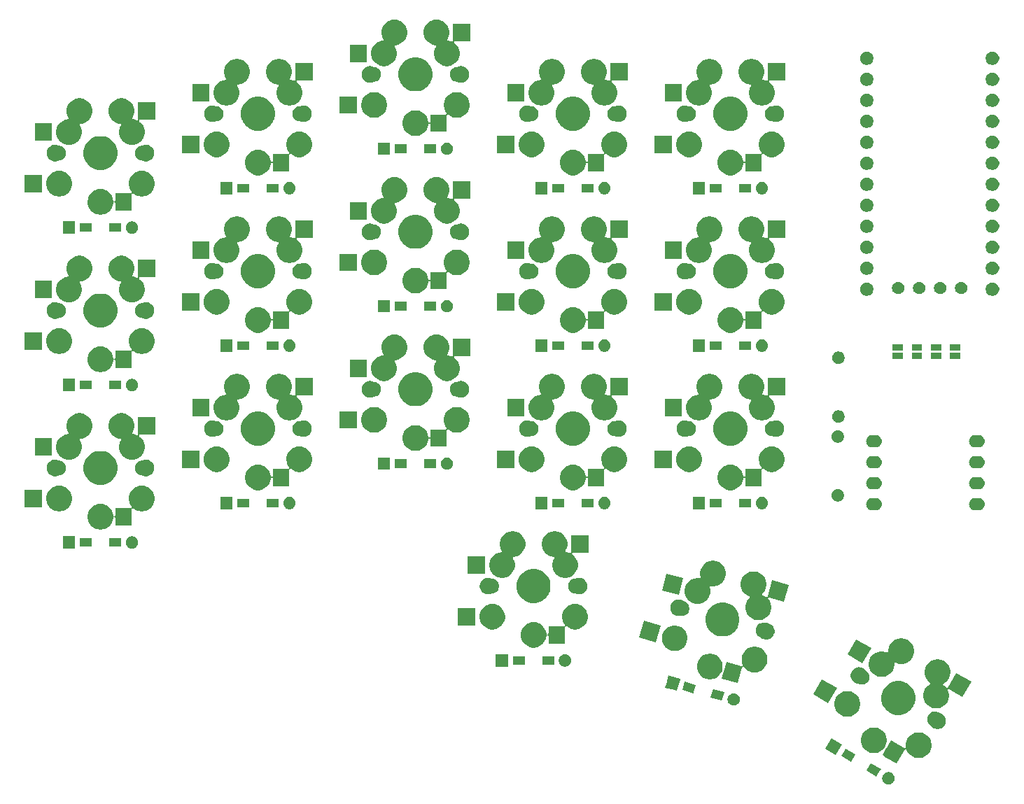
<source format=gbs>
G04 #@! TF.GenerationSoftware,KiCad,Pcbnew,(5.1.6-0-10_14)*
G04 #@! TF.CreationDate,2022-12-04T16:17:31+09:00*
G04 #@! TF.ProjectId,cool536_az-core,636f6f6c-3533-4365-9f61-7a2d636f7265,rev?*
G04 #@! TF.SameCoordinates,Original*
G04 #@! TF.FileFunction,Soldermask,Bot*
G04 #@! TF.FilePolarity,Negative*
%FSLAX46Y46*%
G04 Gerber Fmt 4.6, Leading zero omitted, Abs format (unit mm)*
G04 Created by KiCad (PCBNEW (5.1.6-0-10_14)) date 2022-12-04 16:17:31*
%MOMM*%
%LPD*%
G01*
G04 APERTURE LIST*
%ADD10C,0.100000*%
G04 APERTURE END LIST*
D10*
G36*
X95402146Y-84424591D02*
G01*
X95526342Y-84449294D01*
X95662743Y-84505793D01*
X95785500Y-84587817D01*
X95889896Y-84692213D01*
X95971920Y-84814970D01*
X96028419Y-84951371D01*
X96057221Y-85096173D01*
X96057221Y-85243811D01*
X96028419Y-85388613D01*
X95971920Y-85525014D01*
X95889896Y-85647771D01*
X95785500Y-85752167D01*
X95662743Y-85834191D01*
X95526342Y-85890690D01*
X95402146Y-85915393D01*
X95381541Y-85919492D01*
X95233901Y-85919492D01*
X95213296Y-85915393D01*
X95089100Y-85890690D01*
X94952699Y-85834191D01*
X94829942Y-85752167D01*
X94725546Y-85647771D01*
X94643522Y-85525014D01*
X94587023Y-85388613D01*
X94558221Y-85243811D01*
X94558221Y-85096173D01*
X94587023Y-84951371D01*
X94643522Y-84814970D01*
X94725546Y-84692213D01*
X94829942Y-84587817D01*
X94952699Y-84505793D01*
X95089100Y-84449294D01*
X95213296Y-84424591D01*
X95233901Y-84420492D01*
X95381541Y-84420492D01*
X95402146Y-84424591D01*
G37*
G36*
X94415443Y-84047462D02*
G01*
X94415443Y-84047463D01*
X94294166Y-84257521D01*
X93889443Y-84958522D01*
X92675275Y-84257522D01*
X92675275Y-84257521D01*
X93175557Y-83391007D01*
X93201275Y-83346462D01*
X94415443Y-84047462D01*
G37*
G36*
X99290875Y-79653860D02*
G01*
X99440700Y-79683662D01*
X99722964Y-79800579D01*
X99976995Y-79970317D01*
X100193031Y-80186353D01*
X100362769Y-80440384D01*
X100416300Y-80569621D01*
X100479686Y-80722649D01*
X100539290Y-81022297D01*
X100539290Y-81327819D01*
X100513222Y-81458873D01*
X100479686Y-81627468D01*
X100362769Y-81909732D01*
X100193031Y-82163763D01*
X99976995Y-82379799D01*
X99722964Y-82549537D01*
X99440700Y-82666454D01*
X99290875Y-82696256D01*
X99141051Y-82726058D01*
X98835529Y-82726058D01*
X98685705Y-82696256D01*
X98535880Y-82666454D01*
X98253616Y-82549537D01*
X97999585Y-82379799D01*
X97783549Y-82163763D01*
X97613811Y-81909732D01*
X97529441Y-81706044D01*
X97517890Y-81684433D01*
X97502344Y-81665491D01*
X97483403Y-81649946D01*
X97461792Y-81638395D01*
X97438343Y-81631282D01*
X97413957Y-81628880D01*
X97389571Y-81631282D01*
X97366122Y-81638395D01*
X97344511Y-81649946D01*
X97325569Y-81665492D01*
X97305705Y-81691380D01*
X96324426Y-83391007D01*
X96324425Y-83391007D01*
X95069463Y-82666454D01*
X94590642Y-82390007D01*
X95073470Y-81553724D01*
X95083583Y-81531405D01*
X95089148Y-81507541D01*
X95089949Y-81483050D01*
X95085958Y-81458873D01*
X95077326Y-81435939D01*
X95075813Y-81433505D01*
X95094789Y-81431636D01*
X95118238Y-81424523D01*
X95139849Y-81412972D01*
X95158791Y-81397427D01*
X95178655Y-81371539D01*
X95641643Y-80569621D01*
X97260961Y-81504535D01*
X97283281Y-81514648D01*
X97307145Y-81520213D01*
X97331636Y-81521014D01*
X97355813Y-81517023D01*
X97378747Y-81508391D01*
X97399556Y-81495451D01*
X97417440Y-81478701D01*
X97431713Y-81458783D01*
X97441826Y-81436463D01*
X97447391Y-81412599D01*
X97448192Y-81388108D01*
X97446058Y-81371896D01*
X97438406Y-81333425D01*
X97437290Y-81327818D01*
X97437290Y-81022298D01*
X97496894Y-80722648D01*
X97613811Y-80440384D01*
X97783549Y-80186353D01*
X97999585Y-79970317D01*
X98253616Y-79800579D01*
X98535880Y-79683662D01*
X98685705Y-79653860D01*
X98835529Y-79624058D01*
X99141051Y-79624058D01*
X99290875Y-79653860D01*
G37*
G36*
X91341053Y-82272462D02*
G01*
X91341053Y-82272463D01*
X91219776Y-82482521D01*
X90815053Y-83183522D01*
X89600885Y-82482522D01*
X89600885Y-82482521D01*
X89931586Y-81909730D01*
X90126885Y-81571462D01*
X91341053Y-82272462D01*
G37*
G36*
X89732444Y-81085656D02*
G01*
X88982943Y-82383829D01*
X87684770Y-81634328D01*
X88434271Y-80336155D01*
X89732444Y-81085656D01*
G37*
G36*
X93860748Y-79059116D02*
G01*
X94010573Y-79088918D01*
X94292837Y-79205835D01*
X94546868Y-79375573D01*
X94762904Y-79591609D01*
X94932642Y-79845640D01*
X95049559Y-80127904D01*
X95109163Y-80427554D01*
X95109163Y-80733074D01*
X95049559Y-81032724D01*
X94954916Y-81261213D01*
X94947806Y-81284653D01*
X94945404Y-81309039D01*
X94947806Y-81333425D01*
X94954919Y-81356874D01*
X94960115Y-81366594D01*
X94957043Y-81366494D01*
X94932866Y-81370485D01*
X94909932Y-81379117D01*
X94889123Y-81392057D01*
X94871239Y-81408807D01*
X94861297Y-81421763D01*
X94762904Y-81569019D01*
X94546868Y-81785055D01*
X94292837Y-81954793D01*
X94010573Y-82071710D01*
X93860748Y-82101512D01*
X93710924Y-82131314D01*
X93405402Y-82131314D01*
X93255578Y-82101512D01*
X93105753Y-82071710D01*
X92823489Y-81954793D01*
X92569458Y-81785055D01*
X92353422Y-81569019D01*
X92183684Y-81314988D01*
X92066767Y-81032724D01*
X92007163Y-80733074D01*
X92007163Y-80427554D01*
X92066767Y-80127904D01*
X92183684Y-79845640D01*
X92353422Y-79591609D01*
X92569458Y-79375573D01*
X92823489Y-79205835D01*
X93105753Y-79088918D01*
X93255578Y-79059116D01*
X93405402Y-79029314D01*
X93710924Y-79029314D01*
X93860748Y-79059116D01*
G37*
G36*
X101021084Y-77114691D02*
G01*
X101170384Y-77144388D01*
X101329391Y-77210251D01*
X101352832Y-77217362D01*
X101362709Y-77218335D01*
X101369893Y-77219764D01*
X101563284Y-77258232D01*
X101745454Y-77333690D01*
X101909403Y-77443237D01*
X102048830Y-77582664D01*
X102158377Y-77746613D01*
X102233835Y-77928783D01*
X102272303Y-78122174D01*
X102272303Y-78319354D01*
X102233835Y-78512745D01*
X102158377Y-78694915D01*
X102048830Y-78858864D01*
X101909403Y-78998291D01*
X101745454Y-79107838D01*
X101563284Y-79183296D01*
X101369894Y-79221764D01*
X101172712Y-79221764D01*
X100979322Y-79183296D01*
X100797152Y-79107838D01*
X100633203Y-78998291D01*
X100493776Y-78858864D01*
X100458138Y-78805527D01*
X100442593Y-78786587D01*
X100423659Y-78771047D01*
X100333218Y-78710617D01*
X100207719Y-78585118D01*
X100109116Y-78437548D01*
X100041196Y-78273576D01*
X100006572Y-78099505D01*
X100006572Y-77922023D01*
X100041196Y-77747952D01*
X100109116Y-77583980D01*
X100207719Y-77436410D01*
X100333218Y-77310911D01*
X100480788Y-77212308D01*
X100644760Y-77144388D01*
X100794060Y-77114691D01*
X100818830Y-77109764D01*
X100996314Y-77109764D01*
X101021084Y-77114691D01*
G37*
G36*
X90630621Y-74653860D02*
G01*
X90780446Y-74683662D01*
X91062710Y-74800579D01*
X91316741Y-74970317D01*
X91532777Y-75186353D01*
X91702515Y-75440384D01*
X91819432Y-75722648D01*
X91819432Y-75722649D01*
X91879036Y-76022297D01*
X91879036Y-76327819D01*
X91856269Y-76442275D01*
X91819432Y-76627468D01*
X91702515Y-76909732D01*
X91532777Y-77163763D01*
X91316741Y-77379799D01*
X91062710Y-77549537D01*
X90780446Y-77666454D01*
X90630621Y-77696256D01*
X90480797Y-77726058D01*
X90175275Y-77726058D01*
X90025451Y-77696256D01*
X89875626Y-77666454D01*
X89593362Y-77549537D01*
X89339331Y-77379799D01*
X89123295Y-77163763D01*
X88953557Y-76909732D01*
X88836640Y-76627468D01*
X88799803Y-76442275D01*
X88777036Y-76327819D01*
X88777036Y-76022297D01*
X88836640Y-75722649D01*
X88836640Y-75722648D01*
X88953557Y-75440384D01*
X89123295Y-75186353D01*
X89339331Y-74970317D01*
X89593362Y-74800579D01*
X89875626Y-74683662D01*
X90025451Y-74653860D01*
X90175275Y-74624058D01*
X90480797Y-74624058D01*
X90630621Y-74653860D01*
G37*
G36*
X97106417Y-73498582D02*
G01*
X97429521Y-73632416D01*
X97479676Y-73653191D01*
X97815599Y-73877648D01*
X98101279Y-74163328D01*
X98320050Y-74490741D01*
X98325737Y-74499253D01*
X98480345Y-74872510D01*
X98559163Y-75268757D01*
X98559163Y-75672771D01*
X98480345Y-76069018D01*
X98373146Y-76327819D01*
X98325736Y-76442277D01*
X98101279Y-76778200D01*
X97815599Y-77063880D01*
X97479676Y-77288337D01*
X97479675Y-77288338D01*
X97479674Y-77288338D01*
X97106417Y-77442946D01*
X96710170Y-77521764D01*
X96306156Y-77521764D01*
X95909909Y-77442946D01*
X95536652Y-77288338D01*
X95536651Y-77288338D01*
X95536650Y-77288337D01*
X95200727Y-77063880D01*
X94915047Y-76778200D01*
X94690590Y-76442277D01*
X94643180Y-76327819D01*
X94535981Y-76069018D01*
X94457163Y-75672771D01*
X94457163Y-75268757D01*
X94535981Y-74872510D01*
X94690589Y-74499253D01*
X94696277Y-74490741D01*
X94915047Y-74163328D01*
X95200727Y-73877648D01*
X95536650Y-73653191D01*
X95586805Y-73632416D01*
X95909909Y-73498582D01*
X96306156Y-73419764D01*
X96710170Y-73419764D01*
X97106417Y-73498582D01*
G37*
G36*
X101550453Y-70820157D02*
G01*
X101700278Y-70849959D01*
X101982542Y-70966876D01*
X102236573Y-71136614D01*
X102452609Y-71352650D01*
X102622347Y-71606681D01*
X102739264Y-71888945D01*
X102739264Y-71888946D01*
X102798868Y-72188594D01*
X102798868Y-72494116D01*
X102773396Y-72622173D01*
X102739264Y-72793765D01*
X102622347Y-73076029D01*
X102452609Y-73330060D01*
X102236573Y-73546096D01*
X101988844Y-73711623D01*
X101969907Y-73727165D01*
X101954362Y-73746106D01*
X101942811Y-73767717D01*
X101935698Y-73791166D01*
X101933296Y-73815552D01*
X101935698Y-73839938D01*
X101942811Y-73863387D01*
X101954362Y-73884998D01*
X101969908Y-73903940D01*
X101988839Y-73919476D01*
X102066425Y-73971318D01*
X102282461Y-74187354D01*
X102288496Y-74196386D01*
X102304032Y-74215317D01*
X102322974Y-74230863D01*
X102344584Y-74242414D01*
X102368033Y-74249528D01*
X102392419Y-74251930D01*
X102416805Y-74249529D01*
X102440254Y-74242416D01*
X102461865Y-74230865D01*
X102480807Y-74215320D01*
X102500673Y-74189430D01*
X103513212Y-72435661D01*
X105333599Y-73486662D01*
X104282598Y-75307049D01*
X102667053Y-74374314D01*
X102644734Y-74364201D01*
X102620870Y-74358636D01*
X102596379Y-74357835D01*
X102572202Y-74361826D01*
X102549268Y-74370458D01*
X102528459Y-74383398D01*
X102510575Y-74400148D01*
X102496302Y-74420067D01*
X102486189Y-74442386D01*
X102480624Y-74466250D01*
X102479823Y-74490741D01*
X102483814Y-74514918D01*
X102489070Y-74530401D01*
X102569116Y-74723650D01*
X102628720Y-75023298D01*
X102628720Y-75328820D01*
X102611816Y-75413800D01*
X102569116Y-75628469D01*
X102452199Y-75910733D01*
X102282461Y-76164764D01*
X102066425Y-76380800D01*
X101812394Y-76550538D01*
X101530130Y-76667455D01*
X101380305Y-76697257D01*
X101230481Y-76727059D01*
X100924959Y-76727059D01*
X100775135Y-76697257D01*
X100625310Y-76667455D01*
X100343046Y-76550538D01*
X100089015Y-76380800D01*
X99872979Y-76164764D01*
X99703241Y-75910733D01*
X99586324Y-75628469D01*
X99543624Y-75413800D01*
X99526720Y-75328820D01*
X99526720Y-75023298D01*
X99586324Y-74723650D01*
X99586324Y-74723649D01*
X99703241Y-74441385D01*
X99872979Y-74187354D01*
X100089015Y-73971318D01*
X100336744Y-73805791D01*
X100355681Y-73790249D01*
X100371226Y-73771308D01*
X100382777Y-73749697D01*
X100389890Y-73726248D01*
X100392292Y-73701862D01*
X100389890Y-73677476D01*
X100382777Y-73654027D01*
X100371226Y-73632416D01*
X100355680Y-73613474D01*
X100336749Y-73597938D01*
X100259163Y-73546096D01*
X100043127Y-73330060D01*
X99873389Y-73076029D01*
X99756472Y-72793765D01*
X99722340Y-72622173D01*
X99696868Y-72494116D01*
X99696868Y-72188594D01*
X99756472Y-71888946D01*
X99756472Y-71888945D01*
X99873389Y-71606681D01*
X100043127Y-71352650D01*
X100259163Y-71136614D01*
X100513194Y-70966876D01*
X100795458Y-70849959D01*
X100945283Y-70820157D01*
X101095107Y-70790355D01*
X101400629Y-70790355D01*
X101550453Y-70820157D01*
G37*
G36*
X76687307Y-74887019D02*
G01*
X76811503Y-74911722D01*
X76947904Y-74968221D01*
X77070661Y-75050245D01*
X77175057Y-75154641D01*
X77257081Y-75277398D01*
X77313580Y-75413799D01*
X77342382Y-75558601D01*
X77342382Y-75706239D01*
X77313580Y-75851041D01*
X77257081Y-75987442D01*
X77175057Y-76110199D01*
X77070661Y-76214595D01*
X76947904Y-76296619D01*
X76811503Y-76353118D01*
X76687307Y-76377821D01*
X76666702Y-76381920D01*
X76519062Y-76381920D01*
X76498457Y-76377821D01*
X76374261Y-76353118D01*
X76237860Y-76296619D01*
X76115103Y-76214595D01*
X76010707Y-76110199D01*
X75928683Y-75987442D01*
X75872184Y-75851041D01*
X75843382Y-75706239D01*
X75843382Y-75558601D01*
X75872184Y-75413799D01*
X75928683Y-75277398D01*
X76010707Y-75154641D01*
X76115103Y-75050245D01*
X76237860Y-74968221D01*
X76374261Y-74911722D01*
X76498457Y-74887019D01*
X76519062Y-74882920D01*
X76666702Y-74882920D01*
X76687307Y-74887019D01*
G37*
G36*
X89079051Y-74240365D02*
G01*
X88028050Y-76060752D01*
X86207663Y-75009751D01*
X87258664Y-73189364D01*
X89079051Y-74240365D01*
G37*
G36*
X75440476Y-74779078D02*
G01*
X75440476Y-74779079D01*
X75293173Y-75328819D01*
X75168198Y-75795232D01*
X73813970Y-75432368D01*
X73818946Y-75413799D01*
X74086248Y-74416214D01*
X75440476Y-74779078D01*
G37*
G36*
X72011440Y-73860270D02*
G01*
X72011440Y-73860271D01*
X71780098Y-74723649D01*
X71739162Y-74876424D01*
X70384934Y-74513560D01*
X70388768Y-74499253D01*
X70657212Y-73497406D01*
X72011440Y-73860270D01*
G37*
G36*
X68894726Y-72793765D02*
G01*
X70150474Y-73130241D01*
X70150474Y-73130242D01*
X70133145Y-73194913D01*
X69762505Y-74578164D01*
X69762504Y-74578164D01*
X69436237Y-74490741D01*
X68314582Y-74190195D01*
X68315343Y-74187356D01*
X68414967Y-73815552D01*
X68702551Y-72742272D01*
X68702552Y-72742272D01*
X68894726Y-72793765D01*
G37*
G36*
X91938604Y-71738659D02*
G01*
X92037004Y-71758232D01*
X92219174Y-71833690D01*
X92383123Y-71943237D01*
X92522550Y-72082664D01*
X92555721Y-72132308D01*
X92558187Y-72135999D01*
X92573733Y-72154941D01*
X92592667Y-72170481D01*
X92683108Y-72230911D01*
X92808607Y-72356410D01*
X92907210Y-72503980D01*
X92975130Y-72667952D01*
X93009754Y-72842023D01*
X93009754Y-73019505D01*
X92975130Y-73193576D01*
X92907210Y-73357548D01*
X92808607Y-73505118D01*
X92683108Y-73630617D01*
X92535538Y-73729220D01*
X92371566Y-73797140D01*
X92222266Y-73826837D01*
X92197496Y-73831764D01*
X92020012Y-73831764D01*
X91995242Y-73826837D01*
X91845942Y-73797140D01*
X91686935Y-73731277D01*
X91663494Y-73724166D01*
X91653617Y-73723193D01*
X91646433Y-73721764D01*
X91453042Y-73683296D01*
X91270872Y-73607838D01*
X91106923Y-73498291D01*
X90967496Y-73358864D01*
X90857949Y-73194915D01*
X90782491Y-73012745D01*
X90751602Y-72857455D01*
X90744023Y-72819355D01*
X90744023Y-72622173D01*
X90782491Y-72428784D01*
X90799955Y-72386623D01*
X90857949Y-72246613D01*
X90967496Y-72082664D01*
X91106923Y-71943237D01*
X91270872Y-71833690D01*
X91453042Y-71758232D01*
X91551442Y-71738659D01*
X91646432Y-71719764D01*
X91843614Y-71719764D01*
X91938604Y-71738659D01*
G37*
G36*
X79416660Y-69299810D02*
G01*
X79566485Y-69329612D01*
X79848749Y-69446529D01*
X80102780Y-69616267D01*
X80318816Y-69832303D01*
X80488554Y-70086334D01*
X80605471Y-70368598D01*
X80607213Y-70377355D01*
X80665075Y-70668247D01*
X80665075Y-70973769D01*
X80662578Y-70986320D01*
X80605471Y-71273418D01*
X80488554Y-71555682D01*
X80318816Y-71809713D01*
X80102780Y-72025749D01*
X79848749Y-72195487D01*
X79566485Y-72312404D01*
X79416660Y-72342206D01*
X79266836Y-72372008D01*
X78961314Y-72372008D01*
X78811490Y-72342206D01*
X78661665Y-72312404D01*
X78379401Y-72195487D01*
X78125370Y-72025749D01*
X77909334Y-71809713D01*
X77847410Y-71717037D01*
X77831874Y-71698107D01*
X77812932Y-71682561D01*
X77791321Y-71671010D01*
X77767872Y-71663897D01*
X77743486Y-71661495D01*
X77719100Y-71663897D01*
X77695651Y-71671010D01*
X77674040Y-71682561D01*
X77655099Y-71698106D01*
X77639553Y-71717048D01*
X77628002Y-71738659D01*
X77622749Y-71754134D01*
X77114509Y-73650909D01*
X75180725Y-73132753D01*
X75420387Y-72238321D01*
X75424377Y-72214153D01*
X75423576Y-72189662D01*
X75418011Y-72165798D01*
X75407898Y-72143478D01*
X75393625Y-72123560D01*
X75391378Y-72121456D01*
X75401930Y-72118255D01*
X75423541Y-72106704D01*
X75442483Y-72091159D01*
X75458028Y-72072217D01*
X75469579Y-72050606D01*
X75474832Y-72035133D01*
X75724763Y-71102377D01*
X77535095Y-71587454D01*
X77559272Y-71591445D01*
X77583763Y-71590644D01*
X77607627Y-71585079D01*
X77629947Y-71574966D01*
X77649865Y-71560693D01*
X77666615Y-71542809D01*
X77679555Y-71522000D01*
X77688187Y-71499066D01*
X77692178Y-71474889D01*
X77691377Y-71450398D01*
X77682931Y-71418879D01*
X77622679Y-71273418D01*
X77565572Y-70986320D01*
X77563075Y-70973769D01*
X77563075Y-70668247D01*
X77620937Y-70377355D01*
X77622679Y-70368598D01*
X77739596Y-70086334D01*
X77909334Y-69832303D01*
X78125370Y-69616267D01*
X78379401Y-69446529D01*
X78661665Y-69329612D01*
X78811490Y-69299810D01*
X78961314Y-69270008D01*
X79266836Y-69270008D01*
X79416660Y-69299810D01*
G37*
G36*
X74017629Y-70130751D02*
G01*
X74167454Y-70160553D01*
X74449718Y-70277470D01*
X74703749Y-70447208D01*
X74919785Y-70663244D01*
X75089523Y-70917275D01*
X75206440Y-71199539D01*
X75218187Y-71258594D01*
X75266044Y-71499188D01*
X75266044Y-71804710D01*
X75231498Y-71978385D01*
X75229096Y-72002771D01*
X75231498Y-72027157D01*
X75238611Y-72050606D01*
X75250162Y-72072217D01*
X75262262Y-72086961D01*
X75259466Y-72087613D01*
X75237146Y-72097726D01*
X75217228Y-72111999D01*
X75200478Y-72129883D01*
X75184162Y-72158143D01*
X75089523Y-72386623D01*
X74919785Y-72640654D01*
X74703749Y-72856690D01*
X74449718Y-73026428D01*
X74167454Y-73143345D01*
X74017629Y-73173147D01*
X73867805Y-73202949D01*
X73562283Y-73202949D01*
X73412459Y-73173147D01*
X73262634Y-73143345D01*
X72980370Y-73026428D01*
X72726339Y-72856690D01*
X72510303Y-72640654D01*
X72340565Y-72386623D01*
X72223648Y-72104359D01*
X72180800Y-71888946D01*
X72164044Y-71804710D01*
X72164044Y-71499188D01*
X72211901Y-71258594D01*
X72223648Y-71199539D01*
X72340565Y-70917275D01*
X72510303Y-70663244D01*
X72726339Y-70447208D01*
X72980370Y-70277470D01*
X73262634Y-70160553D01*
X73412459Y-70130751D01*
X73562283Y-70100949D01*
X73867805Y-70100949D01*
X74017629Y-70130751D01*
G37*
G36*
X97151043Y-68280157D02*
G01*
X97300868Y-68309959D01*
X97583132Y-68426876D01*
X97837163Y-68596614D01*
X98053199Y-68812650D01*
X98222937Y-69066681D01*
X98307157Y-69270008D01*
X98339854Y-69348946D01*
X98399458Y-69648594D01*
X98399458Y-69954116D01*
X98397418Y-69964373D01*
X98339854Y-70253765D01*
X98222937Y-70536029D01*
X98053199Y-70790060D01*
X97837163Y-71006096D01*
X97583132Y-71175834D01*
X97300868Y-71292751D01*
X97151043Y-71322553D01*
X97001219Y-71352355D01*
X96695697Y-71352355D01*
X96545873Y-71322553D01*
X96396048Y-71292751D01*
X96202437Y-71212555D01*
X96178991Y-71205443D01*
X96154605Y-71203041D01*
X96130219Y-71205443D01*
X96106770Y-71212556D01*
X96085159Y-71224107D01*
X96066217Y-71239652D01*
X96050672Y-71258594D01*
X96039121Y-71280205D01*
X96032008Y-71303654D01*
X96029606Y-71328040D01*
X96029606Y-71518819D01*
X95970002Y-71818469D01*
X95853085Y-72100733D01*
X95683347Y-72354764D01*
X95467311Y-72570800D01*
X95213280Y-72740538D01*
X94931016Y-72857455D01*
X94781191Y-72887257D01*
X94631367Y-72917059D01*
X94325845Y-72917059D01*
X94176021Y-72887257D01*
X94026196Y-72857455D01*
X93743932Y-72740538D01*
X93489901Y-72570800D01*
X93273865Y-72354764D01*
X93104127Y-72100733D01*
X92987210Y-71818469D01*
X92927606Y-71518819D01*
X92927606Y-71213299D01*
X92929169Y-71205443D01*
X92972755Y-70986319D01*
X92987210Y-70913649D01*
X93104127Y-70631385D01*
X93273865Y-70377354D01*
X93489901Y-70161318D01*
X93743932Y-69991580D01*
X94026196Y-69874663D01*
X94239154Y-69832303D01*
X94325845Y-69815059D01*
X94631367Y-69815059D01*
X94718058Y-69832303D01*
X94931016Y-69874663D01*
X95124627Y-69954859D01*
X95148073Y-69961971D01*
X95172459Y-69964373D01*
X95196845Y-69961971D01*
X95220294Y-69954858D01*
X95241905Y-69943307D01*
X95260847Y-69927762D01*
X95276392Y-69908820D01*
X95287943Y-69887209D01*
X95295056Y-69863760D01*
X95297458Y-69839374D01*
X95297458Y-69648594D01*
X95357062Y-69348946D01*
X95389759Y-69270008D01*
X95473979Y-69066681D01*
X95643717Y-68812650D01*
X95859753Y-68596614D01*
X96113784Y-68426876D01*
X96396048Y-68309959D01*
X96545873Y-68280157D01*
X96695697Y-68250355D01*
X97001219Y-68250355D01*
X97151043Y-68280157D01*
G37*
G36*
X56291925Y-70167099D02*
G01*
X56416121Y-70191802D01*
X56552522Y-70248301D01*
X56675279Y-70330325D01*
X56779675Y-70434721D01*
X56861699Y-70557478D01*
X56918198Y-70693879D01*
X56947000Y-70838681D01*
X56947000Y-70986319D01*
X56918198Y-71131121D01*
X56861699Y-71267522D01*
X56779675Y-71390279D01*
X56675279Y-71494675D01*
X56552522Y-71576699D01*
X56416121Y-71633198D01*
X56291925Y-71657901D01*
X56271320Y-71662000D01*
X56123680Y-71662000D01*
X56103075Y-71657901D01*
X55978879Y-71633198D01*
X55842478Y-71576699D01*
X55719721Y-71494675D01*
X55615325Y-71390279D01*
X55533301Y-71267522D01*
X55476802Y-71131121D01*
X55448000Y-70986319D01*
X55448000Y-70838681D01*
X55476802Y-70693879D01*
X55533301Y-70557478D01*
X55615325Y-70434721D01*
X55719721Y-70330325D01*
X55842478Y-70248301D01*
X55978879Y-70191802D01*
X56103075Y-70167099D01*
X56123680Y-70163000D01*
X56271320Y-70163000D01*
X56291925Y-70167099D01*
G37*
G36*
X49327000Y-71662000D02*
G01*
X47828000Y-71662000D01*
X47828000Y-70163000D01*
X49327000Y-70163000D01*
X49327000Y-71662000D01*
G37*
G36*
X51313500Y-71438500D02*
G01*
X49911500Y-71438500D01*
X49911500Y-70386500D01*
X51313500Y-70386500D01*
X51313500Y-71438500D01*
G37*
G36*
X54863500Y-71438500D02*
G01*
X53461500Y-71438500D01*
X53461500Y-70386500D01*
X54863500Y-70386500D01*
X54863500Y-71438500D01*
G37*
G36*
X93238282Y-69436366D02*
G01*
X92187281Y-71256753D01*
X90366894Y-70205752D01*
X91417895Y-68385365D01*
X93238282Y-69436366D01*
G37*
G36*
X69665979Y-66693434D02*
G01*
X69907226Y-66741421D01*
X70189490Y-66858338D01*
X70443521Y-67028076D01*
X70659557Y-67244112D01*
X70829295Y-67498143D01*
X70946212Y-67780407D01*
X70963042Y-67865019D01*
X71003069Y-68066244D01*
X71005816Y-68080057D01*
X71005816Y-68385577D01*
X70946212Y-68685227D01*
X70829295Y-68967491D01*
X70659557Y-69221522D01*
X70443521Y-69437558D01*
X70189490Y-69607296D01*
X69907226Y-69724213D01*
X69757401Y-69754015D01*
X69607577Y-69783817D01*
X69302055Y-69783817D01*
X69152231Y-69754015D01*
X69002406Y-69724213D01*
X68720142Y-69607296D01*
X68466111Y-69437558D01*
X68250075Y-69221522D01*
X68080337Y-68967491D01*
X67963420Y-68685227D01*
X67903816Y-68385577D01*
X67903816Y-68080057D01*
X67906564Y-68066244D01*
X67946590Y-67865019D01*
X67963420Y-67780407D01*
X68080337Y-67498143D01*
X68250075Y-67244112D01*
X68466111Y-67028076D01*
X68720142Y-66858338D01*
X69002406Y-66741421D01*
X69243653Y-66693434D01*
X69302055Y-66681817D01*
X69607577Y-66681817D01*
X69665979Y-66693434D01*
G37*
G36*
X57690085Y-64091302D02*
G01*
X57839910Y-64121104D01*
X58122174Y-64238021D01*
X58376205Y-64407759D01*
X58592241Y-64623795D01*
X58761979Y-64877826D01*
X58839495Y-65064968D01*
X58878896Y-65160091D01*
X58929911Y-65416557D01*
X58938500Y-65459740D01*
X58938500Y-65765260D01*
X58878896Y-66064910D01*
X58761979Y-66347174D01*
X58592241Y-66601205D01*
X58376205Y-66817241D01*
X58122174Y-66986979D01*
X57839910Y-67103896D01*
X57690085Y-67133698D01*
X57540261Y-67163500D01*
X57234739Y-67163500D01*
X57084915Y-67133698D01*
X56935090Y-67103896D01*
X56652826Y-66986979D01*
X56398795Y-66817241D01*
X56398790Y-66817236D01*
X56395162Y-66814812D01*
X56382945Y-66804786D01*
X56361334Y-66793235D01*
X56337885Y-66786122D01*
X56313499Y-66783720D01*
X56289113Y-66786122D01*
X56265664Y-66793235D01*
X56244053Y-66804786D01*
X56225111Y-66820331D01*
X56209566Y-66839273D01*
X56198015Y-66860884D01*
X56190902Y-66884333D01*
X56188500Y-66908719D01*
X56188500Y-68863500D01*
X54186500Y-68863500D01*
X54186500Y-67987616D01*
X54184098Y-67963230D01*
X54176985Y-67939781D01*
X54165434Y-67918170D01*
X54149889Y-67899228D01*
X54130947Y-67883683D01*
X54109336Y-67872132D01*
X54085887Y-67865019D01*
X54061501Y-67862617D01*
X54037115Y-67865019D01*
X54013666Y-67872132D01*
X53992055Y-67883683D01*
X53973113Y-67899228D01*
X53957568Y-67918170D01*
X53946017Y-67939781D01*
X53938904Y-67963230D01*
X53908193Y-68117623D01*
X53878896Y-68264910D01*
X53761979Y-68547174D01*
X53592241Y-68801205D01*
X53376205Y-69017241D01*
X53122174Y-69186979D01*
X52839910Y-69303896D01*
X52710627Y-69329612D01*
X52540261Y-69363500D01*
X52234739Y-69363500D01*
X52064373Y-69329612D01*
X51935090Y-69303896D01*
X51652826Y-69186979D01*
X51398795Y-69017241D01*
X51182759Y-68801205D01*
X51013021Y-68547174D01*
X50896104Y-68264910D01*
X50866302Y-68115085D01*
X50836500Y-67965261D01*
X50836500Y-67659739D01*
X50896104Y-67360091D01*
X50897579Y-67356529D01*
X51013021Y-67077826D01*
X51182759Y-66823795D01*
X51398795Y-66607759D01*
X51652826Y-66438021D01*
X51935090Y-66321104D01*
X52084915Y-66291302D01*
X52234739Y-66261500D01*
X52540261Y-66261500D01*
X52690085Y-66291302D01*
X52839910Y-66321104D01*
X53122174Y-66438021D01*
X53376205Y-66607759D01*
X53592241Y-66823795D01*
X53761979Y-67077826D01*
X53877421Y-67356529D01*
X53878896Y-67360091D01*
X53938904Y-67661770D01*
X53946017Y-67685219D01*
X53957568Y-67706830D01*
X53973113Y-67725772D01*
X53992055Y-67741317D01*
X54013666Y-67752868D01*
X54037115Y-67759981D01*
X54061501Y-67762383D01*
X54085887Y-67759981D01*
X54109336Y-67752868D01*
X54130947Y-67741317D01*
X54149889Y-67725772D01*
X54165434Y-67706830D01*
X54176985Y-67685219D01*
X54184098Y-67661770D01*
X54186500Y-67637384D01*
X54186500Y-66761500D01*
X56056009Y-66761500D01*
X56080395Y-66759098D01*
X56103844Y-66751985D01*
X56125455Y-66740434D01*
X56144397Y-66724889D01*
X56159942Y-66705947D01*
X56171493Y-66684336D01*
X56178606Y-66660887D01*
X56181008Y-66636501D01*
X56178606Y-66612115D01*
X56171493Y-66588666D01*
X56159947Y-66567065D01*
X56013021Y-66347174D01*
X55896104Y-66064910D01*
X55836500Y-65765260D01*
X55836500Y-65459740D01*
X55845090Y-65416557D01*
X55896104Y-65160091D01*
X55935505Y-65064968D01*
X56013021Y-64877826D01*
X56182759Y-64623795D01*
X56398795Y-64407759D01*
X56652826Y-64238021D01*
X56935090Y-64121104D01*
X57084915Y-64091302D01*
X57234739Y-64061500D01*
X57540261Y-64061500D01*
X57690085Y-64091302D01*
G37*
G36*
X67747653Y-66687309D02*
G01*
X67203615Y-68717685D01*
X65173239Y-68173647D01*
X65717277Y-66143271D01*
X67747653Y-66687309D01*
G37*
G36*
X80281479Y-66375492D02*
G01*
X80344394Y-66388006D01*
X80368778Y-66390408D01*
X80393164Y-66388006D01*
X80456077Y-66375492D01*
X80653259Y-66375492D01*
X80716170Y-66388006D01*
X80846649Y-66413960D01*
X81028819Y-66489418D01*
X81192768Y-66598965D01*
X81332195Y-66738392D01*
X81441742Y-66902341D01*
X81514432Y-67077828D01*
X81517200Y-67084512D01*
X81555668Y-67277901D01*
X81555668Y-67475083D01*
X81544625Y-67530599D01*
X81517200Y-67668473D01*
X81441742Y-67850643D01*
X81332195Y-68014592D01*
X81192768Y-68154019D01*
X81028819Y-68263566D01*
X81028818Y-68263567D01*
X81028817Y-68263567D01*
X80975463Y-68285667D01*
X80846649Y-68339024D01*
X80749953Y-68358258D01*
X80653259Y-68377492D01*
X80456077Y-68377492D01*
X80359383Y-68358258D01*
X80262687Y-68339024D01*
X80133873Y-68285667D01*
X80080519Y-68263567D01*
X80080518Y-68263567D01*
X80080517Y-68263566D01*
X79916568Y-68154019D01*
X79916565Y-68154016D01*
X79910477Y-68149948D01*
X79902808Y-68143655D01*
X79881208Y-68132110D01*
X79722195Y-68066244D01*
X79574625Y-67967641D01*
X79449126Y-67842142D01*
X79350523Y-67694572D01*
X79282603Y-67530600D01*
X79252906Y-67381300D01*
X79247979Y-67356530D01*
X79247979Y-67179046D01*
X79266783Y-67084511D01*
X79282603Y-67004976D01*
X79350523Y-66841004D01*
X79449126Y-66693434D01*
X79574625Y-66567935D01*
X79722195Y-66469332D01*
X79886167Y-66401412D01*
X80035467Y-66371715D01*
X80060237Y-66366788D01*
X80237721Y-66366788D01*
X80281479Y-66375492D01*
G37*
G36*
X75840330Y-63980805D02*
G01*
X76213587Y-64135413D01*
X76213589Y-64135414D01*
X76549512Y-64359871D01*
X76835192Y-64645551D01*
X77030631Y-64938045D01*
X77059650Y-64981476D01*
X77214258Y-65354733D01*
X77293076Y-65750980D01*
X77293076Y-66154994D01*
X77214258Y-66551241D01*
X77101362Y-66823796D01*
X77059649Y-66924500D01*
X76835192Y-67260423D01*
X76549512Y-67546103D01*
X76213589Y-67770560D01*
X76213588Y-67770561D01*
X76213587Y-67770561D01*
X75840330Y-67925169D01*
X75444083Y-68003987D01*
X75040069Y-68003987D01*
X74643822Y-67925169D01*
X74270565Y-67770561D01*
X74270564Y-67770561D01*
X74270563Y-67770560D01*
X73934640Y-67546103D01*
X73648960Y-67260423D01*
X73424503Y-66924500D01*
X73382790Y-66823796D01*
X73269894Y-66551241D01*
X73191076Y-66154994D01*
X73191076Y-65750980D01*
X73269894Y-65354733D01*
X73424502Y-64981476D01*
X73453522Y-64938045D01*
X73648960Y-64645551D01*
X73934640Y-64359871D01*
X74270563Y-64135414D01*
X74270565Y-64135413D01*
X74643822Y-63980805D01*
X75040069Y-63901987D01*
X75444083Y-63901987D01*
X75840330Y-63980805D01*
G37*
G36*
X47690085Y-64091302D02*
G01*
X47839910Y-64121104D01*
X48122174Y-64238021D01*
X48376205Y-64407759D01*
X48592241Y-64623795D01*
X48761979Y-64877826D01*
X48839495Y-65064968D01*
X48878896Y-65160091D01*
X48929911Y-65416557D01*
X48938500Y-65459740D01*
X48938500Y-65765260D01*
X48878896Y-66064910D01*
X48761979Y-66347174D01*
X48592241Y-66601205D01*
X48376205Y-66817241D01*
X48122174Y-66986979D01*
X47839910Y-67103896D01*
X47690085Y-67133698D01*
X47540261Y-67163500D01*
X47234739Y-67163500D01*
X47084915Y-67133698D01*
X46935090Y-67103896D01*
X46652826Y-66986979D01*
X46398795Y-66817241D01*
X46182759Y-66601205D01*
X46013021Y-66347174D01*
X45896104Y-66064910D01*
X45836500Y-65765260D01*
X45836500Y-65459740D01*
X45845090Y-65416557D01*
X45896104Y-65160091D01*
X45935505Y-65064968D01*
X46013021Y-64877826D01*
X46182759Y-64623795D01*
X46398795Y-64407759D01*
X46652826Y-64238021D01*
X46935090Y-64121104D01*
X47084915Y-64091302D01*
X47234739Y-64061500D01*
X47540261Y-64061500D01*
X47690085Y-64091302D01*
G37*
G36*
X45338500Y-66663500D02*
G01*
X43236500Y-66663500D01*
X43236500Y-64561500D01*
X45338500Y-64561500D01*
X45338500Y-66663500D01*
G37*
G36*
X79312913Y-60182286D02*
G01*
X79462738Y-60212088D01*
X79745002Y-60329005D01*
X79999033Y-60498743D01*
X80215069Y-60714779D01*
X80384807Y-60968810D01*
X80501724Y-61251074D01*
X80514289Y-61314245D01*
X80556158Y-61524730D01*
X80561328Y-61550724D01*
X80561328Y-61856244D01*
X80501724Y-62155894D01*
X80384807Y-62438158D01*
X80215069Y-62692189D01*
X80080157Y-62827101D01*
X80064621Y-62846032D01*
X80053070Y-62867643D01*
X80045957Y-62891092D01*
X80043555Y-62915478D01*
X80045957Y-62939864D01*
X80053070Y-62963313D01*
X80064621Y-62984924D01*
X80080166Y-63003866D01*
X80099108Y-63019411D01*
X80120718Y-63030962D01*
X80314328Y-63111157D01*
X80507444Y-63240193D01*
X80529044Y-63251738D01*
X80552493Y-63258851D01*
X80576879Y-63261253D01*
X80601265Y-63258851D01*
X80624714Y-63251738D01*
X80646325Y-63240187D01*
X80665267Y-63224642D01*
X80680812Y-63205700D01*
X80692363Y-63184089D01*
X80697619Y-63168606D01*
X81222892Y-61208263D01*
X83253268Y-61752301D01*
X82709230Y-63782677D01*
X80917985Y-63302714D01*
X80893808Y-63298723D01*
X80869317Y-63299524D01*
X80845453Y-63305089D01*
X80823134Y-63315202D01*
X80803215Y-63329475D01*
X80786465Y-63347359D01*
X80773525Y-63368168D01*
X80764893Y-63391102D01*
X80760902Y-63415279D01*
X80761703Y-63439770D01*
X80767268Y-63463634D01*
X80781700Y-63492900D01*
X80784390Y-63496926D01*
X80784395Y-63496931D01*
X80954133Y-63750962D01*
X81071050Y-64033226D01*
X81130654Y-64332876D01*
X81130654Y-64638396D01*
X81071050Y-64938046D01*
X80954133Y-65220310D01*
X80784395Y-65474341D01*
X80568359Y-65690377D01*
X80314328Y-65860115D01*
X80032064Y-65977032D01*
X79882239Y-66006834D01*
X79732415Y-66036636D01*
X79426893Y-66036636D01*
X79277069Y-66006834D01*
X79127244Y-65977032D01*
X78844980Y-65860115D01*
X78590949Y-65690377D01*
X78374913Y-65474341D01*
X78205175Y-65220310D01*
X78088258Y-64938046D01*
X78028654Y-64638396D01*
X78028654Y-64332876D01*
X78088258Y-64033226D01*
X78205175Y-63750962D01*
X78374913Y-63496931D01*
X78509825Y-63362019D01*
X78525361Y-63343088D01*
X78536912Y-63321477D01*
X78544025Y-63298028D01*
X78546427Y-63273642D01*
X78544025Y-63249256D01*
X78536912Y-63225807D01*
X78525361Y-63204196D01*
X78509816Y-63185254D01*
X78490874Y-63169709D01*
X78469263Y-63158158D01*
X78275654Y-63077963D01*
X78021623Y-62908225D01*
X77805587Y-62692189D01*
X77635849Y-62438158D01*
X77518932Y-62155894D01*
X77459328Y-61856244D01*
X77459328Y-61550724D01*
X77464499Y-61524730D01*
X77506367Y-61314245D01*
X77518932Y-61251074D01*
X77635849Y-60968810D01*
X77805587Y-60714779D01*
X78021623Y-60498743D01*
X78275654Y-60329005D01*
X78557918Y-60212088D01*
X78707743Y-60182286D01*
X78857567Y-60152484D01*
X79163089Y-60152484D01*
X79312913Y-60182286D01*
G37*
G36*
X70124769Y-63547716D02*
G01*
X70221465Y-63566950D01*
X70403635Y-63642408D01*
X70567584Y-63751955D01*
X70567587Y-63751958D01*
X70573675Y-63756026D01*
X70581344Y-63762319D01*
X70602944Y-63773864D01*
X70761957Y-63839730D01*
X70909527Y-63938333D01*
X71035026Y-64063832D01*
X71133629Y-64211402D01*
X71201549Y-64375374D01*
X71236173Y-64549445D01*
X71236173Y-64726927D01*
X71201549Y-64900998D01*
X71133629Y-65064970D01*
X71035026Y-65212540D01*
X70909527Y-65338039D01*
X70761957Y-65436642D01*
X70597985Y-65504562D01*
X70448685Y-65534259D01*
X70423915Y-65539186D01*
X70246431Y-65539186D01*
X70186642Y-65527293D01*
X70139758Y-65517968D01*
X70115374Y-65515566D01*
X70090988Y-65517968D01*
X70028075Y-65530482D01*
X69830893Y-65530482D01*
X69700581Y-65504561D01*
X69637503Y-65492014D01*
X69455333Y-65416556D01*
X69291384Y-65307009D01*
X69151957Y-65167582D01*
X69042410Y-65003633D01*
X68966952Y-64821463D01*
X68930538Y-64638397D01*
X68928484Y-64628073D01*
X68928484Y-64430891D01*
X68966952Y-64237502D01*
X69042409Y-64055333D01*
X69042410Y-64055331D01*
X69151957Y-63891382D01*
X69291384Y-63751955D01*
X69455333Y-63642408D01*
X69637503Y-63566950D01*
X69734199Y-63547716D01*
X69830893Y-63528482D01*
X70028075Y-63528482D01*
X70124769Y-63547716D01*
G37*
G36*
X74406010Y-58867485D02*
G01*
X74555835Y-58897287D01*
X74838099Y-59014204D01*
X75092130Y-59183942D01*
X75308166Y-59399978D01*
X75477904Y-59654009D01*
X75594821Y-59936273D01*
X75654425Y-60235923D01*
X75654425Y-60541443D01*
X75594821Y-60841093D01*
X75477904Y-61123357D01*
X75308166Y-61377388D01*
X75092130Y-61593424D01*
X74838099Y-61763162D01*
X74555835Y-61880079D01*
X74406010Y-61909881D01*
X74256186Y-61939683D01*
X73950664Y-61939683D01*
X73894917Y-61928594D01*
X73859156Y-61921481D01*
X73834772Y-61919079D01*
X73810386Y-61921481D01*
X73786937Y-61928594D01*
X73765327Y-61940145D01*
X73746385Y-61955690D01*
X73730839Y-61974632D01*
X73719288Y-61996243D01*
X73712175Y-62019692D01*
X73709773Y-62044078D01*
X73712175Y-62068464D01*
X73770299Y-62360674D01*
X73770299Y-62666196D01*
X73747886Y-62778875D01*
X73710695Y-62965845D01*
X73593778Y-63248109D01*
X73424040Y-63502140D01*
X73208004Y-63718176D01*
X72953973Y-63887914D01*
X72671709Y-64004831D01*
X72528957Y-64033226D01*
X72372060Y-64064435D01*
X72066538Y-64064435D01*
X71909641Y-64033226D01*
X71766889Y-64004831D01*
X71484625Y-63887914D01*
X71230594Y-63718176D01*
X71014558Y-63502140D01*
X70844820Y-63248109D01*
X70727903Y-62965845D01*
X70690712Y-62778875D01*
X70668299Y-62666196D01*
X70668299Y-62360674D01*
X70727903Y-62061026D01*
X70745024Y-62019692D01*
X70844820Y-61778761D01*
X71014558Y-61524730D01*
X71230594Y-61308694D01*
X71484625Y-61138956D01*
X71766889Y-61022039D01*
X71916714Y-60992237D01*
X72066538Y-60962435D01*
X72372060Y-60962435D01*
X72412680Y-60970515D01*
X72463568Y-60980637D01*
X72487952Y-60983039D01*
X72512338Y-60980637D01*
X72535787Y-60973524D01*
X72557397Y-60961973D01*
X72576339Y-60946428D01*
X72591885Y-60927486D01*
X72603436Y-60905875D01*
X72610549Y-60882426D01*
X72612951Y-60858040D01*
X72610549Y-60833654D01*
X72552425Y-60541444D01*
X72552425Y-60235922D01*
X72611224Y-59940319D01*
X72612029Y-59936273D01*
X72728946Y-59654009D01*
X72898684Y-59399978D01*
X73114720Y-59183942D01*
X73368751Y-59014204D01*
X73651015Y-58897287D01*
X73800840Y-58867485D01*
X73950664Y-58837683D01*
X74256186Y-58837683D01*
X74406010Y-58867485D01*
G37*
G36*
X52985754Y-59940318D02*
G01*
X53359011Y-60094926D01*
X53359013Y-60094927D01*
X53694936Y-60319384D01*
X53980616Y-60605064D01*
X54193389Y-60923500D01*
X54205074Y-60940989D01*
X54359682Y-61314246D01*
X54438500Y-61710493D01*
X54438500Y-62114507D01*
X54359682Y-62510754D01*
X54230339Y-62823015D01*
X54205073Y-62884013D01*
X53980616Y-63219936D01*
X53694936Y-63505616D01*
X53359013Y-63730073D01*
X53359012Y-63730074D01*
X53359011Y-63730074D01*
X52985754Y-63884682D01*
X52589507Y-63963500D01*
X52185493Y-63963500D01*
X51789246Y-63884682D01*
X51415989Y-63730074D01*
X51415988Y-63730074D01*
X51415987Y-63730073D01*
X51080064Y-63505616D01*
X50794384Y-63219936D01*
X50569927Y-62884013D01*
X50544661Y-62823015D01*
X50415318Y-62510754D01*
X50336500Y-62114507D01*
X50336500Y-61710493D01*
X50415318Y-61314246D01*
X50569926Y-60940989D01*
X50581612Y-60923500D01*
X50794384Y-60605064D01*
X51080064Y-60319384D01*
X51415987Y-60094927D01*
X51415989Y-60094926D01*
X51789246Y-59940318D01*
X52185493Y-59861500D01*
X52589507Y-59861500D01*
X52985754Y-59940318D01*
G37*
G36*
X70521795Y-60970515D02*
G01*
X69977757Y-63000891D01*
X67947381Y-62456853D01*
X68491419Y-60426477D01*
X70521795Y-60970515D01*
G37*
G36*
X47046418Y-60923500D02*
G01*
X47179481Y-60949968D01*
X47299810Y-60999811D01*
X47305060Y-61001985D01*
X47328509Y-61009098D01*
X47352895Y-61011500D01*
X47396242Y-61011500D01*
X47421012Y-61016427D01*
X47570312Y-61046124D01*
X47734284Y-61114044D01*
X47881854Y-61212647D01*
X48007353Y-61338146D01*
X48105956Y-61485716D01*
X48173876Y-61649688D01*
X48208500Y-61823759D01*
X48208500Y-62001241D01*
X48173876Y-62175312D01*
X48105956Y-62339284D01*
X48007353Y-62486854D01*
X47881854Y-62612353D01*
X47734284Y-62710956D01*
X47570312Y-62778876D01*
X47421012Y-62808573D01*
X47396242Y-62813500D01*
X47352895Y-62813500D01*
X47328509Y-62815902D01*
X47305060Y-62823015D01*
X47179481Y-62875032D01*
X47098742Y-62891092D01*
X46986091Y-62913500D01*
X46788909Y-62913500D01*
X46676258Y-62891092D01*
X46595519Y-62875032D01*
X46413349Y-62799574D01*
X46249400Y-62690027D01*
X46109973Y-62550600D01*
X46000426Y-62386651D01*
X45924968Y-62204481D01*
X45886500Y-62011090D01*
X45886500Y-61813910D01*
X45893492Y-61778761D01*
X45924968Y-61620520D01*
X45936192Y-61593424D01*
X46000426Y-61438349D01*
X46109973Y-61274400D01*
X46249400Y-61134973D01*
X46413349Y-61025426D01*
X46595519Y-60949968D01*
X46728582Y-60923500D01*
X46788909Y-60911500D01*
X46986091Y-60911500D01*
X47046418Y-60923500D01*
G37*
G36*
X58046418Y-60923500D02*
G01*
X58179481Y-60949968D01*
X58361651Y-61025426D01*
X58525600Y-61134973D01*
X58665027Y-61274400D01*
X58774574Y-61438349D01*
X58838809Y-61593424D01*
X58850032Y-61620520D01*
X58881509Y-61778761D01*
X58888500Y-61813910D01*
X58888500Y-62011090D01*
X58850032Y-62204481D01*
X58774574Y-62386651D01*
X58665027Y-62550600D01*
X58525600Y-62690027D01*
X58361651Y-62799574D01*
X58179481Y-62875032D01*
X58098742Y-62891092D01*
X57986091Y-62913500D01*
X57788909Y-62913500D01*
X57676258Y-62891092D01*
X57595519Y-62875032D01*
X57469940Y-62823015D01*
X57446491Y-62815902D01*
X57422105Y-62813500D01*
X57378758Y-62813500D01*
X57353988Y-62808573D01*
X57204688Y-62778876D01*
X57040716Y-62710956D01*
X56893146Y-62612353D01*
X56767647Y-62486854D01*
X56669044Y-62339284D01*
X56601124Y-62175312D01*
X56566500Y-62001241D01*
X56566500Y-61823759D01*
X56601124Y-61649688D01*
X56669044Y-61485716D01*
X56767647Y-61338146D01*
X56893146Y-61212647D01*
X57040716Y-61114044D01*
X57204688Y-61046124D01*
X57353988Y-61016427D01*
X57378758Y-61011500D01*
X57422105Y-61011500D01*
X57446491Y-61009098D01*
X57469940Y-61001985D01*
X57475190Y-60999811D01*
X57595519Y-60949968D01*
X57728582Y-60923500D01*
X57788909Y-60911500D01*
X57986091Y-60911500D01*
X58046418Y-60923500D01*
G37*
G36*
X55230085Y-55311302D02*
G01*
X55379910Y-55341104D01*
X55662174Y-55458021D01*
X55916205Y-55627759D01*
X56132241Y-55843795D01*
X56301979Y-56097826D01*
X56418896Y-56380090D01*
X56478500Y-56679740D01*
X56478500Y-56985260D01*
X56418896Y-57284910D01*
X56301979Y-57567174D01*
X56261570Y-57627651D01*
X56250025Y-57649249D01*
X56242912Y-57672698D01*
X56240510Y-57697084D01*
X56242912Y-57721471D01*
X56250025Y-57744920D01*
X56261576Y-57766530D01*
X56277121Y-57785472D01*
X56296063Y-57801018D01*
X56317673Y-57812569D01*
X56341123Y-57819682D01*
X56649910Y-57881104D01*
X56763666Y-57928223D01*
X56787115Y-57935336D01*
X56811501Y-57937738D01*
X56835888Y-57935336D01*
X56859336Y-57928223D01*
X56880947Y-57916672D01*
X56899889Y-57901126D01*
X56915434Y-57882184D01*
X56926985Y-57860574D01*
X56934098Y-57837125D01*
X56936500Y-57812739D01*
X56936500Y-55781500D01*
X59038500Y-55781500D01*
X59038500Y-57883500D01*
X57172846Y-57883500D01*
X57148460Y-57885902D01*
X57125011Y-57893015D01*
X57103400Y-57904566D01*
X57084458Y-57920111D01*
X57068913Y-57939053D01*
X57057362Y-57960664D01*
X57050249Y-57984113D01*
X57047847Y-58008499D01*
X57050249Y-58032885D01*
X57057362Y-58056334D01*
X57068913Y-58077945D01*
X57084458Y-58096887D01*
X57103390Y-58112424D01*
X57186205Y-58167759D01*
X57402241Y-58383795D01*
X57571979Y-58637826D01*
X57688896Y-58920090D01*
X57748500Y-59219740D01*
X57748500Y-59525260D01*
X57688896Y-59824910D01*
X57571979Y-60107174D01*
X57402241Y-60361205D01*
X57186205Y-60577241D01*
X56932174Y-60746979D01*
X56649910Y-60863896D01*
X56556753Y-60882426D01*
X56350261Y-60923500D01*
X56044739Y-60923500D01*
X55838247Y-60882426D01*
X55745090Y-60863896D01*
X55462826Y-60746979D01*
X55208795Y-60577241D01*
X54992759Y-60361205D01*
X54823021Y-60107174D01*
X54706104Y-59824910D01*
X54646500Y-59525260D01*
X54646500Y-59219740D01*
X54706104Y-58920090D01*
X54823021Y-58637826D01*
X54863430Y-58577349D01*
X54874975Y-58555751D01*
X54882088Y-58532302D01*
X54884490Y-58507916D01*
X54882088Y-58483529D01*
X54874975Y-58460080D01*
X54863424Y-58438470D01*
X54847879Y-58419528D01*
X54828937Y-58403982D01*
X54807327Y-58392431D01*
X54783877Y-58385318D01*
X54558162Y-58340420D01*
X54475090Y-58323896D01*
X54192826Y-58206979D01*
X53938795Y-58037241D01*
X53722759Y-57821205D01*
X53553021Y-57567174D01*
X53436104Y-57284910D01*
X53376500Y-56985260D01*
X53376500Y-56679740D01*
X53436104Y-56380090D01*
X53553021Y-56097826D01*
X53722759Y-55843795D01*
X53938795Y-55627759D01*
X54192826Y-55458021D01*
X54475090Y-55341104D01*
X54624915Y-55311302D01*
X54774739Y-55281500D01*
X55080261Y-55281500D01*
X55230085Y-55311302D01*
G37*
G36*
X50150085Y-55311302D02*
G01*
X50299910Y-55341104D01*
X50582174Y-55458021D01*
X50836205Y-55627759D01*
X51052241Y-55843795D01*
X51221979Y-56097826D01*
X51338896Y-56380090D01*
X51398500Y-56679740D01*
X51398500Y-56985260D01*
X51338896Y-57284910D01*
X51221979Y-57567174D01*
X51052241Y-57821205D01*
X50836205Y-58037241D01*
X50582174Y-58206979D01*
X50299910Y-58323896D01*
X50216838Y-58340420D01*
X49991123Y-58385318D01*
X49967674Y-58392431D01*
X49946063Y-58403982D01*
X49927121Y-58419528D01*
X49911576Y-58438469D01*
X49900025Y-58460080D01*
X49892912Y-58483529D01*
X49890510Y-58507915D01*
X49892912Y-58532301D01*
X49900025Y-58555750D01*
X49911570Y-58577349D01*
X49951979Y-58637826D01*
X50068896Y-58920090D01*
X50128500Y-59219740D01*
X50128500Y-59525260D01*
X50068896Y-59824910D01*
X49951979Y-60107174D01*
X49782241Y-60361205D01*
X49566205Y-60577241D01*
X49312174Y-60746979D01*
X49029910Y-60863896D01*
X48936753Y-60882426D01*
X48730261Y-60923500D01*
X48424739Y-60923500D01*
X48218247Y-60882426D01*
X48125090Y-60863896D01*
X47842826Y-60746979D01*
X47588795Y-60577241D01*
X47372759Y-60361205D01*
X47203021Y-60107174D01*
X47086104Y-59824910D01*
X47026500Y-59525260D01*
X47026500Y-59219740D01*
X47086104Y-58920090D01*
X47203021Y-58637826D01*
X47372759Y-58383795D01*
X47588795Y-58167759D01*
X47842826Y-57998021D01*
X48125090Y-57881104D01*
X48228301Y-57860574D01*
X48433877Y-57819682D01*
X48457326Y-57812569D01*
X48478937Y-57801018D01*
X48497879Y-57785472D01*
X48513424Y-57766531D01*
X48524975Y-57744920D01*
X48532088Y-57721471D01*
X48534490Y-57697085D01*
X48532088Y-57672699D01*
X48524975Y-57649250D01*
X48513430Y-57627651D01*
X48473021Y-57567174D01*
X48356104Y-57284910D01*
X48296500Y-56985260D01*
X48296500Y-56679740D01*
X48356104Y-56380090D01*
X48473021Y-56097826D01*
X48642759Y-55843795D01*
X48858795Y-55627759D01*
X49112826Y-55458021D01*
X49395090Y-55341104D01*
X49544915Y-55311302D01*
X49694739Y-55281500D01*
X50000261Y-55281500D01*
X50150085Y-55311302D01*
G37*
G36*
X46538500Y-60423500D02*
G01*
X44436500Y-60423500D01*
X44436500Y-58321500D01*
X46538500Y-58321500D01*
X46538500Y-60423500D01*
G37*
G36*
X-3060500Y-57374500D02*
G01*
X-4559500Y-57374500D01*
X-4559500Y-55875500D01*
X-3060500Y-55875500D01*
X-3060500Y-57374500D01*
G37*
G36*
X3904425Y-55879599D02*
G01*
X4028621Y-55904302D01*
X4165022Y-55960801D01*
X4287779Y-56042825D01*
X4392175Y-56147221D01*
X4474199Y-56269978D01*
X4530698Y-56406379D01*
X4559500Y-56551181D01*
X4559500Y-56698819D01*
X4530698Y-56843621D01*
X4474199Y-56980022D01*
X4392175Y-57102779D01*
X4287779Y-57207175D01*
X4165022Y-57289199D01*
X4028621Y-57345698D01*
X3904425Y-57370401D01*
X3883820Y-57374500D01*
X3736180Y-57374500D01*
X3715575Y-57370401D01*
X3591379Y-57345698D01*
X3454978Y-57289199D01*
X3332221Y-57207175D01*
X3227825Y-57102779D01*
X3145801Y-56980022D01*
X3089302Y-56843621D01*
X3060500Y-56698819D01*
X3060500Y-56551181D01*
X3089302Y-56406379D01*
X3145801Y-56269978D01*
X3227825Y-56147221D01*
X3332221Y-56042825D01*
X3454978Y-55960801D01*
X3591379Y-55904302D01*
X3715575Y-55879599D01*
X3736180Y-55875500D01*
X3883820Y-55875500D01*
X3904425Y-55879599D01*
G37*
G36*
X-1074000Y-57151000D02*
G01*
X-2476000Y-57151000D01*
X-2476000Y-56099000D01*
X-1074000Y-56099000D01*
X-1074000Y-57151000D01*
G37*
G36*
X2476000Y-57151000D02*
G01*
X1074000Y-57151000D01*
X1074000Y-56099000D01*
X2476000Y-56099000D01*
X2476000Y-57151000D01*
G37*
G36*
X5302585Y-49803802D02*
G01*
X5452410Y-49833604D01*
X5734674Y-49950521D01*
X5988705Y-50120259D01*
X6204741Y-50336295D01*
X6374479Y-50590326D01*
X6482942Y-50852181D01*
X6491396Y-50872591D01*
X6539217Y-51113000D01*
X6551000Y-51172240D01*
X6551000Y-51477760D01*
X6491396Y-51777410D01*
X6374479Y-52059674D01*
X6204741Y-52313705D01*
X5988705Y-52529741D01*
X5734674Y-52699479D01*
X5452410Y-52816396D01*
X5302585Y-52846198D01*
X5152761Y-52876000D01*
X4847239Y-52876000D01*
X4697415Y-52846198D01*
X4547590Y-52816396D01*
X4265326Y-52699479D01*
X4011295Y-52529741D01*
X4011290Y-52529736D01*
X4007662Y-52527312D01*
X3995445Y-52517286D01*
X3973834Y-52505735D01*
X3950385Y-52498622D01*
X3925999Y-52496220D01*
X3901613Y-52498622D01*
X3878164Y-52505735D01*
X3856553Y-52517286D01*
X3837611Y-52532831D01*
X3822066Y-52551773D01*
X3810515Y-52573384D01*
X3803402Y-52596833D01*
X3801000Y-52621219D01*
X3801000Y-54576000D01*
X1799000Y-54576000D01*
X1799000Y-53700116D01*
X1796598Y-53675730D01*
X1789485Y-53652281D01*
X1777934Y-53630670D01*
X1762389Y-53611728D01*
X1743447Y-53596183D01*
X1721836Y-53584632D01*
X1698387Y-53577519D01*
X1674001Y-53575117D01*
X1649615Y-53577519D01*
X1626166Y-53584632D01*
X1604555Y-53596183D01*
X1585613Y-53611728D01*
X1570068Y-53630670D01*
X1558517Y-53652281D01*
X1551404Y-53675730D01*
X1551000Y-53677760D01*
X1491396Y-53977410D01*
X1374479Y-54259674D01*
X1204741Y-54513705D01*
X988705Y-54729741D01*
X734674Y-54899479D01*
X452410Y-55016396D01*
X302585Y-55046198D01*
X152761Y-55076000D01*
X-152761Y-55076000D01*
X-302585Y-55046198D01*
X-452410Y-55016396D01*
X-734674Y-54899479D01*
X-988705Y-54729741D01*
X-1204741Y-54513705D01*
X-1374479Y-54259674D01*
X-1491396Y-53977410D01*
X-1551000Y-53677760D01*
X-1551000Y-53372240D01*
X-1491396Y-53072590D01*
X-1374479Y-52790326D01*
X-1204741Y-52536295D01*
X-988705Y-52320259D01*
X-734674Y-52150521D01*
X-452410Y-52033604D01*
X-302585Y-52003802D01*
X-152761Y-51974000D01*
X152761Y-51974000D01*
X302585Y-52003802D01*
X452410Y-52033604D01*
X734674Y-52150521D01*
X988705Y-52320259D01*
X1204741Y-52536295D01*
X1374479Y-52790326D01*
X1491396Y-53072590D01*
X1491396Y-53072591D01*
X1551404Y-53374270D01*
X1558517Y-53397719D01*
X1570068Y-53419330D01*
X1585613Y-53438272D01*
X1604555Y-53453817D01*
X1626166Y-53465368D01*
X1649615Y-53472481D01*
X1674001Y-53474883D01*
X1698387Y-53472481D01*
X1721836Y-53465368D01*
X1743447Y-53453817D01*
X1762389Y-53438272D01*
X1777934Y-53419330D01*
X1789485Y-53397719D01*
X1796598Y-53374270D01*
X1799000Y-53349884D01*
X1799000Y-52474000D01*
X3668509Y-52474000D01*
X3692895Y-52471598D01*
X3716344Y-52464485D01*
X3737955Y-52452934D01*
X3756897Y-52437389D01*
X3772442Y-52418447D01*
X3783993Y-52396836D01*
X3791106Y-52373387D01*
X3793508Y-52349001D01*
X3791106Y-52324615D01*
X3783993Y-52301166D01*
X3772447Y-52279565D01*
X3625521Y-52059674D01*
X3508604Y-51777410D01*
X3449000Y-51477760D01*
X3449000Y-51172240D01*
X3460784Y-51113000D01*
X3508604Y-50872591D01*
X3517058Y-50852181D01*
X3625521Y-50590326D01*
X3795259Y-50336295D01*
X4011295Y-50120259D01*
X4265326Y-49950521D01*
X4547590Y-49833604D01*
X4697415Y-49803802D01*
X4847239Y-49774000D01*
X5152761Y-49774000D01*
X5302585Y-49803802D01*
G37*
G36*
X-4697415Y-49803802D02*
G01*
X-4547590Y-49833604D01*
X-4265326Y-49950521D01*
X-4011295Y-50120259D01*
X-3795259Y-50336295D01*
X-3625521Y-50590326D01*
X-3517058Y-50852181D01*
X-3508604Y-50872591D01*
X-3460783Y-51113000D01*
X-3449000Y-51172240D01*
X-3449000Y-51477760D01*
X-3508604Y-51777410D01*
X-3625521Y-52059674D01*
X-3795259Y-52313705D01*
X-4011295Y-52529741D01*
X-4265326Y-52699479D01*
X-4547590Y-52816396D01*
X-4697415Y-52846198D01*
X-4847239Y-52876000D01*
X-5152761Y-52876000D01*
X-5302585Y-52846198D01*
X-5452410Y-52816396D01*
X-5734674Y-52699479D01*
X-5988705Y-52529741D01*
X-6204741Y-52313705D01*
X-6374479Y-52059674D01*
X-6491396Y-51777410D01*
X-6551000Y-51477760D01*
X-6551000Y-51172240D01*
X-6539216Y-51113000D01*
X-6491396Y-50872591D01*
X-6482942Y-50852181D01*
X-6374479Y-50590326D01*
X-6204741Y-50336295D01*
X-5988705Y-50120259D01*
X-5734674Y-49950521D01*
X-5452410Y-49833604D01*
X-5302585Y-49803802D01*
X-5152761Y-49774000D01*
X-4847239Y-49774000D01*
X-4697415Y-49803802D01*
G37*
G36*
X93824020Y-51258115D02*
G01*
X93897428Y-51265345D01*
X94038709Y-51308202D01*
X94038711Y-51308203D01*
X94168913Y-51377798D01*
X94283041Y-51471459D01*
X94376702Y-51585587D01*
X94409366Y-51646697D01*
X94446298Y-51715791D01*
X94489155Y-51857072D01*
X94503626Y-52004000D01*
X94489155Y-52150928D01*
X94446298Y-52292209D01*
X94446297Y-52292211D01*
X94376702Y-52422413D01*
X94283041Y-52536541D01*
X94168913Y-52630202D01*
X94039306Y-52699479D01*
X94038709Y-52699798D01*
X93897428Y-52742655D01*
X93824020Y-52749885D01*
X93787317Y-52753500D01*
X93332683Y-52753500D01*
X93295980Y-52749885D01*
X93222572Y-52742655D01*
X93081291Y-52699798D01*
X93080694Y-52699479D01*
X92951087Y-52630202D01*
X92836959Y-52536541D01*
X92743298Y-52422413D01*
X92673703Y-52292211D01*
X92673702Y-52292209D01*
X92630845Y-52150928D01*
X92616374Y-52004000D01*
X92630845Y-51857072D01*
X92673702Y-51715791D01*
X92710634Y-51646697D01*
X92743298Y-51585587D01*
X92836959Y-51471459D01*
X92951087Y-51377798D01*
X93081289Y-51308203D01*
X93081291Y-51308202D01*
X93222572Y-51265345D01*
X93295980Y-51258115D01*
X93332683Y-51254500D01*
X93787317Y-51254500D01*
X93824020Y-51258115D01*
G37*
G36*
X106270020Y-51258115D02*
G01*
X106343428Y-51265345D01*
X106484709Y-51308202D01*
X106484711Y-51308203D01*
X106614913Y-51377798D01*
X106729041Y-51471459D01*
X106822702Y-51585587D01*
X106855366Y-51646697D01*
X106892298Y-51715791D01*
X106935155Y-51857072D01*
X106949626Y-52004000D01*
X106935155Y-52150928D01*
X106892298Y-52292209D01*
X106892297Y-52292211D01*
X106822702Y-52422413D01*
X106729041Y-52536541D01*
X106614913Y-52630202D01*
X106485306Y-52699479D01*
X106484709Y-52699798D01*
X106343428Y-52742655D01*
X106270020Y-52749885D01*
X106233317Y-52753500D01*
X105778683Y-52753500D01*
X105741980Y-52749885D01*
X105668572Y-52742655D01*
X105527291Y-52699798D01*
X105526694Y-52699479D01*
X105397087Y-52630202D01*
X105282959Y-52536541D01*
X105189298Y-52422413D01*
X105119703Y-52292211D01*
X105119702Y-52292209D01*
X105076845Y-52150928D01*
X105062374Y-52004000D01*
X105076845Y-51857072D01*
X105119702Y-51715791D01*
X105156634Y-51646697D01*
X105189298Y-51585587D01*
X105282959Y-51471459D01*
X105397087Y-51377798D01*
X105527289Y-51308203D01*
X105527291Y-51308202D01*
X105668572Y-51265345D01*
X105741980Y-51258115D01*
X105778683Y-51254500D01*
X106233317Y-51254500D01*
X106270020Y-51258115D01*
G37*
G36*
X22954425Y-51117099D02*
G01*
X23078621Y-51141802D01*
X23215022Y-51198301D01*
X23337779Y-51280325D01*
X23442175Y-51384721D01*
X23524199Y-51507478D01*
X23580698Y-51643879D01*
X23609500Y-51788681D01*
X23609500Y-51936319D01*
X23580698Y-52081121D01*
X23524199Y-52217522D01*
X23442175Y-52340279D01*
X23337779Y-52444675D01*
X23215022Y-52526699D01*
X23078621Y-52583198D01*
X22954425Y-52607901D01*
X22933820Y-52612000D01*
X22786180Y-52612000D01*
X22765575Y-52607901D01*
X22641379Y-52583198D01*
X22504978Y-52526699D01*
X22382221Y-52444675D01*
X22277825Y-52340279D01*
X22195801Y-52217522D01*
X22139302Y-52081121D01*
X22110500Y-51936319D01*
X22110500Y-51788681D01*
X22139302Y-51643879D01*
X22195801Y-51507478D01*
X22277825Y-51384721D01*
X22382221Y-51280325D01*
X22504978Y-51198301D01*
X22641379Y-51141802D01*
X22765575Y-51117099D01*
X22786180Y-51113000D01*
X22933820Y-51113000D01*
X22954425Y-51117099D01*
G37*
G36*
X15989500Y-52612000D02*
G01*
X14490500Y-52612000D01*
X14490500Y-51113000D01*
X15989500Y-51113000D01*
X15989500Y-52612000D01*
G37*
G36*
X54089500Y-52612000D02*
G01*
X52590500Y-52612000D01*
X52590500Y-51113000D01*
X54089500Y-51113000D01*
X54089500Y-52612000D01*
G37*
G36*
X61054425Y-51117099D02*
G01*
X61178621Y-51141802D01*
X61315022Y-51198301D01*
X61437779Y-51280325D01*
X61542175Y-51384721D01*
X61624199Y-51507478D01*
X61680698Y-51643879D01*
X61709500Y-51788681D01*
X61709500Y-51936319D01*
X61680698Y-52081121D01*
X61624199Y-52217522D01*
X61542175Y-52340279D01*
X61437779Y-52444675D01*
X61315022Y-52526699D01*
X61178621Y-52583198D01*
X61054425Y-52607901D01*
X61033820Y-52612000D01*
X60886180Y-52612000D01*
X60865575Y-52607901D01*
X60741379Y-52583198D01*
X60604978Y-52526699D01*
X60482221Y-52444675D01*
X60377825Y-52340279D01*
X60295801Y-52217522D01*
X60239302Y-52081121D01*
X60210500Y-51936319D01*
X60210500Y-51788681D01*
X60239302Y-51643879D01*
X60295801Y-51507478D01*
X60377825Y-51384721D01*
X60482221Y-51280325D01*
X60604978Y-51198301D01*
X60741379Y-51141802D01*
X60865575Y-51117099D01*
X60886180Y-51113000D01*
X61033820Y-51113000D01*
X61054425Y-51117099D01*
G37*
G36*
X80104425Y-51117099D02*
G01*
X80228621Y-51141802D01*
X80365022Y-51198301D01*
X80487779Y-51280325D01*
X80592175Y-51384721D01*
X80674199Y-51507478D01*
X80730698Y-51643879D01*
X80759500Y-51788681D01*
X80759500Y-51936319D01*
X80730698Y-52081121D01*
X80674199Y-52217522D01*
X80592175Y-52340279D01*
X80487779Y-52444675D01*
X80365022Y-52526699D01*
X80228621Y-52583198D01*
X80104425Y-52607901D01*
X80083820Y-52612000D01*
X79936180Y-52612000D01*
X79915575Y-52607901D01*
X79791379Y-52583198D01*
X79654978Y-52526699D01*
X79532221Y-52444675D01*
X79427825Y-52340279D01*
X79345801Y-52217522D01*
X79289302Y-52081121D01*
X79260500Y-51936319D01*
X79260500Y-51788681D01*
X79289302Y-51643879D01*
X79345801Y-51507478D01*
X79427825Y-51384721D01*
X79532221Y-51280325D01*
X79654978Y-51198301D01*
X79791379Y-51141802D01*
X79915575Y-51117099D01*
X79936180Y-51113000D01*
X80083820Y-51113000D01*
X80104425Y-51117099D01*
G37*
G36*
X73139500Y-52612000D02*
G01*
X71640500Y-52612000D01*
X71640500Y-51113000D01*
X73139500Y-51113000D01*
X73139500Y-52612000D01*
G37*
G36*
X78676000Y-52388500D02*
G01*
X77274000Y-52388500D01*
X77274000Y-51336500D01*
X78676000Y-51336500D01*
X78676000Y-52388500D01*
G37*
G36*
X75126000Y-52388500D02*
G01*
X73724000Y-52388500D01*
X73724000Y-51336500D01*
X75126000Y-51336500D01*
X75126000Y-52388500D01*
G37*
G36*
X59626000Y-52388500D02*
G01*
X58224000Y-52388500D01*
X58224000Y-51336500D01*
X59626000Y-51336500D01*
X59626000Y-52388500D01*
G37*
G36*
X56076000Y-52388500D02*
G01*
X54674000Y-52388500D01*
X54674000Y-51336500D01*
X56076000Y-51336500D01*
X56076000Y-52388500D01*
G37*
G36*
X17976000Y-52388500D02*
G01*
X16574000Y-52388500D01*
X16574000Y-51336500D01*
X17976000Y-51336500D01*
X17976000Y-52388500D01*
G37*
G36*
X21526000Y-52388500D02*
G01*
X20124000Y-52388500D01*
X20124000Y-51336500D01*
X21526000Y-51336500D01*
X21526000Y-52388500D01*
G37*
G36*
X-7049000Y-52376000D02*
G01*
X-9151000Y-52376000D01*
X-9151000Y-50274000D01*
X-7049000Y-50274000D01*
X-7049000Y-52376000D01*
G37*
G36*
X89284425Y-50180599D02*
G01*
X89408621Y-50205302D01*
X89545022Y-50261801D01*
X89667779Y-50343825D01*
X89772175Y-50448221D01*
X89854199Y-50570978D01*
X89910698Y-50707379D01*
X89939500Y-50852181D01*
X89939500Y-50999819D01*
X89910698Y-51144621D01*
X89854199Y-51281022D01*
X89772175Y-51403779D01*
X89667779Y-51508175D01*
X89545022Y-51590199D01*
X89408621Y-51646698D01*
X89284425Y-51671401D01*
X89263820Y-51675500D01*
X89116180Y-51675500D01*
X89095575Y-51671401D01*
X88971379Y-51646698D01*
X88834978Y-51590199D01*
X88712221Y-51508175D01*
X88607825Y-51403779D01*
X88525801Y-51281022D01*
X88469302Y-51144621D01*
X88440500Y-50999819D01*
X88440500Y-50852181D01*
X88469302Y-50707379D01*
X88525801Y-50570978D01*
X88607825Y-50448221D01*
X88712221Y-50343825D01*
X88834978Y-50261801D01*
X88971379Y-50205302D01*
X89095575Y-50180599D01*
X89116180Y-50176500D01*
X89263820Y-50176500D01*
X89284425Y-50180599D01*
G37*
G36*
X62452585Y-45041302D02*
G01*
X62602410Y-45071104D01*
X62884674Y-45188021D01*
X63138705Y-45357759D01*
X63354741Y-45573795D01*
X63524479Y-45827826D01*
X63641396Y-46110090D01*
X63641396Y-46110091D01*
X63701000Y-46409739D01*
X63701000Y-46715261D01*
X63678864Y-46826544D01*
X63641396Y-47014910D01*
X63524479Y-47297174D01*
X63354741Y-47551205D01*
X63138705Y-47767241D01*
X62884674Y-47936979D01*
X62602410Y-48053896D01*
X62452585Y-48083698D01*
X62302761Y-48113500D01*
X61997239Y-48113500D01*
X61847415Y-48083698D01*
X61697590Y-48053896D01*
X61415326Y-47936979D01*
X61161295Y-47767241D01*
X61161290Y-47767236D01*
X61157662Y-47764812D01*
X61145445Y-47754786D01*
X61123834Y-47743235D01*
X61100385Y-47736122D01*
X61075999Y-47733720D01*
X61051613Y-47736122D01*
X61028164Y-47743235D01*
X61006553Y-47754786D01*
X60987611Y-47770331D01*
X60972066Y-47789273D01*
X60960515Y-47810884D01*
X60953402Y-47834333D01*
X60951000Y-47858719D01*
X60951000Y-49813500D01*
X58949000Y-49813500D01*
X58949000Y-48937616D01*
X58946598Y-48913230D01*
X58939485Y-48889781D01*
X58927934Y-48868170D01*
X58912389Y-48849228D01*
X58893447Y-48833683D01*
X58871836Y-48822132D01*
X58848387Y-48815019D01*
X58824001Y-48812617D01*
X58799615Y-48815019D01*
X58776166Y-48822132D01*
X58754555Y-48833683D01*
X58735613Y-48849228D01*
X58720068Y-48868170D01*
X58708517Y-48889781D01*
X58701404Y-48913230D01*
X58696553Y-48937616D01*
X58641396Y-49214910D01*
X58524479Y-49497174D01*
X58354741Y-49751205D01*
X58138705Y-49967241D01*
X57884674Y-50136979D01*
X57602410Y-50253896D01*
X57501340Y-50274000D01*
X57302761Y-50313500D01*
X56997239Y-50313500D01*
X56798660Y-50274000D01*
X56697590Y-50253896D01*
X56415326Y-50136979D01*
X56161295Y-49967241D01*
X55945259Y-49751205D01*
X55775521Y-49497174D01*
X55658604Y-49214910D01*
X55603447Y-48937616D01*
X55599000Y-48915261D01*
X55599000Y-48609739D01*
X55640217Y-48402527D01*
X55658604Y-48310090D01*
X55775521Y-48027826D01*
X55945259Y-47773795D01*
X56161295Y-47557759D01*
X56415326Y-47388021D01*
X56697590Y-47271104D01*
X56847415Y-47241302D01*
X56997239Y-47211500D01*
X57302761Y-47211500D01*
X57452585Y-47241302D01*
X57602410Y-47271104D01*
X57884674Y-47388021D01*
X58138705Y-47557759D01*
X58354741Y-47773795D01*
X58524479Y-48027826D01*
X58641396Y-48310090D01*
X58659783Y-48402527D01*
X58701404Y-48611770D01*
X58708517Y-48635219D01*
X58720068Y-48656830D01*
X58735613Y-48675772D01*
X58754555Y-48691317D01*
X58776166Y-48702868D01*
X58799615Y-48709981D01*
X58824001Y-48712383D01*
X58848387Y-48709981D01*
X58871836Y-48702868D01*
X58893447Y-48691317D01*
X58912389Y-48675772D01*
X58927934Y-48656830D01*
X58939485Y-48635219D01*
X58946598Y-48611770D01*
X58949000Y-48587384D01*
X58949000Y-47711500D01*
X60818509Y-47711500D01*
X60842895Y-47709098D01*
X60866344Y-47701985D01*
X60887955Y-47690434D01*
X60906897Y-47674889D01*
X60922442Y-47655947D01*
X60933993Y-47634336D01*
X60941106Y-47610887D01*
X60943508Y-47586501D01*
X60941106Y-47562115D01*
X60933993Y-47538666D01*
X60922447Y-47517065D01*
X60775521Y-47297174D01*
X60658604Y-47014910D01*
X60621136Y-46826544D01*
X60599000Y-46715261D01*
X60599000Y-46409739D01*
X60658604Y-46110091D01*
X60658604Y-46110090D01*
X60775521Y-45827826D01*
X60945259Y-45573795D01*
X61161295Y-45357759D01*
X61415326Y-45188021D01*
X61697590Y-45071104D01*
X61847415Y-45041302D01*
X61997239Y-45011500D01*
X62302761Y-45011500D01*
X62452585Y-45041302D01*
G37*
G36*
X81502585Y-45041302D02*
G01*
X81652410Y-45071104D01*
X81934674Y-45188021D01*
X82188705Y-45357759D01*
X82404741Y-45573795D01*
X82574479Y-45827826D01*
X82691396Y-46110090D01*
X82691396Y-46110091D01*
X82751000Y-46409739D01*
X82751000Y-46715261D01*
X82728864Y-46826544D01*
X82691396Y-47014910D01*
X82574479Y-47297174D01*
X82404741Y-47551205D01*
X82188705Y-47767241D01*
X81934674Y-47936979D01*
X81652410Y-48053896D01*
X81502585Y-48083698D01*
X81352761Y-48113500D01*
X81047239Y-48113500D01*
X80897415Y-48083698D01*
X80747590Y-48053896D01*
X80465326Y-47936979D01*
X80211295Y-47767241D01*
X80211290Y-47767236D01*
X80207662Y-47764812D01*
X80195445Y-47754786D01*
X80173834Y-47743235D01*
X80150385Y-47736122D01*
X80125999Y-47733720D01*
X80101613Y-47736122D01*
X80078164Y-47743235D01*
X80056553Y-47754786D01*
X80037611Y-47770331D01*
X80022066Y-47789273D01*
X80010515Y-47810884D01*
X80003402Y-47834333D01*
X80001000Y-47858719D01*
X80001000Y-49813500D01*
X77999000Y-49813500D01*
X77999000Y-48937616D01*
X77996598Y-48913230D01*
X77989485Y-48889781D01*
X77977934Y-48868170D01*
X77962389Y-48849228D01*
X77943447Y-48833683D01*
X77921836Y-48822132D01*
X77898387Y-48815019D01*
X77874001Y-48812617D01*
X77849615Y-48815019D01*
X77826166Y-48822132D01*
X77804555Y-48833683D01*
X77785613Y-48849228D01*
X77770068Y-48868170D01*
X77758517Y-48889781D01*
X77751404Y-48913230D01*
X77746553Y-48937616D01*
X77691396Y-49214910D01*
X77574479Y-49497174D01*
X77404741Y-49751205D01*
X77188705Y-49967241D01*
X76934674Y-50136979D01*
X76652410Y-50253896D01*
X76551340Y-50274000D01*
X76352761Y-50313500D01*
X76047239Y-50313500D01*
X75848660Y-50274000D01*
X75747590Y-50253896D01*
X75465326Y-50136979D01*
X75211295Y-49967241D01*
X74995259Y-49751205D01*
X74825521Y-49497174D01*
X74708604Y-49214910D01*
X74653447Y-48937616D01*
X74649000Y-48915261D01*
X74649000Y-48609739D01*
X74690217Y-48402527D01*
X74708604Y-48310090D01*
X74825521Y-48027826D01*
X74995259Y-47773795D01*
X75211295Y-47557759D01*
X75465326Y-47388021D01*
X75747590Y-47271104D01*
X75897415Y-47241302D01*
X76047239Y-47211500D01*
X76352761Y-47211500D01*
X76502585Y-47241302D01*
X76652410Y-47271104D01*
X76934674Y-47388021D01*
X77188705Y-47557759D01*
X77404741Y-47773795D01*
X77574479Y-48027826D01*
X77691396Y-48310090D01*
X77709783Y-48402527D01*
X77751404Y-48611770D01*
X77758517Y-48635219D01*
X77770068Y-48656830D01*
X77785613Y-48675772D01*
X77804555Y-48691317D01*
X77826166Y-48702868D01*
X77849615Y-48709981D01*
X77874001Y-48712383D01*
X77898387Y-48709981D01*
X77921836Y-48702868D01*
X77943447Y-48691317D01*
X77962389Y-48675772D01*
X77977934Y-48656830D01*
X77989485Y-48635219D01*
X77996598Y-48611770D01*
X77999000Y-48587384D01*
X77999000Y-47711500D01*
X79868509Y-47711500D01*
X79892895Y-47709098D01*
X79916344Y-47701985D01*
X79937955Y-47690434D01*
X79956897Y-47674889D01*
X79972442Y-47655947D01*
X79983993Y-47634336D01*
X79991106Y-47610887D01*
X79993508Y-47586501D01*
X79991106Y-47562115D01*
X79983993Y-47538666D01*
X79972447Y-47517065D01*
X79825521Y-47297174D01*
X79708604Y-47014910D01*
X79671136Y-46826544D01*
X79649000Y-46715261D01*
X79649000Y-46409739D01*
X79708604Y-46110091D01*
X79708604Y-46110090D01*
X79825521Y-45827826D01*
X79995259Y-45573795D01*
X80211295Y-45357759D01*
X80465326Y-45188021D01*
X80747590Y-45071104D01*
X80897415Y-45041302D01*
X81047239Y-45011500D01*
X81352761Y-45011500D01*
X81502585Y-45041302D01*
G37*
G36*
X24352585Y-45041302D02*
G01*
X24502410Y-45071104D01*
X24784674Y-45188021D01*
X25038705Y-45357759D01*
X25254741Y-45573795D01*
X25424479Y-45827826D01*
X25541396Y-46110090D01*
X25541396Y-46110091D01*
X25601000Y-46409739D01*
X25601000Y-46715261D01*
X25578864Y-46826544D01*
X25541396Y-47014910D01*
X25424479Y-47297174D01*
X25254741Y-47551205D01*
X25038705Y-47767241D01*
X24784674Y-47936979D01*
X24502410Y-48053896D01*
X24352585Y-48083698D01*
X24202761Y-48113500D01*
X23897239Y-48113500D01*
X23747415Y-48083698D01*
X23597590Y-48053896D01*
X23315326Y-47936979D01*
X23061295Y-47767241D01*
X23061290Y-47767236D01*
X23057662Y-47764812D01*
X23045445Y-47754786D01*
X23023834Y-47743235D01*
X23000385Y-47736122D01*
X22975999Y-47733720D01*
X22951613Y-47736122D01*
X22928164Y-47743235D01*
X22906553Y-47754786D01*
X22887611Y-47770331D01*
X22872066Y-47789273D01*
X22860515Y-47810884D01*
X22853402Y-47834333D01*
X22851000Y-47858719D01*
X22851000Y-49813500D01*
X20849000Y-49813500D01*
X20849000Y-48937616D01*
X20846598Y-48913230D01*
X20839485Y-48889781D01*
X20827934Y-48868170D01*
X20812389Y-48849228D01*
X20793447Y-48833683D01*
X20771836Y-48822132D01*
X20748387Y-48815019D01*
X20724001Y-48812617D01*
X20699615Y-48815019D01*
X20676166Y-48822132D01*
X20654555Y-48833683D01*
X20635613Y-48849228D01*
X20620068Y-48868170D01*
X20608517Y-48889781D01*
X20601404Y-48913230D01*
X20596553Y-48937616D01*
X20541396Y-49214910D01*
X20424479Y-49497174D01*
X20254741Y-49751205D01*
X20038705Y-49967241D01*
X19784674Y-50136979D01*
X19502410Y-50253896D01*
X19401340Y-50274000D01*
X19202761Y-50313500D01*
X18897239Y-50313500D01*
X18698660Y-50274000D01*
X18597590Y-50253896D01*
X18315326Y-50136979D01*
X18061295Y-49967241D01*
X17845259Y-49751205D01*
X17675521Y-49497174D01*
X17558604Y-49214910D01*
X17503447Y-48937616D01*
X17499000Y-48915261D01*
X17499000Y-48609739D01*
X17540217Y-48402527D01*
X17558604Y-48310090D01*
X17675521Y-48027826D01*
X17845259Y-47773795D01*
X18061295Y-47557759D01*
X18315326Y-47388021D01*
X18597590Y-47271104D01*
X18747415Y-47241302D01*
X18897239Y-47211500D01*
X19202761Y-47211500D01*
X19352585Y-47241302D01*
X19502410Y-47271104D01*
X19784674Y-47388021D01*
X20038705Y-47557759D01*
X20254741Y-47773795D01*
X20424479Y-48027826D01*
X20541396Y-48310090D01*
X20559783Y-48402527D01*
X20601404Y-48611770D01*
X20608517Y-48635219D01*
X20620068Y-48656830D01*
X20635613Y-48675772D01*
X20654555Y-48691317D01*
X20676166Y-48702868D01*
X20699615Y-48709981D01*
X20724001Y-48712383D01*
X20748387Y-48709981D01*
X20771836Y-48702868D01*
X20793447Y-48691317D01*
X20812389Y-48675772D01*
X20827934Y-48656830D01*
X20839485Y-48635219D01*
X20846598Y-48611770D01*
X20849000Y-48587384D01*
X20849000Y-47711500D01*
X22718509Y-47711500D01*
X22742895Y-47709098D01*
X22766344Y-47701985D01*
X22787955Y-47690434D01*
X22806897Y-47674889D01*
X22822442Y-47655947D01*
X22833993Y-47634336D01*
X22841106Y-47610887D01*
X22843508Y-47586501D01*
X22841106Y-47562115D01*
X22833993Y-47538666D01*
X22822447Y-47517065D01*
X22675521Y-47297174D01*
X22558604Y-47014910D01*
X22521136Y-46826544D01*
X22499000Y-46715261D01*
X22499000Y-46409739D01*
X22558604Y-46110091D01*
X22558604Y-46110090D01*
X22675521Y-45827826D01*
X22845259Y-45573795D01*
X23061295Y-45357759D01*
X23315326Y-45188021D01*
X23597590Y-45071104D01*
X23747415Y-45041302D01*
X23897239Y-45011500D01*
X24202761Y-45011500D01*
X24352585Y-45041302D01*
G37*
G36*
X93824020Y-48718115D02*
G01*
X93897428Y-48725345D01*
X94038709Y-48768202D01*
X94038711Y-48768203D01*
X94168913Y-48837798D01*
X94168915Y-48837799D01*
X94168914Y-48837799D01*
X94283041Y-48931459D01*
X94376701Y-49045586D01*
X94446298Y-49175791D01*
X94489155Y-49317072D01*
X94503626Y-49464000D01*
X94489155Y-49610928D01*
X94446298Y-49752209D01*
X94446297Y-49752211D01*
X94376702Y-49882413D01*
X94283041Y-49996541D01*
X94168913Y-50090202D01*
X94081400Y-50136979D01*
X94038709Y-50159798D01*
X93897428Y-50202655D01*
X93824020Y-50209885D01*
X93787317Y-50213500D01*
X93332683Y-50213500D01*
X93295980Y-50209885D01*
X93222572Y-50202655D01*
X93081291Y-50159798D01*
X93038600Y-50136979D01*
X92951087Y-50090202D01*
X92836959Y-49996541D01*
X92743298Y-49882413D01*
X92673703Y-49752211D01*
X92673702Y-49752209D01*
X92630845Y-49610928D01*
X92616374Y-49464000D01*
X92630845Y-49317072D01*
X92673702Y-49175791D01*
X92743299Y-49045586D01*
X92836959Y-48931459D01*
X92951086Y-48837799D01*
X92951085Y-48837799D01*
X92951087Y-48837798D01*
X93081289Y-48768203D01*
X93081291Y-48768202D01*
X93222572Y-48725345D01*
X93295980Y-48718115D01*
X93332683Y-48714500D01*
X93787317Y-48714500D01*
X93824020Y-48718115D01*
G37*
G36*
X106270020Y-48718115D02*
G01*
X106343428Y-48725345D01*
X106484709Y-48768202D01*
X106484711Y-48768203D01*
X106614913Y-48837798D01*
X106614915Y-48837799D01*
X106614914Y-48837799D01*
X106729041Y-48931459D01*
X106822701Y-49045586D01*
X106892298Y-49175791D01*
X106935155Y-49317072D01*
X106949626Y-49464000D01*
X106935155Y-49610928D01*
X106892298Y-49752209D01*
X106892297Y-49752211D01*
X106822702Y-49882413D01*
X106729041Y-49996541D01*
X106614913Y-50090202D01*
X106527400Y-50136979D01*
X106484709Y-50159798D01*
X106343428Y-50202655D01*
X106270020Y-50209885D01*
X106233317Y-50213500D01*
X105778683Y-50213500D01*
X105741980Y-50209885D01*
X105668572Y-50202655D01*
X105527291Y-50159798D01*
X105484600Y-50136979D01*
X105397087Y-50090202D01*
X105282959Y-49996541D01*
X105189298Y-49882413D01*
X105119703Y-49752211D01*
X105119702Y-49752209D01*
X105076845Y-49610928D01*
X105062374Y-49464000D01*
X105076845Y-49317072D01*
X105119702Y-49175791D01*
X105189299Y-49045586D01*
X105282959Y-48931459D01*
X105397086Y-48837799D01*
X105397085Y-48837799D01*
X105397087Y-48837798D01*
X105527289Y-48768203D01*
X105527291Y-48768202D01*
X105668572Y-48725345D01*
X105741980Y-48718115D01*
X105778683Y-48714500D01*
X106233317Y-48714500D01*
X106270020Y-48718115D01*
G37*
G36*
X598254Y-45652818D02*
G01*
X971511Y-45807426D01*
X971513Y-45807427D01*
X1307436Y-46031884D01*
X1593116Y-46317564D01*
X1805889Y-46636000D01*
X1817574Y-46653489D01*
X1972182Y-47026746D01*
X2051000Y-47422993D01*
X2051000Y-47827007D01*
X1972182Y-48223254D01*
X1821293Y-48587532D01*
X1817573Y-48596513D01*
X1593116Y-48932436D01*
X1307436Y-49218116D01*
X971513Y-49442573D01*
X971512Y-49442574D01*
X971511Y-49442574D01*
X598254Y-49597182D01*
X202007Y-49676000D01*
X-202007Y-49676000D01*
X-598254Y-49597182D01*
X-971511Y-49442574D01*
X-971512Y-49442574D01*
X-971513Y-49442573D01*
X-1307436Y-49218116D01*
X-1593116Y-48932436D01*
X-1817573Y-48596513D01*
X-1821293Y-48587532D01*
X-1972182Y-48223254D01*
X-2051000Y-47827007D01*
X-2051000Y-47422993D01*
X-1972182Y-47026746D01*
X-1817574Y-46653489D01*
X-1805888Y-46636000D01*
X-1593116Y-46317564D01*
X-1307436Y-46031884D01*
X-971513Y-45807427D01*
X-971511Y-45807426D01*
X-598254Y-45652818D01*
X-202007Y-45574000D01*
X202007Y-45574000D01*
X598254Y-45652818D01*
G37*
G36*
X5658918Y-46636000D02*
G01*
X5791981Y-46662468D01*
X5974151Y-46737926D01*
X6138100Y-46847473D01*
X6277527Y-46986900D01*
X6387074Y-47150849D01*
X6462532Y-47333019D01*
X6464401Y-47342414D01*
X6501000Y-47526409D01*
X6501000Y-47723591D01*
X6492317Y-47767241D01*
X6462532Y-47916981D01*
X6387074Y-48099151D01*
X6277527Y-48263100D01*
X6138100Y-48402527D01*
X5974151Y-48512074D01*
X5791981Y-48587532D01*
X5695285Y-48606766D01*
X5598591Y-48626000D01*
X5401409Y-48626000D01*
X5304715Y-48606766D01*
X5208019Y-48587532D01*
X5082440Y-48535515D01*
X5058991Y-48528402D01*
X5034605Y-48526000D01*
X4991258Y-48526000D01*
X4966488Y-48521073D01*
X4817188Y-48491376D01*
X4653216Y-48423456D01*
X4505646Y-48324853D01*
X4380147Y-48199354D01*
X4281544Y-48051784D01*
X4213624Y-47887812D01*
X4179000Y-47713741D01*
X4179000Y-47536259D01*
X4213624Y-47362188D01*
X4281544Y-47198216D01*
X4380147Y-47050646D01*
X4505646Y-46925147D01*
X4653216Y-46826544D01*
X4817188Y-46758624D01*
X4966488Y-46728927D01*
X4991258Y-46724000D01*
X5034605Y-46724000D01*
X5058991Y-46721598D01*
X5082440Y-46714485D01*
X5087690Y-46712311D01*
X5208019Y-46662468D01*
X5341082Y-46636000D01*
X5401409Y-46624000D01*
X5598591Y-46624000D01*
X5658918Y-46636000D01*
G37*
G36*
X-5341082Y-46636000D02*
G01*
X-5208019Y-46662468D01*
X-5087690Y-46712311D01*
X-5082440Y-46714485D01*
X-5058991Y-46721598D01*
X-5034605Y-46724000D01*
X-4991258Y-46724000D01*
X-4966488Y-46728927D01*
X-4817188Y-46758624D01*
X-4653216Y-46826544D01*
X-4505646Y-46925147D01*
X-4380147Y-47050646D01*
X-4281544Y-47198216D01*
X-4213624Y-47362188D01*
X-4179000Y-47536259D01*
X-4179000Y-47713741D01*
X-4213624Y-47887812D01*
X-4281544Y-48051784D01*
X-4380147Y-48199354D01*
X-4505646Y-48324853D01*
X-4653216Y-48423456D01*
X-4817188Y-48491376D01*
X-4966488Y-48521073D01*
X-4991258Y-48526000D01*
X-5034605Y-48526000D01*
X-5058991Y-48528402D01*
X-5082440Y-48535515D01*
X-5208019Y-48587532D01*
X-5304715Y-48606766D01*
X-5401409Y-48626000D01*
X-5598591Y-48626000D01*
X-5695285Y-48606766D01*
X-5791981Y-48587532D01*
X-5974151Y-48512074D01*
X-6138100Y-48402527D01*
X-6277527Y-48263100D01*
X-6387074Y-48099151D01*
X-6462532Y-47916981D01*
X-6492317Y-47767241D01*
X-6501000Y-47723591D01*
X-6501000Y-47526409D01*
X-6464401Y-47342414D01*
X-6462532Y-47333019D01*
X-6387074Y-47150849D01*
X-6277527Y-46986900D01*
X-6138100Y-46847473D01*
X-5974151Y-46737926D01*
X-5791981Y-46662468D01*
X-5658918Y-46636000D01*
X-5598591Y-46624000D01*
X-5401409Y-46624000D01*
X-5341082Y-46636000D01*
G37*
G36*
X52452585Y-45041302D02*
G01*
X52602410Y-45071104D01*
X52884674Y-45188021D01*
X53138705Y-45357759D01*
X53354741Y-45573795D01*
X53524479Y-45827826D01*
X53641396Y-46110090D01*
X53641396Y-46110091D01*
X53701000Y-46409739D01*
X53701000Y-46715261D01*
X53678864Y-46826544D01*
X53641396Y-47014910D01*
X53524479Y-47297174D01*
X53354741Y-47551205D01*
X53138705Y-47767241D01*
X52884674Y-47936979D01*
X52602410Y-48053896D01*
X52452585Y-48083698D01*
X52302761Y-48113500D01*
X51997239Y-48113500D01*
X51847415Y-48083698D01*
X51697590Y-48053896D01*
X51415326Y-47936979D01*
X51161295Y-47767241D01*
X50945259Y-47551205D01*
X50775521Y-47297174D01*
X50658604Y-47014910D01*
X50621136Y-46826544D01*
X50599000Y-46715261D01*
X50599000Y-46409739D01*
X50658604Y-46110091D01*
X50658604Y-46110090D01*
X50775521Y-45827826D01*
X50945259Y-45573795D01*
X51161295Y-45357759D01*
X51415326Y-45188021D01*
X51697590Y-45071104D01*
X51847415Y-45041302D01*
X51997239Y-45011500D01*
X52302761Y-45011500D01*
X52452585Y-45041302D01*
G37*
G36*
X71502585Y-45041302D02*
G01*
X71652410Y-45071104D01*
X71934674Y-45188021D01*
X72188705Y-45357759D01*
X72404741Y-45573795D01*
X72574479Y-45827826D01*
X72691396Y-46110090D01*
X72691396Y-46110091D01*
X72751000Y-46409739D01*
X72751000Y-46715261D01*
X72728864Y-46826544D01*
X72691396Y-47014910D01*
X72574479Y-47297174D01*
X72404741Y-47551205D01*
X72188705Y-47767241D01*
X71934674Y-47936979D01*
X71652410Y-48053896D01*
X71502585Y-48083698D01*
X71352761Y-48113500D01*
X71047239Y-48113500D01*
X70897415Y-48083698D01*
X70747590Y-48053896D01*
X70465326Y-47936979D01*
X70211295Y-47767241D01*
X69995259Y-47551205D01*
X69825521Y-47297174D01*
X69708604Y-47014910D01*
X69671136Y-46826544D01*
X69649000Y-46715261D01*
X69649000Y-46409739D01*
X69708604Y-46110091D01*
X69708604Y-46110090D01*
X69825521Y-45827826D01*
X69995259Y-45573795D01*
X70211295Y-45357759D01*
X70465326Y-45188021D01*
X70747590Y-45071104D01*
X70897415Y-45041302D01*
X71047239Y-45011500D01*
X71352761Y-45011500D01*
X71502585Y-45041302D01*
G37*
G36*
X14352585Y-45041302D02*
G01*
X14502410Y-45071104D01*
X14784674Y-45188021D01*
X15038705Y-45357759D01*
X15254741Y-45573795D01*
X15424479Y-45827826D01*
X15541396Y-46110090D01*
X15541396Y-46110091D01*
X15601000Y-46409739D01*
X15601000Y-46715261D01*
X15578864Y-46826544D01*
X15541396Y-47014910D01*
X15424479Y-47297174D01*
X15254741Y-47551205D01*
X15038705Y-47767241D01*
X14784674Y-47936979D01*
X14502410Y-48053896D01*
X14352585Y-48083698D01*
X14202761Y-48113500D01*
X13897239Y-48113500D01*
X13747415Y-48083698D01*
X13597590Y-48053896D01*
X13315326Y-47936979D01*
X13061295Y-47767241D01*
X12845259Y-47551205D01*
X12675521Y-47297174D01*
X12558604Y-47014910D01*
X12521136Y-46826544D01*
X12499000Y-46715261D01*
X12499000Y-46409739D01*
X12558604Y-46110091D01*
X12558604Y-46110090D01*
X12675521Y-45827826D01*
X12845259Y-45573795D01*
X13061295Y-45357759D01*
X13315326Y-45188021D01*
X13597590Y-45071104D01*
X13747415Y-45041302D01*
X13897239Y-45011500D01*
X14202761Y-45011500D01*
X14352585Y-45041302D01*
G37*
G36*
X35039500Y-47849500D02*
G01*
X33540500Y-47849500D01*
X33540500Y-46350500D01*
X35039500Y-46350500D01*
X35039500Y-47849500D01*
G37*
G36*
X42004425Y-46354599D02*
G01*
X42128621Y-46379302D01*
X42265022Y-46435801D01*
X42387779Y-46517825D01*
X42492175Y-46622221D01*
X42574199Y-46744978D01*
X42630698Y-46881379D01*
X42659500Y-47026181D01*
X42659500Y-47173819D01*
X42630698Y-47318621D01*
X42574199Y-47455022D01*
X42492175Y-47577779D01*
X42387779Y-47682175D01*
X42265022Y-47764199D01*
X42128621Y-47820698D01*
X42004425Y-47845401D01*
X41983820Y-47849500D01*
X41836180Y-47849500D01*
X41815575Y-47845401D01*
X41691379Y-47820698D01*
X41554978Y-47764199D01*
X41432221Y-47682175D01*
X41327825Y-47577779D01*
X41245801Y-47455022D01*
X41189302Y-47318621D01*
X41160500Y-47173819D01*
X41160500Y-47026181D01*
X41189302Y-46881379D01*
X41245801Y-46744978D01*
X41327825Y-46622221D01*
X41432221Y-46517825D01*
X41554978Y-46435801D01*
X41691379Y-46379302D01*
X41815575Y-46354599D01*
X41836180Y-46350500D01*
X41983820Y-46350500D01*
X42004425Y-46354599D01*
G37*
G36*
X93824020Y-46178115D02*
G01*
X93897428Y-46185345D01*
X94038709Y-46228202D01*
X94038711Y-46228203D01*
X94168913Y-46297798D01*
X94283041Y-46391459D01*
X94376702Y-46505587D01*
X94446297Y-46635789D01*
X94446298Y-46635791D01*
X94489155Y-46777072D01*
X94503626Y-46924000D01*
X94489155Y-47070928D01*
X94450542Y-47198218D01*
X94446297Y-47212211D01*
X94376702Y-47342413D01*
X94283041Y-47456541D01*
X94168913Y-47550202D01*
X94055380Y-47610887D01*
X94038709Y-47619798D01*
X93897428Y-47662655D01*
X93824020Y-47669885D01*
X93787317Y-47673500D01*
X93332683Y-47673500D01*
X93295980Y-47669885D01*
X93222572Y-47662655D01*
X93081291Y-47619798D01*
X93064620Y-47610887D01*
X92951087Y-47550202D01*
X92836959Y-47456541D01*
X92743298Y-47342413D01*
X92673703Y-47212211D01*
X92669458Y-47198218D01*
X92630845Y-47070928D01*
X92616374Y-46924000D01*
X92630845Y-46777072D01*
X92673702Y-46635791D01*
X92673703Y-46635789D01*
X92743298Y-46505587D01*
X92836959Y-46391459D01*
X92951087Y-46297798D01*
X93081289Y-46228203D01*
X93081291Y-46228202D01*
X93222572Y-46185345D01*
X93295980Y-46178115D01*
X93332683Y-46174500D01*
X93787317Y-46174500D01*
X93824020Y-46178115D01*
G37*
G36*
X106270020Y-46178115D02*
G01*
X106343428Y-46185345D01*
X106484709Y-46228202D01*
X106484711Y-46228203D01*
X106614913Y-46297798D01*
X106729041Y-46391459D01*
X106822702Y-46505587D01*
X106892297Y-46635789D01*
X106892298Y-46635791D01*
X106935155Y-46777072D01*
X106949626Y-46924000D01*
X106935155Y-47070928D01*
X106896542Y-47198218D01*
X106892297Y-47212211D01*
X106822702Y-47342413D01*
X106729041Y-47456541D01*
X106614913Y-47550202D01*
X106501380Y-47610887D01*
X106484709Y-47619798D01*
X106343428Y-47662655D01*
X106270020Y-47669885D01*
X106233317Y-47673500D01*
X105778683Y-47673500D01*
X105741980Y-47669885D01*
X105668572Y-47662655D01*
X105527291Y-47619798D01*
X105510620Y-47610887D01*
X105397087Y-47550202D01*
X105282959Y-47456541D01*
X105189298Y-47342413D01*
X105119703Y-47212211D01*
X105115458Y-47198218D01*
X105076845Y-47070928D01*
X105062374Y-46924000D01*
X105076845Y-46777072D01*
X105119702Y-46635791D01*
X105119703Y-46635789D01*
X105189298Y-46505587D01*
X105282959Y-46391459D01*
X105397087Y-46297798D01*
X105527289Y-46228203D01*
X105527291Y-46228202D01*
X105668572Y-46185345D01*
X105741980Y-46178115D01*
X105778683Y-46174500D01*
X106233317Y-46174500D01*
X106270020Y-46178115D01*
G37*
G36*
X37026000Y-47626000D02*
G01*
X35624000Y-47626000D01*
X35624000Y-46574000D01*
X37026000Y-46574000D01*
X37026000Y-47626000D01*
G37*
G36*
X40576000Y-47626000D02*
G01*
X39174000Y-47626000D01*
X39174000Y-46574000D01*
X40576000Y-46574000D01*
X40576000Y-47626000D01*
G37*
G36*
X12001000Y-47613500D02*
G01*
X9899000Y-47613500D01*
X9899000Y-45511500D01*
X12001000Y-45511500D01*
X12001000Y-47613500D01*
G37*
G36*
X69151000Y-47613500D02*
G01*
X67049000Y-47613500D01*
X67049000Y-45511500D01*
X69151000Y-45511500D01*
X69151000Y-47613500D01*
G37*
G36*
X50101000Y-47613500D02*
G01*
X47999000Y-47613500D01*
X47999000Y-45511500D01*
X50101000Y-45511500D01*
X50101000Y-47613500D01*
G37*
G36*
X-2237415Y-41023802D02*
G01*
X-2087590Y-41053604D01*
X-1805326Y-41170521D01*
X-1551295Y-41340259D01*
X-1335259Y-41556295D01*
X-1165521Y-41810326D01*
X-1051759Y-42084973D01*
X-1048604Y-42092591D01*
X-989773Y-42388351D01*
X-989000Y-42392240D01*
X-989000Y-42697760D01*
X-1048604Y-42997410D01*
X-1165521Y-43279674D01*
X-1335259Y-43533705D01*
X-1551295Y-43749741D01*
X-1805326Y-43919479D01*
X-2087590Y-44036396D01*
X-2156570Y-44050117D01*
X-2396377Y-44097818D01*
X-2419826Y-44104931D01*
X-2441437Y-44116482D01*
X-2460379Y-44132028D01*
X-2475924Y-44150969D01*
X-2487475Y-44172580D01*
X-2494588Y-44196029D01*
X-2496990Y-44220415D01*
X-2494588Y-44244801D01*
X-2487475Y-44268250D01*
X-2475930Y-44289849D01*
X-2435521Y-44350326D01*
X-2347222Y-44563500D01*
X-2318604Y-44632591D01*
X-2262727Y-44913500D01*
X-2259000Y-44932240D01*
X-2259000Y-45237760D01*
X-2318604Y-45537410D01*
X-2435521Y-45819674D01*
X-2605259Y-46073705D01*
X-2821295Y-46289741D01*
X-3075326Y-46459479D01*
X-3357590Y-46576396D01*
X-3507415Y-46606198D01*
X-3657239Y-46636000D01*
X-3962761Y-46636000D01*
X-4112585Y-46606198D01*
X-4262410Y-46576396D01*
X-4544674Y-46459479D01*
X-4798705Y-46289741D01*
X-5014741Y-46073705D01*
X-5184479Y-45819674D01*
X-5301396Y-45537410D01*
X-5361000Y-45237760D01*
X-5361000Y-44932240D01*
X-5357272Y-44913500D01*
X-5301396Y-44632591D01*
X-5272778Y-44563500D01*
X-5184479Y-44350326D01*
X-5014741Y-44096295D01*
X-4798705Y-43880259D01*
X-4544674Y-43710521D01*
X-4262410Y-43593604D01*
X-4159199Y-43573074D01*
X-3953623Y-43532182D01*
X-3930174Y-43525069D01*
X-3908563Y-43513518D01*
X-3889621Y-43497972D01*
X-3874076Y-43479031D01*
X-3862525Y-43457420D01*
X-3855412Y-43433971D01*
X-3853010Y-43409585D01*
X-3855412Y-43385199D01*
X-3862525Y-43361750D01*
X-3874070Y-43340151D01*
X-3914479Y-43279674D01*
X-4031396Y-42997410D01*
X-4091000Y-42697760D01*
X-4091000Y-42392240D01*
X-4090226Y-42388351D01*
X-4031396Y-42092591D01*
X-4028241Y-42084973D01*
X-3914479Y-41810326D01*
X-3744741Y-41556295D01*
X-3528705Y-41340259D01*
X-3274674Y-41170521D01*
X-2992410Y-41053604D01*
X-2842585Y-41023802D01*
X-2692761Y-40994000D01*
X-2387239Y-40994000D01*
X-2237415Y-41023802D01*
G37*
G36*
X2842585Y-41023802D02*
G01*
X2992410Y-41053604D01*
X3274674Y-41170521D01*
X3528705Y-41340259D01*
X3744741Y-41556295D01*
X3914479Y-41810326D01*
X4028241Y-42084973D01*
X4031396Y-42092591D01*
X4090227Y-42388351D01*
X4091000Y-42392240D01*
X4091000Y-42697760D01*
X4031396Y-42997410D01*
X3914479Y-43279674D01*
X3874070Y-43340151D01*
X3862525Y-43361749D01*
X3855412Y-43385198D01*
X3853010Y-43409584D01*
X3855412Y-43433971D01*
X3862525Y-43457420D01*
X3874076Y-43479030D01*
X3889621Y-43497972D01*
X3908563Y-43513518D01*
X3930173Y-43525069D01*
X3953623Y-43532182D01*
X4262410Y-43593604D01*
X4376166Y-43640723D01*
X4399615Y-43647836D01*
X4424001Y-43650238D01*
X4448388Y-43647836D01*
X4471836Y-43640723D01*
X4493447Y-43629172D01*
X4512389Y-43613626D01*
X4527934Y-43594684D01*
X4539485Y-43573074D01*
X4546598Y-43549625D01*
X4549000Y-43525239D01*
X4549000Y-41494000D01*
X6651000Y-41494000D01*
X6651000Y-43596000D01*
X4785346Y-43596000D01*
X4760960Y-43598402D01*
X4737511Y-43605515D01*
X4715900Y-43617066D01*
X4696958Y-43632611D01*
X4681413Y-43651553D01*
X4669862Y-43673164D01*
X4662749Y-43696613D01*
X4660347Y-43720999D01*
X4662749Y-43745385D01*
X4669862Y-43768834D01*
X4681413Y-43790445D01*
X4696958Y-43809387D01*
X4715890Y-43824924D01*
X4798705Y-43880259D01*
X5014741Y-44096295D01*
X5184479Y-44350326D01*
X5272778Y-44563500D01*
X5301396Y-44632591D01*
X5357273Y-44913500D01*
X5361000Y-44932240D01*
X5361000Y-45237760D01*
X5301396Y-45537410D01*
X5184479Y-45819674D01*
X5014741Y-46073705D01*
X4798705Y-46289741D01*
X4544674Y-46459479D01*
X4262410Y-46576396D01*
X4112585Y-46606198D01*
X3962761Y-46636000D01*
X3657239Y-46636000D01*
X3507415Y-46606198D01*
X3357590Y-46576396D01*
X3075326Y-46459479D01*
X2821295Y-46289741D01*
X2605259Y-46073705D01*
X2435521Y-45819674D01*
X2318604Y-45537410D01*
X2259000Y-45237760D01*
X2259000Y-44932240D01*
X2262728Y-44913500D01*
X2318604Y-44632591D01*
X2347222Y-44563500D01*
X2435521Y-44350326D01*
X2475930Y-44289849D01*
X2487475Y-44268251D01*
X2494588Y-44244802D01*
X2496990Y-44220416D01*
X2494588Y-44196029D01*
X2487475Y-44172580D01*
X2475924Y-44150970D01*
X2460379Y-44132028D01*
X2441437Y-44116482D01*
X2419827Y-44104931D01*
X2396377Y-44097818D01*
X2156570Y-44050117D01*
X2087590Y-44036396D01*
X1805326Y-43919479D01*
X1551295Y-43749741D01*
X1335259Y-43533705D01*
X1165521Y-43279674D01*
X1048604Y-42997410D01*
X989000Y-42697760D01*
X989000Y-42392240D01*
X989774Y-42388351D01*
X1048604Y-42092591D01*
X1051759Y-42084973D01*
X1165521Y-41810326D01*
X1335259Y-41556295D01*
X1551295Y-41340259D01*
X1805326Y-41170521D01*
X2087590Y-41053604D01*
X2237415Y-41023802D01*
X2387239Y-40994000D01*
X2692761Y-40994000D01*
X2842585Y-41023802D01*
G37*
G36*
X-5849000Y-46136000D02*
G01*
X-7951000Y-46136000D01*
X-7951000Y-44034000D01*
X-5849000Y-44034000D01*
X-5849000Y-46136000D01*
G37*
G36*
X43402585Y-40278802D02*
G01*
X43552410Y-40308604D01*
X43834674Y-40425521D01*
X44088705Y-40595259D01*
X44304741Y-40811295D01*
X44474479Y-41065326D01*
X44591396Y-41347590D01*
X44591396Y-41347591D01*
X44651000Y-41647239D01*
X44651000Y-41952761D01*
X44642374Y-41996125D01*
X44591396Y-42252410D01*
X44474479Y-42534674D01*
X44304741Y-42788705D01*
X44088705Y-43004741D01*
X43834674Y-43174479D01*
X43552410Y-43291396D01*
X43402585Y-43321198D01*
X43252761Y-43351000D01*
X42947239Y-43351000D01*
X42797415Y-43321198D01*
X42647590Y-43291396D01*
X42365326Y-43174479D01*
X42111295Y-43004741D01*
X42111290Y-43004736D01*
X42107662Y-43002312D01*
X42095445Y-42992286D01*
X42073834Y-42980735D01*
X42050385Y-42973622D01*
X42025999Y-42971220D01*
X42001613Y-42973622D01*
X41978164Y-42980735D01*
X41956553Y-42992286D01*
X41937611Y-43007831D01*
X41922066Y-43026773D01*
X41910515Y-43048384D01*
X41903402Y-43071833D01*
X41901000Y-43096219D01*
X41901000Y-45051000D01*
X39899000Y-45051000D01*
X39899000Y-44175116D01*
X39896598Y-44150730D01*
X39889485Y-44127281D01*
X39877934Y-44105670D01*
X39862389Y-44086728D01*
X39843447Y-44071183D01*
X39821836Y-44059632D01*
X39798387Y-44052519D01*
X39774001Y-44050117D01*
X39749615Y-44052519D01*
X39726166Y-44059632D01*
X39704555Y-44071183D01*
X39685613Y-44086728D01*
X39670068Y-44105670D01*
X39658517Y-44127281D01*
X39651404Y-44150730D01*
X39634229Y-44237072D01*
X39591396Y-44452410D01*
X39474479Y-44734674D01*
X39304741Y-44988705D01*
X39088705Y-45204741D01*
X38834674Y-45374479D01*
X38552410Y-45491396D01*
X38451340Y-45511500D01*
X38252761Y-45551000D01*
X37947239Y-45551000D01*
X37748660Y-45511500D01*
X37647590Y-45491396D01*
X37365326Y-45374479D01*
X37111295Y-45204741D01*
X36895259Y-44988705D01*
X36725521Y-44734674D01*
X36608604Y-44452410D01*
X36565771Y-44237072D01*
X36549000Y-44152761D01*
X36549000Y-43847239D01*
X36599098Y-43595379D01*
X36608604Y-43547590D01*
X36725521Y-43265326D01*
X36895259Y-43011295D01*
X37111295Y-42795259D01*
X37365326Y-42625521D01*
X37647590Y-42508604D01*
X37797415Y-42478802D01*
X37947239Y-42449000D01*
X38252761Y-42449000D01*
X38402585Y-42478802D01*
X38552410Y-42508604D01*
X38834674Y-42625521D01*
X39088705Y-42795259D01*
X39304741Y-43011295D01*
X39474479Y-43265326D01*
X39591396Y-43547590D01*
X39600902Y-43595379D01*
X39651404Y-43849270D01*
X39658517Y-43872719D01*
X39670068Y-43894330D01*
X39685613Y-43913272D01*
X39704555Y-43928817D01*
X39726166Y-43940368D01*
X39749615Y-43947481D01*
X39774001Y-43949883D01*
X39798387Y-43947481D01*
X39821836Y-43940368D01*
X39843447Y-43928817D01*
X39862389Y-43913272D01*
X39877934Y-43894330D01*
X39889485Y-43872719D01*
X39896598Y-43849270D01*
X39899000Y-43824884D01*
X39899000Y-42949000D01*
X41768509Y-42949000D01*
X41792895Y-42946598D01*
X41816344Y-42939485D01*
X41837955Y-42927934D01*
X41856897Y-42912389D01*
X41872442Y-42893447D01*
X41883993Y-42871836D01*
X41891106Y-42848387D01*
X41893508Y-42824001D01*
X41891106Y-42799615D01*
X41883993Y-42776166D01*
X41872447Y-42754565D01*
X41725521Y-42534674D01*
X41608604Y-42252410D01*
X41557626Y-41996125D01*
X41549000Y-41952761D01*
X41549000Y-41647239D01*
X41608604Y-41347591D01*
X41608604Y-41347590D01*
X41725521Y-41065326D01*
X41895259Y-40811295D01*
X42111295Y-40595259D01*
X42365326Y-40425521D01*
X42647590Y-40308604D01*
X42797415Y-40278802D01*
X42947239Y-40249000D01*
X43252761Y-40249000D01*
X43402585Y-40278802D01*
G37*
G36*
X93824020Y-43638115D02*
G01*
X93897428Y-43645345D01*
X94038709Y-43688202D01*
X94038711Y-43688203D01*
X94168913Y-43757798D01*
X94283041Y-43851459D01*
X94376702Y-43965587D01*
X94433145Y-44071183D01*
X94446298Y-44095791D01*
X94489155Y-44237072D01*
X94503626Y-44384000D01*
X94489155Y-44530928D01*
X94488011Y-44534698D01*
X94446297Y-44672211D01*
X94376702Y-44802413D01*
X94283041Y-44916541D01*
X94168913Y-45010202D01*
X94092586Y-45051000D01*
X94038709Y-45079798D01*
X93897428Y-45122655D01*
X93824020Y-45129885D01*
X93787317Y-45133500D01*
X93332683Y-45133500D01*
X93295980Y-45129885D01*
X93222572Y-45122655D01*
X93081291Y-45079798D01*
X93027414Y-45051000D01*
X92951087Y-45010202D01*
X92836959Y-44916541D01*
X92743298Y-44802413D01*
X92673703Y-44672211D01*
X92631989Y-44534698D01*
X92630845Y-44530928D01*
X92616374Y-44384000D01*
X92630845Y-44237072D01*
X92673702Y-44095791D01*
X92686855Y-44071183D01*
X92743298Y-43965587D01*
X92836959Y-43851459D01*
X92951087Y-43757798D01*
X93081289Y-43688203D01*
X93081291Y-43688202D01*
X93222572Y-43645345D01*
X93295980Y-43638115D01*
X93332683Y-43634500D01*
X93787317Y-43634500D01*
X93824020Y-43638115D01*
G37*
G36*
X106270020Y-43638115D02*
G01*
X106343428Y-43645345D01*
X106484709Y-43688202D01*
X106484711Y-43688203D01*
X106614913Y-43757798D01*
X106729041Y-43851459D01*
X106822702Y-43965587D01*
X106879145Y-44071183D01*
X106892298Y-44095791D01*
X106935155Y-44237072D01*
X106949626Y-44384000D01*
X106935155Y-44530928D01*
X106934011Y-44534698D01*
X106892297Y-44672211D01*
X106822702Y-44802413D01*
X106729041Y-44916541D01*
X106614913Y-45010202D01*
X106538586Y-45051000D01*
X106484709Y-45079798D01*
X106343428Y-45122655D01*
X106270020Y-45129885D01*
X106233317Y-45133500D01*
X105778683Y-45133500D01*
X105741980Y-45129885D01*
X105668572Y-45122655D01*
X105527291Y-45079798D01*
X105473414Y-45051000D01*
X105397087Y-45010202D01*
X105282959Y-44916541D01*
X105189298Y-44802413D01*
X105119703Y-44672211D01*
X105077989Y-44534698D01*
X105076845Y-44530928D01*
X105062374Y-44384000D01*
X105076845Y-44237072D01*
X105119702Y-44095791D01*
X105132855Y-44071183D01*
X105189298Y-43965587D01*
X105282959Y-43851459D01*
X105397087Y-43757798D01*
X105527289Y-43688203D01*
X105527291Y-43688202D01*
X105668572Y-43645345D01*
X105741980Y-43638115D01*
X105778683Y-43634500D01*
X106233317Y-43634500D01*
X106270020Y-43638115D01*
G37*
G36*
X76798254Y-40890318D02*
G01*
X77171511Y-41044926D01*
X77171513Y-41044927D01*
X77507436Y-41269384D01*
X77793116Y-41555064D01*
X78005889Y-41873500D01*
X78017574Y-41890989D01*
X78172182Y-42264246D01*
X78251000Y-42660493D01*
X78251000Y-43064507D01*
X78172182Y-43460754D01*
X78021293Y-43825032D01*
X78017573Y-43834013D01*
X77793116Y-44169936D01*
X77507436Y-44455616D01*
X77171513Y-44680073D01*
X77171512Y-44680074D01*
X77171511Y-44680074D01*
X76798254Y-44834682D01*
X76402007Y-44913500D01*
X75997993Y-44913500D01*
X75601746Y-44834682D01*
X75228489Y-44680074D01*
X75228488Y-44680074D01*
X75228487Y-44680073D01*
X74892564Y-44455616D01*
X74606884Y-44169936D01*
X74382427Y-43834013D01*
X74378707Y-43825032D01*
X74227818Y-43460754D01*
X74149000Y-43064507D01*
X74149000Y-42660493D01*
X74227818Y-42264246D01*
X74382426Y-41890989D01*
X74394112Y-41873500D01*
X74606884Y-41555064D01*
X74892564Y-41269384D01*
X75228487Y-41044927D01*
X75228489Y-41044926D01*
X75601746Y-40890318D01*
X75997993Y-40811500D01*
X76402007Y-40811500D01*
X76798254Y-40890318D01*
G37*
G36*
X57748254Y-40890318D02*
G01*
X58121511Y-41044926D01*
X58121513Y-41044927D01*
X58457436Y-41269384D01*
X58743116Y-41555064D01*
X58955889Y-41873500D01*
X58967574Y-41890989D01*
X59122182Y-42264246D01*
X59201000Y-42660493D01*
X59201000Y-43064507D01*
X59122182Y-43460754D01*
X58971293Y-43825032D01*
X58967573Y-43834013D01*
X58743116Y-44169936D01*
X58457436Y-44455616D01*
X58121513Y-44680073D01*
X58121512Y-44680074D01*
X58121511Y-44680074D01*
X57748254Y-44834682D01*
X57352007Y-44913500D01*
X56947993Y-44913500D01*
X56551746Y-44834682D01*
X56178489Y-44680074D01*
X56178488Y-44680074D01*
X56178487Y-44680073D01*
X55842564Y-44455616D01*
X55556884Y-44169936D01*
X55332427Y-43834013D01*
X55328707Y-43825032D01*
X55177818Y-43460754D01*
X55099000Y-43064507D01*
X55099000Y-42660493D01*
X55177818Y-42264246D01*
X55332426Y-41890989D01*
X55344112Y-41873500D01*
X55556884Y-41555064D01*
X55842564Y-41269384D01*
X56178487Y-41044927D01*
X56178489Y-41044926D01*
X56551746Y-40890318D01*
X56947993Y-40811500D01*
X57352007Y-40811500D01*
X57748254Y-40890318D01*
G37*
G36*
X19648254Y-40890318D02*
G01*
X20021511Y-41044926D01*
X20021513Y-41044927D01*
X20357436Y-41269384D01*
X20643116Y-41555064D01*
X20855889Y-41873500D01*
X20867574Y-41890989D01*
X21022182Y-42264246D01*
X21101000Y-42660493D01*
X21101000Y-43064507D01*
X21022182Y-43460754D01*
X20871293Y-43825032D01*
X20867573Y-43834013D01*
X20643116Y-44169936D01*
X20357436Y-44455616D01*
X20021513Y-44680073D01*
X20021512Y-44680074D01*
X20021511Y-44680074D01*
X19648254Y-44834682D01*
X19252007Y-44913500D01*
X18847993Y-44913500D01*
X18451746Y-44834682D01*
X18078489Y-44680074D01*
X18078488Y-44680074D01*
X18078487Y-44680073D01*
X17742564Y-44455616D01*
X17456884Y-44169936D01*
X17232427Y-43834013D01*
X17228707Y-43825032D01*
X17077818Y-43460754D01*
X16999000Y-43064507D01*
X16999000Y-42660493D01*
X17077818Y-42264246D01*
X17232426Y-41890989D01*
X17244112Y-41873500D01*
X17456884Y-41555064D01*
X17742564Y-41269384D01*
X18078487Y-41044927D01*
X18078489Y-41044926D01*
X18451746Y-40890318D01*
X18847993Y-40811500D01*
X19252007Y-40811500D01*
X19648254Y-40890318D01*
G37*
G36*
X89284425Y-43068599D02*
G01*
X89408621Y-43093302D01*
X89545022Y-43149801D01*
X89667779Y-43231825D01*
X89772175Y-43336221D01*
X89854199Y-43458978D01*
X89910698Y-43595379D01*
X89939500Y-43740181D01*
X89939500Y-43887819D01*
X89910698Y-44032621D01*
X89854199Y-44169022D01*
X89772175Y-44291779D01*
X89667779Y-44396175D01*
X89545022Y-44478199D01*
X89408621Y-44534698D01*
X89284425Y-44559401D01*
X89263820Y-44563500D01*
X89116180Y-44563500D01*
X89095575Y-44559401D01*
X88971379Y-44534698D01*
X88834978Y-44478199D01*
X88712221Y-44396175D01*
X88607825Y-44291779D01*
X88525801Y-44169022D01*
X88469302Y-44032621D01*
X88440500Y-43887819D01*
X88440500Y-43740181D01*
X88469302Y-43595379D01*
X88525801Y-43458978D01*
X88607825Y-43336221D01*
X88712221Y-43231825D01*
X88834978Y-43149801D01*
X88971379Y-43093302D01*
X89095575Y-43068599D01*
X89116180Y-43064500D01*
X89263820Y-43064500D01*
X89284425Y-43068599D01*
G37*
G36*
X13841981Y-41899968D02*
G01*
X13962310Y-41949811D01*
X13967560Y-41951985D01*
X13991009Y-41959098D01*
X14015395Y-41961500D01*
X14058742Y-41961500D01*
X14083512Y-41966427D01*
X14232812Y-41996124D01*
X14396784Y-42064044D01*
X14544354Y-42162647D01*
X14669853Y-42288146D01*
X14768456Y-42435716D01*
X14836376Y-42599688D01*
X14871000Y-42773759D01*
X14871000Y-42951241D01*
X14836376Y-43125312D01*
X14768456Y-43289284D01*
X14669853Y-43436854D01*
X14544354Y-43562353D01*
X14396784Y-43660956D01*
X14232812Y-43728876D01*
X14083512Y-43758573D01*
X14058742Y-43763500D01*
X14015395Y-43763500D01*
X13991009Y-43765902D01*
X13967560Y-43773015D01*
X13841981Y-43825032D01*
X13745285Y-43844266D01*
X13648591Y-43863500D01*
X13451409Y-43863500D01*
X13354715Y-43844266D01*
X13258019Y-43825032D01*
X13109469Y-43763500D01*
X13075851Y-43749575D01*
X13075850Y-43749575D01*
X13075849Y-43749574D01*
X12911900Y-43640027D01*
X12772473Y-43500600D01*
X12662926Y-43336651D01*
X12587468Y-43154481D01*
X12557683Y-43004741D01*
X12549000Y-42961091D01*
X12549000Y-42763909D01*
X12587468Y-42570520D01*
X12602317Y-42534672D01*
X12662926Y-42388349D01*
X12772473Y-42224400D01*
X12911900Y-42084973D01*
X13075849Y-41975426D01*
X13258019Y-41899968D01*
X13451409Y-41861500D01*
X13648591Y-41861500D01*
X13841981Y-41899968D01*
G37*
G36*
X81991981Y-41899968D02*
G01*
X82174151Y-41975426D01*
X82338100Y-42084973D01*
X82477527Y-42224400D01*
X82587074Y-42388349D01*
X82647684Y-42534672D01*
X82662532Y-42570520D01*
X82701000Y-42763909D01*
X82701000Y-42961091D01*
X82692317Y-43004741D01*
X82662532Y-43154481D01*
X82587074Y-43336651D01*
X82477527Y-43500600D01*
X82338100Y-43640027D01*
X82174151Y-43749574D01*
X82174150Y-43749575D01*
X82174149Y-43749575D01*
X82140531Y-43763500D01*
X81991981Y-43825032D01*
X81798591Y-43863500D01*
X81601409Y-43863500D01*
X81504715Y-43844266D01*
X81408019Y-43825032D01*
X81282440Y-43773015D01*
X81258991Y-43765902D01*
X81234605Y-43763500D01*
X81191258Y-43763500D01*
X81166488Y-43758573D01*
X81017188Y-43728876D01*
X80853216Y-43660956D01*
X80705646Y-43562353D01*
X80580147Y-43436854D01*
X80481544Y-43289284D01*
X80413624Y-43125312D01*
X80379000Y-42951241D01*
X80379000Y-42773759D01*
X80413624Y-42599688D01*
X80481544Y-42435716D01*
X80580147Y-42288146D01*
X80705646Y-42162647D01*
X80853216Y-42064044D01*
X81017188Y-41996124D01*
X81166488Y-41966427D01*
X81191258Y-41961500D01*
X81234605Y-41961500D01*
X81258991Y-41959098D01*
X81282440Y-41951985D01*
X81287690Y-41949811D01*
X81408019Y-41899968D01*
X81504715Y-41880734D01*
X81601409Y-41861500D01*
X81798591Y-41861500D01*
X81991981Y-41899968D01*
G37*
G36*
X70991981Y-41899968D02*
G01*
X71112310Y-41949811D01*
X71117560Y-41951985D01*
X71141009Y-41959098D01*
X71165395Y-41961500D01*
X71208742Y-41961500D01*
X71233512Y-41966427D01*
X71382812Y-41996124D01*
X71546784Y-42064044D01*
X71694354Y-42162647D01*
X71819853Y-42288146D01*
X71918456Y-42435716D01*
X71986376Y-42599688D01*
X72021000Y-42773759D01*
X72021000Y-42951241D01*
X71986376Y-43125312D01*
X71918456Y-43289284D01*
X71819853Y-43436854D01*
X71694354Y-43562353D01*
X71546784Y-43660956D01*
X71382812Y-43728876D01*
X71233512Y-43758573D01*
X71208742Y-43763500D01*
X71165395Y-43763500D01*
X71141009Y-43765902D01*
X71117560Y-43773015D01*
X70991981Y-43825032D01*
X70798591Y-43863500D01*
X70601409Y-43863500D01*
X70504715Y-43844266D01*
X70408019Y-43825032D01*
X70259469Y-43763500D01*
X70225851Y-43749575D01*
X70225850Y-43749575D01*
X70225849Y-43749574D01*
X70061900Y-43640027D01*
X69922473Y-43500600D01*
X69812926Y-43336651D01*
X69737468Y-43154481D01*
X69707683Y-43004741D01*
X69699000Y-42961091D01*
X69699000Y-42763909D01*
X69737468Y-42570520D01*
X69752317Y-42534672D01*
X69812926Y-42388349D01*
X69922473Y-42224400D01*
X70061900Y-42084973D01*
X70225849Y-41975426D01*
X70408019Y-41899968D01*
X70504715Y-41880734D01*
X70601409Y-41861500D01*
X70798591Y-41861500D01*
X70991981Y-41899968D01*
G37*
G36*
X62941981Y-41899968D02*
G01*
X63124151Y-41975426D01*
X63288100Y-42084973D01*
X63427527Y-42224400D01*
X63537074Y-42388349D01*
X63597684Y-42534672D01*
X63612532Y-42570520D01*
X63651000Y-42763909D01*
X63651000Y-42961091D01*
X63642317Y-43004741D01*
X63612532Y-43154481D01*
X63537074Y-43336651D01*
X63427527Y-43500600D01*
X63288100Y-43640027D01*
X63124151Y-43749574D01*
X63124150Y-43749575D01*
X63124149Y-43749575D01*
X63090531Y-43763500D01*
X62941981Y-43825032D01*
X62748591Y-43863500D01*
X62551409Y-43863500D01*
X62454715Y-43844266D01*
X62358019Y-43825032D01*
X62232440Y-43773015D01*
X62208991Y-43765902D01*
X62184605Y-43763500D01*
X62141258Y-43763500D01*
X62116488Y-43758573D01*
X61967188Y-43728876D01*
X61803216Y-43660956D01*
X61655646Y-43562353D01*
X61530147Y-43436854D01*
X61431544Y-43289284D01*
X61363624Y-43125312D01*
X61329000Y-42951241D01*
X61329000Y-42773759D01*
X61363624Y-42599688D01*
X61431544Y-42435716D01*
X61530147Y-42288146D01*
X61655646Y-42162647D01*
X61803216Y-42064044D01*
X61967188Y-41996124D01*
X62116488Y-41966427D01*
X62141258Y-41961500D01*
X62184605Y-41961500D01*
X62208991Y-41959098D01*
X62232440Y-41951985D01*
X62237690Y-41949811D01*
X62358019Y-41899968D01*
X62454715Y-41880734D01*
X62551409Y-41861500D01*
X62748591Y-41861500D01*
X62941981Y-41899968D01*
G37*
G36*
X51941981Y-41899968D02*
G01*
X52062310Y-41949811D01*
X52067560Y-41951985D01*
X52091009Y-41959098D01*
X52115395Y-41961500D01*
X52158742Y-41961500D01*
X52183512Y-41966427D01*
X52332812Y-41996124D01*
X52496784Y-42064044D01*
X52644354Y-42162647D01*
X52769853Y-42288146D01*
X52868456Y-42435716D01*
X52936376Y-42599688D01*
X52971000Y-42773759D01*
X52971000Y-42951241D01*
X52936376Y-43125312D01*
X52868456Y-43289284D01*
X52769853Y-43436854D01*
X52644354Y-43562353D01*
X52496784Y-43660956D01*
X52332812Y-43728876D01*
X52183512Y-43758573D01*
X52158742Y-43763500D01*
X52115395Y-43763500D01*
X52091009Y-43765902D01*
X52067560Y-43773015D01*
X51941981Y-43825032D01*
X51748591Y-43863500D01*
X51551409Y-43863500D01*
X51454715Y-43844266D01*
X51358019Y-43825032D01*
X51209469Y-43763500D01*
X51175851Y-43749575D01*
X51175850Y-43749575D01*
X51175849Y-43749574D01*
X51011900Y-43640027D01*
X50872473Y-43500600D01*
X50762926Y-43336651D01*
X50687468Y-43154481D01*
X50657683Y-43004741D01*
X50649000Y-42961091D01*
X50649000Y-42763909D01*
X50687468Y-42570520D01*
X50702317Y-42534672D01*
X50762926Y-42388349D01*
X50872473Y-42224400D01*
X51011900Y-42084973D01*
X51175849Y-41975426D01*
X51358019Y-41899968D01*
X51551409Y-41861500D01*
X51748591Y-41861500D01*
X51941981Y-41899968D01*
G37*
G36*
X24841981Y-41899968D02*
G01*
X25024151Y-41975426D01*
X25188100Y-42084973D01*
X25327527Y-42224400D01*
X25437074Y-42388349D01*
X25497684Y-42534672D01*
X25512532Y-42570520D01*
X25551000Y-42763909D01*
X25551000Y-42961091D01*
X25542317Y-43004741D01*
X25512532Y-43154481D01*
X25437074Y-43336651D01*
X25327527Y-43500600D01*
X25188100Y-43640027D01*
X25024151Y-43749574D01*
X25024150Y-43749575D01*
X25024149Y-43749575D01*
X24990531Y-43763500D01*
X24841981Y-43825032D01*
X24745285Y-43844266D01*
X24648591Y-43863500D01*
X24451409Y-43863500D01*
X24354715Y-43844266D01*
X24258019Y-43825032D01*
X24132440Y-43773015D01*
X24108991Y-43765902D01*
X24084605Y-43763500D01*
X24041258Y-43763500D01*
X24016488Y-43758573D01*
X23867188Y-43728876D01*
X23703216Y-43660956D01*
X23555646Y-43562353D01*
X23430147Y-43436854D01*
X23331544Y-43289284D01*
X23263624Y-43125312D01*
X23229000Y-42951241D01*
X23229000Y-42773759D01*
X23263624Y-42599688D01*
X23331544Y-42435716D01*
X23430147Y-42288146D01*
X23555646Y-42162647D01*
X23703216Y-42064044D01*
X23867188Y-41996124D01*
X24016488Y-41966427D01*
X24041258Y-41961500D01*
X24084605Y-41961500D01*
X24108991Y-41959098D01*
X24132440Y-41951985D01*
X24137690Y-41949811D01*
X24258019Y-41899968D01*
X24451409Y-41861500D01*
X24648591Y-41861500D01*
X24841981Y-41899968D01*
G37*
G36*
X33402585Y-40278802D02*
G01*
X33552410Y-40308604D01*
X33834674Y-40425521D01*
X34088705Y-40595259D01*
X34304741Y-40811295D01*
X34474479Y-41065326D01*
X34591396Y-41347590D01*
X34591396Y-41347591D01*
X34651000Y-41647239D01*
X34651000Y-41952761D01*
X34642374Y-41996125D01*
X34591396Y-42252410D01*
X34474479Y-42534674D01*
X34304741Y-42788705D01*
X34088705Y-43004741D01*
X33834674Y-43174479D01*
X33552410Y-43291396D01*
X33402585Y-43321198D01*
X33252761Y-43351000D01*
X32947239Y-43351000D01*
X32797415Y-43321198D01*
X32647590Y-43291396D01*
X32365326Y-43174479D01*
X32111295Y-43004741D01*
X31895259Y-42788705D01*
X31725521Y-42534674D01*
X31608604Y-42252410D01*
X31557626Y-41996125D01*
X31549000Y-41952761D01*
X31549000Y-41647239D01*
X31608604Y-41347591D01*
X31608604Y-41347590D01*
X31725521Y-41065326D01*
X31895259Y-40811295D01*
X32111295Y-40595259D01*
X32365326Y-40425521D01*
X32647590Y-40308604D01*
X32797415Y-40278802D01*
X32947239Y-40249000D01*
X33252761Y-40249000D01*
X33402585Y-40278802D01*
G37*
G36*
X31051000Y-42851000D02*
G01*
X28949000Y-42851000D01*
X28949000Y-40749000D01*
X31051000Y-40749000D01*
X31051000Y-42851000D01*
G37*
G36*
X89364425Y-40650599D02*
G01*
X89488621Y-40675302D01*
X89625022Y-40731801D01*
X89747779Y-40813825D01*
X89852175Y-40918221D01*
X89934199Y-41040978D01*
X89990698Y-41177379D01*
X90019500Y-41322181D01*
X90019500Y-41469819D01*
X89990698Y-41614621D01*
X89934199Y-41751022D01*
X89852175Y-41873779D01*
X89747779Y-41978175D01*
X89625022Y-42060199D01*
X89488621Y-42116698D01*
X89364425Y-42141401D01*
X89343820Y-42145500D01*
X89196180Y-42145500D01*
X89175575Y-42141401D01*
X89051379Y-42116698D01*
X88914978Y-42060199D01*
X88792221Y-41978175D01*
X88687825Y-41873779D01*
X88605801Y-41751022D01*
X88549302Y-41614621D01*
X88520500Y-41469819D01*
X88520500Y-41322181D01*
X88549302Y-41177379D01*
X88605801Y-41040978D01*
X88687825Y-40918221D01*
X88792221Y-40813825D01*
X88914978Y-40731801D01*
X89051379Y-40675302D01*
X89175575Y-40650599D01*
X89196180Y-40646500D01*
X89343820Y-40646500D01*
X89364425Y-40650599D01*
G37*
G36*
X59992585Y-36261302D02*
G01*
X60142410Y-36291104D01*
X60424674Y-36408021D01*
X60678705Y-36577759D01*
X60894741Y-36793795D01*
X61064479Y-37047826D01*
X61178241Y-37322473D01*
X61181396Y-37330091D01*
X61240227Y-37625851D01*
X61241000Y-37629740D01*
X61241000Y-37935260D01*
X61181396Y-38234910D01*
X61064479Y-38517174D01*
X61024070Y-38577651D01*
X61012525Y-38599249D01*
X61005412Y-38622698D01*
X61003010Y-38647084D01*
X61005412Y-38671471D01*
X61012525Y-38694920D01*
X61024076Y-38716530D01*
X61039621Y-38735472D01*
X61058563Y-38751018D01*
X61080173Y-38762569D01*
X61103623Y-38769682D01*
X61412410Y-38831104D01*
X61526166Y-38878223D01*
X61549615Y-38885336D01*
X61574001Y-38887738D01*
X61598388Y-38885336D01*
X61621836Y-38878223D01*
X61643447Y-38866672D01*
X61662389Y-38851126D01*
X61677934Y-38832184D01*
X61689485Y-38810574D01*
X61696598Y-38787125D01*
X61699000Y-38762739D01*
X61699000Y-36731500D01*
X63801000Y-36731500D01*
X63801000Y-38833500D01*
X61935346Y-38833500D01*
X61910960Y-38835902D01*
X61887511Y-38843015D01*
X61865900Y-38854566D01*
X61846958Y-38870111D01*
X61831413Y-38889053D01*
X61819862Y-38910664D01*
X61812749Y-38934113D01*
X61810347Y-38958499D01*
X61812749Y-38982885D01*
X61819862Y-39006334D01*
X61831413Y-39027945D01*
X61846958Y-39046887D01*
X61865890Y-39062424D01*
X61948705Y-39117759D01*
X62164741Y-39333795D01*
X62334479Y-39587826D01*
X62378091Y-39693116D01*
X62451396Y-39870091D01*
X62507273Y-40151000D01*
X62511000Y-40169740D01*
X62511000Y-40475260D01*
X62451396Y-40774910D01*
X62334479Y-41057174D01*
X62164741Y-41311205D01*
X61948705Y-41527241D01*
X61694674Y-41696979D01*
X61412410Y-41813896D01*
X61262585Y-41843698D01*
X61112761Y-41873500D01*
X60807239Y-41873500D01*
X60657415Y-41843698D01*
X60507590Y-41813896D01*
X60225326Y-41696979D01*
X59971295Y-41527241D01*
X59755259Y-41311205D01*
X59585521Y-41057174D01*
X59468604Y-40774910D01*
X59409000Y-40475260D01*
X59409000Y-40169740D01*
X59412728Y-40151000D01*
X59468604Y-39870091D01*
X59541909Y-39693116D01*
X59585521Y-39587826D01*
X59625930Y-39527349D01*
X59637475Y-39505751D01*
X59644588Y-39482302D01*
X59646990Y-39457916D01*
X59644588Y-39433529D01*
X59637475Y-39410080D01*
X59625924Y-39388470D01*
X59610379Y-39369528D01*
X59591437Y-39353982D01*
X59569827Y-39342431D01*
X59546377Y-39335318D01*
X59320662Y-39290420D01*
X59237590Y-39273896D01*
X58955326Y-39156979D01*
X58701295Y-38987241D01*
X58485259Y-38771205D01*
X58315521Y-38517174D01*
X58198604Y-38234910D01*
X58139000Y-37935260D01*
X58139000Y-37629740D01*
X58139774Y-37625851D01*
X58198604Y-37330091D01*
X58201759Y-37322473D01*
X58315521Y-37047826D01*
X58485259Y-36793795D01*
X58701295Y-36577759D01*
X58955326Y-36408021D01*
X59237590Y-36291104D01*
X59387415Y-36261302D01*
X59537239Y-36231500D01*
X59842761Y-36231500D01*
X59992585Y-36261302D01*
G37*
G36*
X21892585Y-36261302D02*
G01*
X22042410Y-36291104D01*
X22324674Y-36408021D01*
X22578705Y-36577759D01*
X22794741Y-36793795D01*
X22964479Y-37047826D01*
X23078241Y-37322473D01*
X23081396Y-37330091D01*
X23140227Y-37625851D01*
X23141000Y-37629740D01*
X23141000Y-37935260D01*
X23081396Y-38234910D01*
X22964479Y-38517174D01*
X22924070Y-38577651D01*
X22912525Y-38599249D01*
X22905412Y-38622698D01*
X22903010Y-38647084D01*
X22905412Y-38671471D01*
X22912525Y-38694920D01*
X22924076Y-38716530D01*
X22939621Y-38735472D01*
X22958563Y-38751018D01*
X22980173Y-38762569D01*
X23003623Y-38769682D01*
X23312410Y-38831104D01*
X23426166Y-38878223D01*
X23449615Y-38885336D01*
X23474001Y-38887738D01*
X23498388Y-38885336D01*
X23521836Y-38878223D01*
X23543447Y-38866672D01*
X23562389Y-38851126D01*
X23577934Y-38832184D01*
X23589485Y-38810574D01*
X23596598Y-38787125D01*
X23599000Y-38762739D01*
X23599000Y-36731500D01*
X25701000Y-36731500D01*
X25701000Y-38833500D01*
X23835346Y-38833500D01*
X23810960Y-38835902D01*
X23787511Y-38843015D01*
X23765900Y-38854566D01*
X23746958Y-38870111D01*
X23731413Y-38889053D01*
X23719862Y-38910664D01*
X23712749Y-38934113D01*
X23710347Y-38958499D01*
X23712749Y-38982885D01*
X23719862Y-39006334D01*
X23731413Y-39027945D01*
X23746958Y-39046887D01*
X23765890Y-39062424D01*
X23848705Y-39117759D01*
X24064741Y-39333795D01*
X24234479Y-39587826D01*
X24278091Y-39693116D01*
X24351396Y-39870091D01*
X24407273Y-40151000D01*
X24411000Y-40169740D01*
X24411000Y-40475260D01*
X24351396Y-40774910D01*
X24234479Y-41057174D01*
X24064741Y-41311205D01*
X23848705Y-41527241D01*
X23594674Y-41696979D01*
X23312410Y-41813896D01*
X23162585Y-41843698D01*
X23012761Y-41873500D01*
X22707239Y-41873500D01*
X22557415Y-41843698D01*
X22407590Y-41813896D01*
X22125326Y-41696979D01*
X21871295Y-41527241D01*
X21655259Y-41311205D01*
X21485521Y-41057174D01*
X21368604Y-40774910D01*
X21309000Y-40475260D01*
X21309000Y-40169740D01*
X21312728Y-40151000D01*
X21368604Y-39870091D01*
X21441909Y-39693116D01*
X21485521Y-39587826D01*
X21525930Y-39527349D01*
X21537475Y-39505751D01*
X21544588Y-39482302D01*
X21546990Y-39457916D01*
X21544588Y-39433529D01*
X21537475Y-39410080D01*
X21525924Y-39388470D01*
X21510379Y-39369528D01*
X21491437Y-39353982D01*
X21469827Y-39342431D01*
X21446377Y-39335318D01*
X21220662Y-39290420D01*
X21137590Y-39273896D01*
X20855326Y-39156979D01*
X20601295Y-38987241D01*
X20385259Y-38771205D01*
X20215521Y-38517174D01*
X20098604Y-38234910D01*
X20039000Y-37935260D01*
X20039000Y-37629740D01*
X20039774Y-37625851D01*
X20098604Y-37330091D01*
X20101759Y-37322473D01*
X20215521Y-37047826D01*
X20385259Y-36793795D01*
X20601295Y-36577759D01*
X20855326Y-36408021D01*
X21137590Y-36291104D01*
X21287415Y-36261302D01*
X21437239Y-36231500D01*
X21742761Y-36231500D01*
X21892585Y-36261302D01*
G37*
G36*
X79042585Y-36261302D02*
G01*
X79192410Y-36291104D01*
X79474674Y-36408021D01*
X79728705Y-36577759D01*
X79944741Y-36793795D01*
X80114479Y-37047826D01*
X80228241Y-37322473D01*
X80231396Y-37330091D01*
X80290227Y-37625851D01*
X80291000Y-37629740D01*
X80291000Y-37935260D01*
X80231396Y-38234910D01*
X80114479Y-38517174D01*
X80074070Y-38577651D01*
X80062525Y-38599249D01*
X80055412Y-38622698D01*
X80053010Y-38647084D01*
X80055412Y-38671471D01*
X80062525Y-38694920D01*
X80074076Y-38716530D01*
X80089621Y-38735472D01*
X80108563Y-38751018D01*
X80130173Y-38762569D01*
X80153623Y-38769682D01*
X80462410Y-38831104D01*
X80576166Y-38878223D01*
X80599615Y-38885336D01*
X80624001Y-38887738D01*
X80648388Y-38885336D01*
X80671836Y-38878223D01*
X80693447Y-38866672D01*
X80712389Y-38851126D01*
X80727934Y-38832184D01*
X80739485Y-38810574D01*
X80746598Y-38787125D01*
X80749000Y-38762739D01*
X80749000Y-36731500D01*
X82851000Y-36731500D01*
X82851000Y-38833500D01*
X80985346Y-38833500D01*
X80960960Y-38835902D01*
X80937511Y-38843015D01*
X80915900Y-38854566D01*
X80896958Y-38870111D01*
X80881413Y-38889053D01*
X80869862Y-38910664D01*
X80862749Y-38934113D01*
X80860347Y-38958499D01*
X80862749Y-38982885D01*
X80869862Y-39006334D01*
X80881413Y-39027945D01*
X80896958Y-39046887D01*
X80915890Y-39062424D01*
X80998705Y-39117759D01*
X81214741Y-39333795D01*
X81384479Y-39587826D01*
X81428091Y-39693116D01*
X81501396Y-39870091D01*
X81557273Y-40151000D01*
X81561000Y-40169740D01*
X81561000Y-40475260D01*
X81501396Y-40774910D01*
X81384479Y-41057174D01*
X81214741Y-41311205D01*
X80998705Y-41527241D01*
X80744674Y-41696979D01*
X80462410Y-41813896D01*
X80312585Y-41843698D01*
X80162761Y-41873500D01*
X79857239Y-41873500D01*
X79707415Y-41843698D01*
X79557590Y-41813896D01*
X79275326Y-41696979D01*
X79021295Y-41527241D01*
X78805259Y-41311205D01*
X78635521Y-41057174D01*
X78518604Y-40774910D01*
X78459000Y-40475260D01*
X78459000Y-40169740D01*
X78462728Y-40151000D01*
X78518604Y-39870091D01*
X78591909Y-39693116D01*
X78635521Y-39587826D01*
X78675930Y-39527349D01*
X78687475Y-39505751D01*
X78694588Y-39482302D01*
X78696990Y-39457916D01*
X78694588Y-39433529D01*
X78687475Y-39410080D01*
X78675924Y-39388470D01*
X78660379Y-39369528D01*
X78641437Y-39353982D01*
X78619827Y-39342431D01*
X78596377Y-39335318D01*
X78370662Y-39290420D01*
X78287590Y-39273896D01*
X78005326Y-39156979D01*
X77751295Y-38987241D01*
X77535259Y-38771205D01*
X77365521Y-38517174D01*
X77248604Y-38234910D01*
X77189000Y-37935260D01*
X77189000Y-37629740D01*
X77189774Y-37625851D01*
X77248604Y-37330091D01*
X77251759Y-37322473D01*
X77365521Y-37047826D01*
X77535259Y-36793795D01*
X77751295Y-36577759D01*
X78005326Y-36408021D01*
X78287590Y-36291104D01*
X78437415Y-36261302D01*
X78587239Y-36231500D01*
X78892761Y-36231500D01*
X79042585Y-36261302D01*
G37*
G36*
X16812585Y-36261302D02*
G01*
X16962410Y-36291104D01*
X17244674Y-36408021D01*
X17498705Y-36577759D01*
X17714741Y-36793795D01*
X17884479Y-37047826D01*
X17998241Y-37322473D01*
X18001396Y-37330091D01*
X18060227Y-37625851D01*
X18061000Y-37629740D01*
X18061000Y-37935260D01*
X18001396Y-38234910D01*
X17884479Y-38517174D01*
X17714741Y-38771205D01*
X17498705Y-38987241D01*
X17244674Y-39156979D01*
X16962410Y-39273896D01*
X16879338Y-39290420D01*
X16653623Y-39335318D01*
X16630174Y-39342431D01*
X16608563Y-39353982D01*
X16589621Y-39369528D01*
X16574076Y-39388469D01*
X16562525Y-39410080D01*
X16555412Y-39433529D01*
X16553010Y-39457915D01*
X16555412Y-39482301D01*
X16562525Y-39505750D01*
X16574070Y-39527349D01*
X16614479Y-39587826D01*
X16658091Y-39693116D01*
X16731396Y-39870091D01*
X16787273Y-40151000D01*
X16791000Y-40169740D01*
X16791000Y-40475260D01*
X16731396Y-40774910D01*
X16614479Y-41057174D01*
X16444741Y-41311205D01*
X16228705Y-41527241D01*
X15974674Y-41696979D01*
X15692410Y-41813896D01*
X15542585Y-41843698D01*
X15392761Y-41873500D01*
X15087239Y-41873500D01*
X14937415Y-41843698D01*
X14787590Y-41813896D01*
X14505326Y-41696979D01*
X14251295Y-41527241D01*
X14035259Y-41311205D01*
X13865521Y-41057174D01*
X13748604Y-40774910D01*
X13689000Y-40475260D01*
X13689000Y-40169740D01*
X13692728Y-40151000D01*
X13748604Y-39870091D01*
X13821909Y-39693116D01*
X13865521Y-39587826D01*
X14035259Y-39333795D01*
X14251295Y-39117759D01*
X14505326Y-38948021D01*
X14787590Y-38831104D01*
X14890801Y-38810574D01*
X15096377Y-38769682D01*
X15119826Y-38762569D01*
X15141437Y-38751018D01*
X15160379Y-38735472D01*
X15175924Y-38716531D01*
X15187475Y-38694920D01*
X15194588Y-38671471D01*
X15196990Y-38647085D01*
X15194588Y-38622699D01*
X15187475Y-38599250D01*
X15175930Y-38577651D01*
X15135521Y-38517174D01*
X15018604Y-38234910D01*
X14959000Y-37935260D01*
X14959000Y-37629740D01*
X14959774Y-37625851D01*
X15018604Y-37330091D01*
X15021759Y-37322473D01*
X15135521Y-37047826D01*
X15305259Y-36793795D01*
X15521295Y-36577759D01*
X15775326Y-36408021D01*
X16057590Y-36291104D01*
X16207415Y-36261302D01*
X16357239Y-36231500D01*
X16662761Y-36231500D01*
X16812585Y-36261302D01*
G37*
G36*
X73962585Y-36261302D02*
G01*
X74112410Y-36291104D01*
X74394674Y-36408021D01*
X74648705Y-36577759D01*
X74864741Y-36793795D01*
X75034479Y-37047826D01*
X75148241Y-37322473D01*
X75151396Y-37330091D01*
X75210227Y-37625851D01*
X75211000Y-37629740D01*
X75211000Y-37935260D01*
X75151396Y-38234910D01*
X75034479Y-38517174D01*
X74864741Y-38771205D01*
X74648705Y-38987241D01*
X74394674Y-39156979D01*
X74112410Y-39273896D01*
X74029338Y-39290420D01*
X73803623Y-39335318D01*
X73780174Y-39342431D01*
X73758563Y-39353982D01*
X73739621Y-39369528D01*
X73724076Y-39388469D01*
X73712525Y-39410080D01*
X73705412Y-39433529D01*
X73703010Y-39457915D01*
X73705412Y-39482301D01*
X73712525Y-39505750D01*
X73724070Y-39527349D01*
X73764479Y-39587826D01*
X73808091Y-39693116D01*
X73881396Y-39870091D01*
X73937273Y-40151000D01*
X73941000Y-40169740D01*
X73941000Y-40475260D01*
X73881396Y-40774910D01*
X73764479Y-41057174D01*
X73594741Y-41311205D01*
X73378705Y-41527241D01*
X73124674Y-41696979D01*
X72842410Y-41813896D01*
X72692585Y-41843698D01*
X72542761Y-41873500D01*
X72237239Y-41873500D01*
X72087415Y-41843698D01*
X71937590Y-41813896D01*
X71655326Y-41696979D01*
X71401295Y-41527241D01*
X71185259Y-41311205D01*
X71015521Y-41057174D01*
X70898604Y-40774910D01*
X70839000Y-40475260D01*
X70839000Y-40169740D01*
X70842728Y-40151000D01*
X70898604Y-39870091D01*
X70971909Y-39693116D01*
X71015521Y-39587826D01*
X71185259Y-39333795D01*
X71401295Y-39117759D01*
X71655326Y-38948021D01*
X71937590Y-38831104D01*
X72040801Y-38810574D01*
X72246377Y-38769682D01*
X72269826Y-38762569D01*
X72291437Y-38751018D01*
X72310379Y-38735472D01*
X72325924Y-38716531D01*
X72337475Y-38694920D01*
X72344588Y-38671471D01*
X72346990Y-38647085D01*
X72344588Y-38622699D01*
X72337475Y-38599250D01*
X72325930Y-38577651D01*
X72285521Y-38517174D01*
X72168604Y-38234910D01*
X72109000Y-37935260D01*
X72109000Y-37629740D01*
X72109774Y-37625851D01*
X72168604Y-37330091D01*
X72171759Y-37322473D01*
X72285521Y-37047826D01*
X72455259Y-36793795D01*
X72671295Y-36577759D01*
X72925326Y-36408021D01*
X73207590Y-36291104D01*
X73357415Y-36261302D01*
X73507239Y-36231500D01*
X73812761Y-36231500D01*
X73962585Y-36261302D01*
G37*
G36*
X54912585Y-36261302D02*
G01*
X55062410Y-36291104D01*
X55344674Y-36408021D01*
X55598705Y-36577759D01*
X55814741Y-36793795D01*
X55984479Y-37047826D01*
X56098241Y-37322473D01*
X56101396Y-37330091D01*
X56160227Y-37625851D01*
X56161000Y-37629740D01*
X56161000Y-37935260D01*
X56101396Y-38234910D01*
X55984479Y-38517174D01*
X55814741Y-38771205D01*
X55598705Y-38987241D01*
X55344674Y-39156979D01*
X55062410Y-39273896D01*
X54979338Y-39290420D01*
X54753623Y-39335318D01*
X54730174Y-39342431D01*
X54708563Y-39353982D01*
X54689621Y-39369528D01*
X54674076Y-39388469D01*
X54662525Y-39410080D01*
X54655412Y-39433529D01*
X54653010Y-39457915D01*
X54655412Y-39482301D01*
X54662525Y-39505750D01*
X54674070Y-39527349D01*
X54714479Y-39587826D01*
X54758091Y-39693116D01*
X54831396Y-39870091D01*
X54887273Y-40151000D01*
X54891000Y-40169740D01*
X54891000Y-40475260D01*
X54831396Y-40774910D01*
X54714479Y-41057174D01*
X54544741Y-41311205D01*
X54328705Y-41527241D01*
X54074674Y-41696979D01*
X53792410Y-41813896D01*
X53642585Y-41843698D01*
X53492761Y-41873500D01*
X53187239Y-41873500D01*
X53037415Y-41843698D01*
X52887590Y-41813896D01*
X52605326Y-41696979D01*
X52351295Y-41527241D01*
X52135259Y-41311205D01*
X51965521Y-41057174D01*
X51848604Y-40774910D01*
X51789000Y-40475260D01*
X51789000Y-40169740D01*
X51792728Y-40151000D01*
X51848604Y-39870091D01*
X51921909Y-39693116D01*
X51965521Y-39587826D01*
X52135259Y-39333795D01*
X52351295Y-39117759D01*
X52605326Y-38948021D01*
X52887590Y-38831104D01*
X52990801Y-38810574D01*
X53196377Y-38769682D01*
X53219826Y-38762569D01*
X53241437Y-38751018D01*
X53260379Y-38735472D01*
X53275924Y-38716531D01*
X53287475Y-38694920D01*
X53294588Y-38671471D01*
X53296990Y-38647085D01*
X53294588Y-38622699D01*
X53287475Y-38599250D01*
X53275930Y-38577651D01*
X53235521Y-38517174D01*
X53118604Y-38234910D01*
X53059000Y-37935260D01*
X53059000Y-37629740D01*
X53059774Y-37625851D01*
X53118604Y-37330091D01*
X53121759Y-37322473D01*
X53235521Y-37047826D01*
X53405259Y-36793795D01*
X53621295Y-36577759D01*
X53875326Y-36408021D01*
X54157590Y-36291104D01*
X54307415Y-36261302D01*
X54457239Y-36231500D01*
X54762761Y-36231500D01*
X54912585Y-36261302D01*
G37*
G36*
X13201000Y-41373500D02*
G01*
X11099000Y-41373500D01*
X11099000Y-39271500D01*
X13201000Y-39271500D01*
X13201000Y-41373500D01*
G37*
G36*
X51301000Y-41373500D02*
G01*
X49199000Y-41373500D01*
X49199000Y-39271500D01*
X51301000Y-39271500D01*
X51301000Y-41373500D01*
G37*
G36*
X70351000Y-41373500D02*
G01*
X68249000Y-41373500D01*
X68249000Y-39271500D01*
X70351000Y-39271500D01*
X70351000Y-41373500D01*
G37*
G36*
X38698254Y-36127818D02*
G01*
X39071511Y-36282426D01*
X39071513Y-36282427D01*
X39407436Y-36506884D01*
X39693116Y-36792564D01*
X39905889Y-37111000D01*
X39917574Y-37128489D01*
X40072182Y-37501746D01*
X40151000Y-37897993D01*
X40151000Y-38302007D01*
X40072182Y-38698254D01*
X39921293Y-39062532D01*
X39917573Y-39071513D01*
X39693116Y-39407436D01*
X39407436Y-39693116D01*
X39071513Y-39917573D01*
X39071512Y-39917574D01*
X39071511Y-39917574D01*
X38698254Y-40072182D01*
X38302007Y-40151000D01*
X37897993Y-40151000D01*
X37501746Y-40072182D01*
X37128489Y-39917574D01*
X37128488Y-39917574D01*
X37128487Y-39917573D01*
X36792564Y-39693116D01*
X36506884Y-39407436D01*
X36282427Y-39071513D01*
X36278707Y-39062532D01*
X36127818Y-38698254D01*
X36049000Y-38302007D01*
X36049000Y-37897993D01*
X36127818Y-37501746D01*
X36282426Y-37128489D01*
X36294112Y-37111000D01*
X36506884Y-36792564D01*
X36792564Y-36506884D01*
X37128487Y-36282427D01*
X37128489Y-36282426D01*
X37501746Y-36127818D01*
X37897993Y-36049000D01*
X38302007Y-36049000D01*
X38698254Y-36127818D01*
G37*
G36*
X32758918Y-37111000D02*
G01*
X32891981Y-37137468D01*
X33012310Y-37187311D01*
X33017560Y-37189485D01*
X33041009Y-37196598D01*
X33065395Y-37199000D01*
X33108742Y-37199000D01*
X33133512Y-37203927D01*
X33282812Y-37233624D01*
X33446784Y-37301544D01*
X33594354Y-37400147D01*
X33719853Y-37525646D01*
X33818456Y-37673216D01*
X33886376Y-37837188D01*
X33921000Y-38011259D01*
X33921000Y-38188741D01*
X33886376Y-38362812D01*
X33818456Y-38526784D01*
X33719853Y-38674354D01*
X33594354Y-38799853D01*
X33446784Y-38898456D01*
X33282812Y-38966376D01*
X33133512Y-38996073D01*
X33108742Y-39001000D01*
X33065395Y-39001000D01*
X33041009Y-39003402D01*
X33017560Y-39010515D01*
X32891981Y-39062532D01*
X32698591Y-39101000D01*
X32501409Y-39101000D01*
X32308019Y-39062532D01*
X32126252Y-38987241D01*
X32125851Y-38987075D01*
X32125850Y-38987075D01*
X32125849Y-38987074D01*
X31961900Y-38877527D01*
X31822473Y-38738100D01*
X31712926Y-38574151D01*
X31637468Y-38391981D01*
X31607078Y-38239199D01*
X31599000Y-38198591D01*
X31599000Y-38001409D01*
X31637468Y-37808020D01*
X31643433Y-37793620D01*
X31712926Y-37625849D01*
X31822473Y-37461900D01*
X31961900Y-37322473D01*
X32125849Y-37212926D01*
X32308019Y-37137468D01*
X32441082Y-37111000D01*
X32501409Y-37099000D01*
X32698591Y-37099000D01*
X32758918Y-37111000D01*
G37*
G36*
X43758918Y-37111000D02*
G01*
X43891981Y-37137468D01*
X44074151Y-37212926D01*
X44238100Y-37322473D01*
X44377527Y-37461900D01*
X44487074Y-37625849D01*
X44556568Y-37793620D01*
X44562532Y-37808020D01*
X44601000Y-38001409D01*
X44601000Y-38198591D01*
X44592922Y-38239199D01*
X44562532Y-38391981D01*
X44487074Y-38574151D01*
X44377527Y-38738100D01*
X44238100Y-38877527D01*
X44074151Y-38987074D01*
X44074150Y-38987075D01*
X44074149Y-38987075D01*
X44073748Y-38987241D01*
X43891981Y-39062532D01*
X43698591Y-39101000D01*
X43501409Y-39101000D01*
X43308019Y-39062532D01*
X43182440Y-39010515D01*
X43158991Y-39003402D01*
X43134605Y-39001000D01*
X43091258Y-39001000D01*
X43066488Y-38996073D01*
X42917188Y-38966376D01*
X42753216Y-38898456D01*
X42605646Y-38799853D01*
X42480147Y-38674354D01*
X42381544Y-38526784D01*
X42313624Y-38362812D01*
X42279000Y-38188741D01*
X42279000Y-38011259D01*
X42313624Y-37837188D01*
X42381544Y-37673216D01*
X42480147Y-37525646D01*
X42605646Y-37400147D01*
X42753216Y-37301544D01*
X42917188Y-37233624D01*
X43066488Y-37203927D01*
X43091258Y-37199000D01*
X43134605Y-37199000D01*
X43158991Y-37196598D01*
X43182440Y-37189485D01*
X43187690Y-37187311D01*
X43308019Y-37137468D01*
X43441082Y-37111000D01*
X43501409Y-37099000D01*
X43698591Y-37099000D01*
X43758918Y-37111000D01*
G37*
G36*
X3904425Y-36829599D02*
G01*
X4028621Y-36854302D01*
X4165022Y-36910801D01*
X4287779Y-36992825D01*
X4392175Y-37097221D01*
X4474199Y-37219978D01*
X4530698Y-37356379D01*
X4559500Y-37501181D01*
X4559500Y-37648819D01*
X4530698Y-37793621D01*
X4474199Y-37930022D01*
X4392175Y-38052779D01*
X4287779Y-38157175D01*
X4165022Y-38239199D01*
X4028621Y-38295698D01*
X3904425Y-38320401D01*
X3883820Y-38324500D01*
X3736180Y-38324500D01*
X3715575Y-38320401D01*
X3591379Y-38295698D01*
X3454978Y-38239199D01*
X3332221Y-38157175D01*
X3227825Y-38052779D01*
X3145801Y-37930022D01*
X3089302Y-37793621D01*
X3060500Y-37648819D01*
X3060500Y-37501181D01*
X3089302Y-37356379D01*
X3145801Y-37219978D01*
X3227825Y-37097221D01*
X3332221Y-36992825D01*
X3454978Y-36910801D01*
X3591379Y-36854302D01*
X3715575Y-36829599D01*
X3736180Y-36825500D01*
X3883820Y-36825500D01*
X3904425Y-36829599D01*
G37*
G36*
X-3060500Y-38324500D02*
G01*
X-4559500Y-38324500D01*
X-4559500Y-36825500D01*
X-3060500Y-36825500D01*
X-3060500Y-38324500D01*
G37*
G36*
X-1074000Y-38101000D02*
G01*
X-2476000Y-38101000D01*
X-2476000Y-37049000D01*
X-1074000Y-37049000D01*
X-1074000Y-38101000D01*
G37*
G36*
X2476000Y-38101000D02*
G01*
X1074000Y-38101000D01*
X1074000Y-37049000D01*
X2476000Y-37049000D01*
X2476000Y-38101000D01*
G37*
G36*
X40942585Y-31498802D02*
G01*
X41092410Y-31528604D01*
X41374674Y-31645521D01*
X41628705Y-31815259D01*
X41844741Y-32031295D01*
X42014479Y-32285326D01*
X42131396Y-32567590D01*
X42191000Y-32867240D01*
X42191000Y-33172760D01*
X42131396Y-33472410D01*
X42014479Y-33754674D01*
X41974070Y-33815151D01*
X41962525Y-33836749D01*
X41955412Y-33860198D01*
X41953010Y-33884584D01*
X41955412Y-33908971D01*
X41962525Y-33932420D01*
X41974076Y-33954030D01*
X41989621Y-33972972D01*
X42008563Y-33988518D01*
X42030173Y-34000069D01*
X42053623Y-34007182D01*
X42362410Y-34068604D01*
X42476166Y-34115723D01*
X42499615Y-34122836D01*
X42524001Y-34125238D01*
X42548388Y-34122836D01*
X42571836Y-34115723D01*
X42593447Y-34104172D01*
X42612389Y-34088626D01*
X42627934Y-34069684D01*
X42639485Y-34048074D01*
X42646598Y-34024625D01*
X42649000Y-34000239D01*
X42649000Y-31969000D01*
X44751000Y-31969000D01*
X44751000Y-34071000D01*
X42885346Y-34071000D01*
X42860960Y-34073402D01*
X42837511Y-34080515D01*
X42815900Y-34092066D01*
X42796958Y-34107611D01*
X42781413Y-34126553D01*
X42769862Y-34148164D01*
X42762749Y-34171613D01*
X42760347Y-34195999D01*
X42762749Y-34220385D01*
X42769862Y-34243834D01*
X42781413Y-34265445D01*
X42796958Y-34284387D01*
X42815890Y-34299924D01*
X42898705Y-34355259D01*
X43114741Y-34571295D01*
X43284479Y-34825326D01*
X43401396Y-35107590D01*
X43461000Y-35407240D01*
X43461000Y-35712760D01*
X43401396Y-36012410D01*
X43284479Y-36294674D01*
X43114741Y-36548705D01*
X42898705Y-36764741D01*
X42644674Y-36934479D01*
X42362410Y-37051396D01*
X42212585Y-37081198D01*
X42062761Y-37111000D01*
X41757239Y-37111000D01*
X41607415Y-37081198D01*
X41457590Y-37051396D01*
X41175326Y-36934479D01*
X40921295Y-36764741D01*
X40705259Y-36548705D01*
X40535521Y-36294674D01*
X40418604Y-36012410D01*
X40359000Y-35712760D01*
X40359000Y-35407240D01*
X40418604Y-35107590D01*
X40535521Y-34825326D01*
X40575930Y-34764849D01*
X40587475Y-34743251D01*
X40594588Y-34719802D01*
X40596990Y-34695416D01*
X40594588Y-34671029D01*
X40587475Y-34647580D01*
X40575924Y-34625970D01*
X40560379Y-34607028D01*
X40541437Y-34591482D01*
X40519827Y-34579931D01*
X40496377Y-34572818D01*
X40256570Y-34525117D01*
X40187590Y-34511396D01*
X39905326Y-34394479D01*
X39651295Y-34224741D01*
X39435259Y-34008705D01*
X39265521Y-33754674D01*
X39148604Y-33472410D01*
X39089000Y-33172760D01*
X39089000Y-32867240D01*
X39148604Y-32567590D01*
X39265521Y-32285326D01*
X39435259Y-32031295D01*
X39651295Y-31815259D01*
X39905326Y-31645521D01*
X40187590Y-31528604D01*
X40337415Y-31498802D01*
X40487239Y-31469000D01*
X40792761Y-31469000D01*
X40942585Y-31498802D01*
G37*
G36*
X35862585Y-31498802D02*
G01*
X36012410Y-31528604D01*
X36294674Y-31645521D01*
X36548705Y-31815259D01*
X36764741Y-32031295D01*
X36934479Y-32285326D01*
X37051396Y-32567590D01*
X37111000Y-32867240D01*
X37111000Y-33172760D01*
X37051396Y-33472410D01*
X36934479Y-33754674D01*
X36764741Y-34008705D01*
X36548705Y-34224741D01*
X36294674Y-34394479D01*
X36012410Y-34511396D01*
X35943430Y-34525117D01*
X35703623Y-34572818D01*
X35680174Y-34579931D01*
X35658563Y-34591482D01*
X35639621Y-34607028D01*
X35624076Y-34625969D01*
X35612525Y-34647580D01*
X35605412Y-34671029D01*
X35603010Y-34695415D01*
X35605412Y-34719801D01*
X35612525Y-34743250D01*
X35624070Y-34764849D01*
X35664479Y-34825326D01*
X35781396Y-35107590D01*
X35841000Y-35407240D01*
X35841000Y-35712760D01*
X35781396Y-36012410D01*
X35664479Y-36294674D01*
X35494741Y-36548705D01*
X35278705Y-36764741D01*
X35024674Y-36934479D01*
X34742410Y-37051396D01*
X34592585Y-37081198D01*
X34442761Y-37111000D01*
X34137239Y-37111000D01*
X33987415Y-37081198D01*
X33837590Y-37051396D01*
X33555326Y-36934479D01*
X33301295Y-36764741D01*
X33085259Y-36548705D01*
X32915521Y-36294674D01*
X32798604Y-36012410D01*
X32739000Y-35712760D01*
X32739000Y-35407240D01*
X32798604Y-35107590D01*
X32915521Y-34825326D01*
X33085259Y-34571295D01*
X33301295Y-34355259D01*
X33555326Y-34185521D01*
X33837590Y-34068604D01*
X33940801Y-34048074D01*
X34146377Y-34007182D01*
X34169826Y-34000069D01*
X34191437Y-33988518D01*
X34210379Y-33972972D01*
X34225924Y-33954031D01*
X34237475Y-33932420D01*
X34244588Y-33908971D01*
X34246990Y-33884585D01*
X34244588Y-33860199D01*
X34237475Y-33836750D01*
X34225930Y-33815151D01*
X34185521Y-33754674D01*
X34068604Y-33472410D01*
X34009000Y-33172760D01*
X34009000Y-32867240D01*
X34068604Y-32567590D01*
X34185521Y-32285326D01*
X34355259Y-32031295D01*
X34571295Y-31815259D01*
X34825326Y-31645521D01*
X35107590Y-31528604D01*
X35257415Y-31498802D01*
X35407239Y-31469000D01*
X35712761Y-31469000D01*
X35862585Y-31498802D01*
G37*
G36*
X32251000Y-36611000D02*
G01*
X30149000Y-36611000D01*
X30149000Y-34509000D01*
X32251000Y-34509000D01*
X32251000Y-36611000D01*
G37*
G36*
X5302585Y-30753802D02*
G01*
X5452410Y-30783604D01*
X5734674Y-30900521D01*
X5988705Y-31070259D01*
X6204741Y-31286295D01*
X6374479Y-31540326D01*
X6491396Y-31822590D01*
X6491396Y-31822591D01*
X6539217Y-32063000D01*
X6551000Y-32122240D01*
X6551000Y-32427760D01*
X6491396Y-32727410D01*
X6374479Y-33009674D01*
X6204741Y-33263705D01*
X5988705Y-33479741D01*
X5734674Y-33649479D01*
X5452410Y-33766396D01*
X5302585Y-33796198D01*
X5152761Y-33826000D01*
X4847239Y-33826000D01*
X4697415Y-33796198D01*
X4547590Y-33766396D01*
X4265326Y-33649479D01*
X4011295Y-33479741D01*
X4011290Y-33479736D01*
X4007662Y-33477312D01*
X3995445Y-33467286D01*
X3973834Y-33455735D01*
X3950385Y-33448622D01*
X3925999Y-33446220D01*
X3901613Y-33448622D01*
X3878164Y-33455735D01*
X3856553Y-33467286D01*
X3837611Y-33482831D01*
X3822066Y-33501773D01*
X3810515Y-33523384D01*
X3803402Y-33546833D01*
X3801000Y-33571219D01*
X3801000Y-35526000D01*
X1799000Y-35526000D01*
X1799000Y-34650116D01*
X1796598Y-34625730D01*
X1789485Y-34602281D01*
X1777934Y-34580670D01*
X1762389Y-34561728D01*
X1743447Y-34546183D01*
X1721836Y-34534632D01*
X1698387Y-34527519D01*
X1674001Y-34525117D01*
X1649615Y-34527519D01*
X1626166Y-34534632D01*
X1604555Y-34546183D01*
X1585613Y-34561728D01*
X1570068Y-34580670D01*
X1558517Y-34602281D01*
X1551404Y-34625730D01*
X1532692Y-34719801D01*
X1491396Y-34927410D01*
X1374479Y-35209674D01*
X1204741Y-35463705D01*
X988705Y-35679741D01*
X734674Y-35849479D01*
X452410Y-35966396D01*
X302585Y-35996198D01*
X152761Y-36026000D01*
X-152761Y-36026000D01*
X-302585Y-35996198D01*
X-452410Y-35966396D01*
X-734674Y-35849479D01*
X-988705Y-35679741D01*
X-1204741Y-35463705D01*
X-1374479Y-35209674D01*
X-1491396Y-34927410D01*
X-1532692Y-34719801D01*
X-1551000Y-34627761D01*
X-1551000Y-34322239D01*
X-1501025Y-34071000D01*
X-1491396Y-34022590D01*
X-1374479Y-33740326D01*
X-1204741Y-33486295D01*
X-988705Y-33270259D01*
X-734674Y-33100521D01*
X-452410Y-32983604D01*
X-302585Y-32953802D01*
X-152761Y-32924000D01*
X152761Y-32924000D01*
X302585Y-32953802D01*
X452410Y-32983604D01*
X734674Y-33100521D01*
X988705Y-33270259D01*
X1204741Y-33486295D01*
X1374479Y-33740326D01*
X1491396Y-34022590D01*
X1501025Y-34071000D01*
X1551404Y-34324270D01*
X1558517Y-34347719D01*
X1570068Y-34369330D01*
X1585613Y-34388272D01*
X1604555Y-34403817D01*
X1626166Y-34415368D01*
X1649615Y-34422481D01*
X1674001Y-34424883D01*
X1698387Y-34422481D01*
X1721836Y-34415368D01*
X1743447Y-34403817D01*
X1762389Y-34388272D01*
X1777934Y-34369330D01*
X1789485Y-34347719D01*
X1796598Y-34324270D01*
X1799000Y-34299884D01*
X1799000Y-33424000D01*
X3668509Y-33424000D01*
X3692895Y-33421598D01*
X3716344Y-33414485D01*
X3737955Y-33402934D01*
X3756897Y-33387389D01*
X3772442Y-33368447D01*
X3783993Y-33346836D01*
X3791106Y-33323387D01*
X3793508Y-33299001D01*
X3791106Y-33274615D01*
X3783993Y-33251166D01*
X3772447Y-33229565D01*
X3625521Y-33009674D01*
X3508604Y-32727410D01*
X3449000Y-32427760D01*
X3449000Y-32122240D01*
X3460784Y-32063000D01*
X3508604Y-31822591D01*
X3508604Y-31822590D01*
X3625521Y-31540326D01*
X3795259Y-31286295D01*
X4011295Y-31070259D01*
X4265326Y-30900521D01*
X4547590Y-30783604D01*
X4697415Y-30753802D01*
X4847239Y-30724000D01*
X5152761Y-30724000D01*
X5302585Y-30753802D01*
G37*
G36*
X89364425Y-33538599D02*
G01*
X89488621Y-33563302D01*
X89625022Y-33619801D01*
X89747779Y-33701825D01*
X89852175Y-33806221D01*
X89934199Y-33928978D01*
X89990698Y-34065379D01*
X90019500Y-34210181D01*
X90019500Y-34357819D01*
X89990698Y-34502621D01*
X89934199Y-34639022D01*
X89852175Y-34761779D01*
X89747779Y-34866175D01*
X89625022Y-34948199D01*
X89488621Y-35004698D01*
X89364425Y-35029401D01*
X89343820Y-35033500D01*
X89196180Y-35033500D01*
X89175575Y-35029401D01*
X89051379Y-35004698D01*
X88914978Y-34948199D01*
X88792221Y-34866175D01*
X88687825Y-34761779D01*
X88605801Y-34639022D01*
X88549302Y-34502621D01*
X88520500Y-34357819D01*
X88520500Y-34210181D01*
X88549302Y-34065379D01*
X88605801Y-33928978D01*
X88687825Y-33806221D01*
X88792221Y-33701825D01*
X88914978Y-33619801D01*
X89051379Y-33563302D01*
X89175575Y-33538599D01*
X89196180Y-33534500D01*
X89343820Y-33534500D01*
X89364425Y-33538599D01*
G37*
G36*
X99392500Y-34438880D02*
G01*
X98147500Y-34438880D01*
X98147500Y-33701880D01*
X99392500Y-33701880D01*
X99392500Y-34438880D01*
G37*
G36*
X97082500Y-34438880D02*
G01*
X95837500Y-34438880D01*
X95837500Y-33701880D01*
X97082500Y-33701880D01*
X97082500Y-34438880D01*
G37*
G36*
X104012500Y-34428880D02*
G01*
X102767500Y-34428880D01*
X102767500Y-33691880D01*
X104012500Y-33691880D01*
X104012500Y-34428880D01*
G37*
G36*
X101702500Y-34408880D02*
G01*
X100457500Y-34408880D01*
X100457500Y-33671880D01*
X101702500Y-33671880D01*
X101702500Y-34408880D01*
G37*
G36*
X-4697415Y-30753802D02*
G01*
X-4547590Y-30783604D01*
X-4265326Y-30900521D01*
X-4011295Y-31070259D01*
X-3795259Y-31286295D01*
X-3625521Y-31540326D01*
X-3508604Y-31822590D01*
X-3508604Y-31822591D01*
X-3460783Y-32063000D01*
X-3449000Y-32122240D01*
X-3449000Y-32427760D01*
X-3508604Y-32727410D01*
X-3625521Y-33009674D01*
X-3795259Y-33263705D01*
X-4011295Y-33479741D01*
X-4265326Y-33649479D01*
X-4547590Y-33766396D01*
X-4697415Y-33796198D01*
X-4847239Y-33826000D01*
X-5152761Y-33826000D01*
X-5302585Y-33796198D01*
X-5452410Y-33766396D01*
X-5734674Y-33649479D01*
X-5988705Y-33479741D01*
X-6204741Y-33263705D01*
X-6374479Y-33009674D01*
X-6491396Y-32727410D01*
X-6551000Y-32427760D01*
X-6551000Y-32122240D01*
X-6539216Y-32063000D01*
X-6491396Y-31822591D01*
X-6491396Y-31822590D01*
X-6374479Y-31540326D01*
X-6204741Y-31286295D01*
X-5988705Y-31070259D01*
X-5734674Y-30900521D01*
X-5452410Y-30783604D01*
X-5302585Y-30753802D01*
X-5152761Y-30724000D01*
X-4847239Y-30724000D01*
X-4697415Y-30753802D01*
G37*
G36*
X22954425Y-32067099D02*
G01*
X23078621Y-32091802D01*
X23215022Y-32148301D01*
X23337779Y-32230325D01*
X23442175Y-32334721D01*
X23524199Y-32457478D01*
X23580698Y-32593879D01*
X23609500Y-32738681D01*
X23609500Y-32886319D01*
X23580698Y-33031121D01*
X23524199Y-33167522D01*
X23442175Y-33290279D01*
X23337779Y-33394675D01*
X23215022Y-33476699D01*
X23078621Y-33533198D01*
X22954425Y-33557901D01*
X22933820Y-33562000D01*
X22786180Y-33562000D01*
X22765575Y-33557901D01*
X22641379Y-33533198D01*
X22504978Y-33476699D01*
X22382221Y-33394675D01*
X22277825Y-33290279D01*
X22195801Y-33167522D01*
X22139302Y-33031121D01*
X22110500Y-32886319D01*
X22110500Y-32738681D01*
X22139302Y-32593879D01*
X22195801Y-32457478D01*
X22277825Y-32334721D01*
X22382221Y-32230325D01*
X22504978Y-32148301D01*
X22641379Y-32091802D01*
X22765575Y-32067099D01*
X22786180Y-32063000D01*
X22933820Y-32063000D01*
X22954425Y-32067099D01*
G37*
G36*
X15989500Y-33562000D02*
G01*
X14490500Y-33562000D01*
X14490500Y-32063000D01*
X15989500Y-32063000D01*
X15989500Y-33562000D01*
G37*
G36*
X61054425Y-32067099D02*
G01*
X61178621Y-32091802D01*
X61315022Y-32148301D01*
X61437779Y-32230325D01*
X61542175Y-32334721D01*
X61624199Y-32457478D01*
X61680698Y-32593879D01*
X61709500Y-32738681D01*
X61709500Y-32886319D01*
X61680698Y-33031121D01*
X61624199Y-33167522D01*
X61542175Y-33290279D01*
X61437779Y-33394675D01*
X61315022Y-33476699D01*
X61178621Y-33533198D01*
X61054425Y-33557901D01*
X61033820Y-33562000D01*
X60886180Y-33562000D01*
X60865575Y-33557901D01*
X60741379Y-33533198D01*
X60604978Y-33476699D01*
X60482221Y-33394675D01*
X60377825Y-33290279D01*
X60295801Y-33167522D01*
X60239302Y-33031121D01*
X60210500Y-32886319D01*
X60210500Y-32738681D01*
X60239302Y-32593879D01*
X60295801Y-32457478D01*
X60377825Y-32334721D01*
X60482221Y-32230325D01*
X60604978Y-32148301D01*
X60741379Y-32091802D01*
X60865575Y-32067099D01*
X60886180Y-32063000D01*
X61033820Y-32063000D01*
X61054425Y-32067099D01*
G37*
G36*
X54089500Y-33562000D02*
G01*
X52590500Y-33562000D01*
X52590500Y-32063000D01*
X54089500Y-32063000D01*
X54089500Y-33562000D01*
G37*
G36*
X73139500Y-33562000D02*
G01*
X71640500Y-33562000D01*
X71640500Y-32063000D01*
X73139500Y-32063000D01*
X73139500Y-33562000D01*
G37*
G36*
X80104425Y-32067099D02*
G01*
X80228621Y-32091802D01*
X80365022Y-32148301D01*
X80487779Y-32230325D01*
X80592175Y-32334721D01*
X80674199Y-32457478D01*
X80730698Y-32593879D01*
X80759500Y-32738681D01*
X80759500Y-32886319D01*
X80730698Y-33031121D01*
X80674199Y-33167522D01*
X80592175Y-33290279D01*
X80487779Y-33394675D01*
X80365022Y-33476699D01*
X80228621Y-33533198D01*
X80104425Y-33557901D01*
X80083820Y-33562000D01*
X79936180Y-33562000D01*
X79915575Y-33557901D01*
X79791379Y-33533198D01*
X79654978Y-33476699D01*
X79532221Y-33394675D01*
X79427825Y-33290279D01*
X79345801Y-33167522D01*
X79289302Y-33031121D01*
X79260500Y-32886319D01*
X79260500Y-32738681D01*
X79289302Y-32593879D01*
X79345801Y-32457478D01*
X79427825Y-32334721D01*
X79532221Y-32230325D01*
X79654978Y-32148301D01*
X79791379Y-32091802D01*
X79915575Y-32067099D01*
X79936180Y-32063000D01*
X80083820Y-32063000D01*
X80104425Y-32067099D01*
G37*
G36*
X97082500Y-33438120D02*
G01*
X95837500Y-33438120D01*
X95837500Y-32701120D01*
X97082500Y-32701120D01*
X97082500Y-33438120D01*
G37*
G36*
X99392500Y-33438120D02*
G01*
X98147500Y-33438120D01*
X98147500Y-32701120D01*
X99392500Y-32701120D01*
X99392500Y-33438120D01*
G37*
G36*
X104012500Y-33428120D02*
G01*
X102767500Y-33428120D01*
X102767500Y-32691120D01*
X104012500Y-32691120D01*
X104012500Y-33428120D01*
G37*
G36*
X101702500Y-33408120D02*
G01*
X100457500Y-33408120D01*
X100457500Y-32671120D01*
X101702500Y-32671120D01*
X101702500Y-33408120D01*
G37*
G36*
X56076000Y-33338500D02*
G01*
X54674000Y-33338500D01*
X54674000Y-32286500D01*
X56076000Y-32286500D01*
X56076000Y-33338500D01*
G37*
G36*
X78676000Y-33338500D02*
G01*
X77274000Y-33338500D01*
X77274000Y-32286500D01*
X78676000Y-32286500D01*
X78676000Y-33338500D01*
G37*
G36*
X75126000Y-33338500D02*
G01*
X73724000Y-33338500D01*
X73724000Y-32286500D01*
X75126000Y-32286500D01*
X75126000Y-33338500D01*
G37*
G36*
X59626000Y-33338500D02*
G01*
X58224000Y-33338500D01*
X58224000Y-32286500D01*
X59626000Y-32286500D01*
X59626000Y-33338500D01*
G37*
G36*
X17976000Y-33338500D02*
G01*
X16574000Y-33338500D01*
X16574000Y-32286500D01*
X17976000Y-32286500D01*
X17976000Y-33338500D01*
G37*
G36*
X21526000Y-33338500D02*
G01*
X20124000Y-33338500D01*
X20124000Y-32286500D01*
X21526000Y-32286500D01*
X21526000Y-33338500D01*
G37*
G36*
X-7049000Y-33326000D02*
G01*
X-9151000Y-33326000D01*
X-9151000Y-31224000D01*
X-7049000Y-31224000D01*
X-7049000Y-33326000D01*
G37*
G36*
X24352585Y-25991302D02*
G01*
X24502410Y-26021104D01*
X24784674Y-26138021D01*
X25038705Y-26307759D01*
X25254741Y-26523795D01*
X25424479Y-26777826D01*
X25541396Y-27060090D01*
X25541396Y-27060091D01*
X25601000Y-27359739D01*
X25601000Y-27665261D01*
X25592374Y-27708625D01*
X25541396Y-27964910D01*
X25424479Y-28247174D01*
X25254741Y-28501205D01*
X25038705Y-28717241D01*
X24784674Y-28886979D01*
X24502410Y-29003896D01*
X24352585Y-29033698D01*
X24202761Y-29063500D01*
X23897239Y-29063500D01*
X23747415Y-29033698D01*
X23597590Y-29003896D01*
X23315326Y-28886979D01*
X23061295Y-28717241D01*
X23061290Y-28717236D01*
X23057662Y-28714812D01*
X23045445Y-28704786D01*
X23023834Y-28693235D01*
X23000385Y-28686122D01*
X22975999Y-28683720D01*
X22951613Y-28686122D01*
X22928164Y-28693235D01*
X22906553Y-28704786D01*
X22887611Y-28720331D01*
X22872066Y-28739273D01*
X22860515Y-28760884D01*
X22853402Y-28784333D01*
X22851000Y-28808719D01*
X22851000Y-30763500D01*
X20849000Y-30763500D01*
X20849000Y-29887616D01*
X20846598Y-29863230D01*
X20839485Y-29839781D01*
X20827934Y-29818170D01*
X20812389Y-29799228D01*
X20793447Y-29783683D01*
X20771836Y-29772132D01*
X20748387Y-29765019D01*
X20724001Y-29762617D01*
X20699615Y-29765019D01*
X20676166Y-29772132D01*
X20654555Y-29783683D01*
X20635613Y-29799228D01*
X20620068Y-29818170D01*
X20608517Y-29839781D01*
X20601404Y-29863230D01*
X20596553Y-29887616D01*
X20541396Y-30164910D01*
X20424479Y-30447174D01*
X20254741Y-30701205D01*
X20038705Y-30917241D01*
X19784674Y-31086979D01*
X19502410Y-31203896D01*
X19401340Y-31224000D01*
X19202761Y-31263500D01*
X18897239Y-31263500D01*
X18698660Y-31224000D01*
X18597590Y-31203896D01*
X18315326Y-31086979D01*
X18061295Y-30917241D01*
X17845259Y-30701205D01*
X17675521Y-30447174D01*
X17558604Y-30164910D01*
X17503447Y-29887616D01*
X17499000Y-29865261D01*
X17499000Y-29559739D01*
X17540217Y-29352527D01*
X17558604Y-29260090D01*
X17675521Y-28977826D01*
X17845259Y-28723795D01*
X18061295Y-28507759D01*
X18315326Y-28338021D01*
X18597590Y-28221104D01*
X18747415Y-28191302D01*
X18897239Y-28161500D01*
X19202761Y-28161500D01*
X19352585Y-28191302D01*
X19502410Y-28221104D01*
X19784674Y-28338021D01*
X20038705Y-28507759D01*
X20254741Y-28723795D01*
X20424479Y-28977826D01*
X20541396Y-29260090D01*
X20559783Y-29352527D01*
X20601404Y-29561770D01*
X20608517Y-29585219D01*
X20620068Y-29606830D01*
X20635613Y-29625772D01*
X20654555Y-29641317D01*
X20676166Y-29652868D01*
X20699615Y-29659981D01*
X20724001Y-29662383D01*
X20748387Y-29659981D01*
X20771836Y-29652868D01*
X20793447Y-29641317D01*
X20812389Y-29625772D01*
X20827934Y-29606830D01*
X20839485Y-29585219D01*
X20846598Y-29561770D01*
X20849000Y-29537384D01*
X20849000Y-28661500D01*
X22718509Y-28661500D01*
X22742895Y-28659098D01*
X22766344Y-28651985D01*
X22787955Y-28640434D01*
X22806897Y-28624889D01*
X22822442Y-28605947D01*
X22833993Y-28584336D01*
X22841106Y-28560887D01*
X22843508Y-28536501D01*
X22841106Y-28512115D01*
X22833993Y-28488666D01*
X22822447Y-28467065D01*
X22675521Y-28247174D01*
X22558604Y-27964910D01*
X22507626Y-27708625D01*
X22499000Y-27665261D01*
X22499000Y-27359739D01*
X22558604Y-27060091D01*
X22558604Y-27060090D01*
X22675521Y-26777826D01*
X22845259Y-26523795D01*
X23061295Y-26307759D01*
X23315326Y-26138021D01*
X23597590Y-26021104D01*
X23747415Y-25991302D01*
X23897239Y-25961500D01*
X24202761Y-25961500D01*
X24352585Y-25991302D01*
G37*
G36*
X62452585Y-25991302D02*
G01*
X62602410Y-26021104D01*
X62884674Y-26138021D01*
X63138705Y-26307759D01*
X63354741Y-26523795D01*
X63524479Y-26777826D01*
X63641396Y-27060090D01*
X63641396Y-27060091D01*
X63701000Y-27359739D01*
X63701000Y-27665261D01*
X63692374Y-27708625D01*
X63641396Y-27964910D01*
X63524479Y-28247174D01*
X63354741Y-28501205D01*
X63138705Y-28717241D01*
X62884674Y-28886979D01*
X62602410Y-29003896D01*
X62452585Y-29033698D01*
X62302761Y-29063500D01*
X61997239Y-29063500D01*
X61847415Y-29033698D01*
X61697590Y-29003896D01*
X61415326Y-28886979D01*
X61161295Y-28717241D01*
X61161290Y-28717236D01*
X61157662Y-28714812D01*
X61145445Y-28704786D01*
X61123834Y-28693235D01*
X61100385Y-28686122D01*
X61075999Y-28683720D01*
X61051613Y-28686122D01*
X61028164Y-28693235D01*
X61006553Y-28704786D01*
X60987611Y-28720331D01*
X60972066Y-28739273D01*
X60960515Y-28760884D01*
X60953402Y-28784333D01*
X60951000Y-28808719D01*
X60951000Y-30763500D01*
X58949000Y-30763500D01*
X58949000Y-29887616D01*
X58946598Y-29863230D01*
X58939485Y-29839781D01*
X58927934Y-29818170D01*
X58912389Y-29799228D01*
X58893447Y-29783683D01*
X58871836Y-29772132D01*
X58848387Y-29765019D01*
X58824001Y-29762617D01*
X58799615Y-29765019D01*
X58776166Y-29772132D01*
X58754555Y-29783683D01*
X58735613Y-29799228D01*
X58720068Y-29818170D01*
X58708517Y-29839781D01*
X58701404Y-29863230D01*
X58696553Y-29887616D01*
X58641396Y-30164910D01*
X58524479Y-30447174D01*
X58354741Y-30701205D01*
X58138705Y-30917241D01*
X57884674Y-31086979D01*
X57602410Y-31203896D01*
X57501340Y-31224000D01*
X57302761Y-31263500D01*
X56997239Y-31263500D01*
X56798660Y-31224000D01*
X56697590Y-31203896D01*
X56415326Y-31086979D01*
X56161295Y-30917241D01*
X55945259Y-30701205D01*
X55775521Y-30447174D01*
X55658604Y-30164910D01*
X55603447Y-29887616D01*
X55599000Y-29865261D01*
X55599000Y-29559739D01*
X55640217Y-29352527D01*
X55658604Y-29260090D01*
X55775521Y-28977826D01*
X55945259Y-28723795D01*
X56161295Y-28507759D01*
X56415326Y-28338021D01*
X56697590Y-28221104D01*
X56847415Y-28191302D01*
X56997239Y-28161500D01*
X57302761Y-28161500D01*
X57452585Y-28191302D01*
X57602410Y-28221104D01*
X57884674Y-28338021D01*
X58138705Y-28507759D01*
X58354741Y-28723795D01*
X58524479Y-28977826D01*
X58641396Y-29260090D01*
X58659783Y-29352527D01*
X58701404Y-29561770D01*
X58708517Y-29585219D01*
X58720068Y-29606830D01*
X58735613Y-29625772D01*
X58754555Y-29641317D01*
X58776166Y-29652868D01*
X58799615Y-29659981D01*
X58824001Y-29662383D01*
X58848387Y-29659981D01*
X58871836Y-29652868D01*
X58893447Y-29641317D01*
X58912389Y-29625772D01*
X58927934Y-29606830D01*
X58939485Y-29585219D01*
X58946598Y-29561770D01*
X58949000Y-29537384D01*
X58949000Y-28661500D01*
X60818509Y-28661500D01*
X60842895Y-28659098D01*
X60866344Y-28651985D01*
X60887955Y-28640434D01*
X60906897Y-28624889D01*
X60922442Y-28605947D01*
X60933993Y-28584336D01*
X60941106Y-28560887D01*
X60943508Y-28536501D01*
X60941106Y-28512115D01*
X60933993Y-28488666D01*
X60922447Y-28467065D01*
X60775521Y-28247174D01*
X60658604Y-27964910D01*
X60607626Y-27708625D01*
X60599000Y-27665261D01*
X60599000Y-27359739D01*
X60658604Y-27060091D01*
X60658604Y-27060090D01*
X60775521Y-26777826D01*
X60945259Y-26523795D01*
X61161295Y-26307759D01*
X61415326Y-26138021D01*
X61697590Y-26021104D01*
X61847415Y-25991302D01*
X61997239Y-25961500D01*
X62302761Y-25961500D01*
X62452585Y-25991302D01*
G37*
G36*
X81502585Y-25991302D02*
G01*
X81652410Y-26021104D01*
X81934674Y-26138021D01*
X82188705Y-26307759D01*
X82404741Y-26523795D01*
X82574479Y-26777826D01*
X82691396Y-27060090D01*
X82691396Y-27060091D01*
X82751000Y-27359739D01*
X82751000Y-27665261D01*
X82742374Y-27708625D01*
X82691396Y-27964910D01*
X82574479Y-28247174D01*
X82404741Y-28501205D01*
X82188705Y-28717241D01*
X81934674Y-28886979D01*
X81652410Y-29003896D01*
X81502585Y-29033698D01*
X81352761Y-29063500D01*
X81047239Y-29063500D01*
X80897415Y-29033698D01*
X80747590Y-29003896D01*
X80465326Y-28886979D01*
X80211295Y-28717241D01*
X80211290Y-28717236D01*
X80207662Y-28714812D01*
X80195445Y-28704786D01*
X80173834Y-28693235D01*
X80150385Y-28686122D01*
X80125999Y-28683720D01*
X80101613Y-28686122D01*
X80078164Y-28693235D01*
X80056553Y-28704786D01*
X80037611Y-28720331D01*
X80022066Y-28739273D01*
X80010515Y-28760884D01*
X80003402Y-28784333D01*
X80001000Y-28808719D01*
X80001000Y-30763500D01*
X77999000Y-30763500D01*
X77999000Y-29887616D01*
X77996598Y-29863230D01*
X77989485Y-29839781D01*
X77977934Y-29818170D01*
X77962389Y-29799228D01*
X77943447Y-29783683D01*
X77921836Y-29772132D01*
X77898387Y-29765019D01*
X77874001Y-29762617D01*
X77849615Y-29765019D01*
X77826166Y-29772132D01*
X77804555Y-29783683D01*
X77785613Y-29799228D01*
X77770068Y-29818170D01*
X77758517Y-29839781D01*
X77751404Y-29863230D01*
X77746553Y-29887616D01*
X77691396Y-30164910D01*
X77574479Y-30447174D01*
X77404741Y-30701205D01*
X77188705Y-30917241D01*
X76934674Y-31086979D01*
X76652410Y-31203896D01*
X76551340Y-31224000D01*
X76352761Y-31263500D01*
X76047239Y-31263500D01*
X75848660Y-31224000D01*
X75747590Y-31203896D01*
X75465326Y-31086979D01*
X75211295Y-30917241D01*
X74995259Y-30701205D01*
X74825521Y-30447174D01*
X74708604Y-30164910D01*
X74653447Y-29887616D01*
X74649000Y-29865261D01*
X74649000Y-29559739D01*
X74690217Y-29352527D01*
X74708604Y-29260090D01*
X74825521Y-28977826D01*
X74995259Y-28723795D01*
X75211295Y-28507759D01*
X75465326Y-28338021D01*
X75747590Y-28221104D01*
X75897415Y-28191302D01*
X76047239Y-28161500D01*
X76352761Y-28161500D01*
X76502585Y-28191302D01*
X76652410Y-28221104D01*
X76934674Y-28338021D01*
X77188705Y-28507759D01*
X77404741Y-28723795D01*
X77574479Y-28977826D01*
X77691396Y-29260090D01*
X77709783Y-29352527D01*
X77751404Y-29561770D01*
X77758517Y-29585219D01*
X77770068Y-29606830D01*
X77785613Y-29625772D01*
X77804555Y-29641317D01*
X77826166Y-29652868D01*
X77849615Y-29659981D01*
X77874001Y-29662383D01*
X77898387Y-29659981D01*
X77921836Y-29652868D01*
X77943447Y-29641317D01*
X77962389Y-29625772D01*
X77977934Y-29606830D01*
X77989485Y-29585219D01*
X77996598Y-29561770D01*
X77999000Y-29537384D01*
X77999000Y-28661500D01*
X79868509Y-28661500D01*
X79892895Y-28659098D01*
X79916344Y-28651985D01*
X79937955Y-28640434D01*
X79956897Y-28624889D01*
X79972442Y-28605947D01*
X79983993Y-28584336D01*
X79991106Y-28560887D01*
X79993508Y-28536501D01*
X79991106Y-28512115D01*
X79983993Y-28488666D01*
X79972447Y-28467065D01*
X79825521Y-28247174D01*
X79708604Y-27964910D01*
X79657626Y-27708625D01*
X79649000Y-27665261D01*
X79649000Y-27359739D01*
X79708604Y-27060091D01*
X79708604Y-27060090D01*
X79825521Y-26777826D01*
X79995259Y-26523795D01*
X80211295Y-26307759D01*
X80465326Y-26138021D01*
X80747590Y-26021104D01*
X80897415Y-25991302D01*
X81047239Y-25961500D01*
X81352761Y-25961500D01*
X81502585Y-25991302D01*
G37*
G36*
X598254Y-26602818D02*
G01*
X971511Y-26757426D01*
X971513Y-26757427D01*
X1307436Y-26981884D01*
X1593116Y-27267564D01*
X1805889Y-27586000D01*
X1817574Y-27603489D01*
X1972182Y-27976746D01*
X2051000Y-28372993D01*
X2051000Y-28777007D01*
X1972182Y-29173254D01*
X1821293Y-29537532D01*
X1817573Y-29546513D01*
X1593116Y-29882436D01*
X1307436Y-30168116D01*
X971513Y-30392573D01*
X971512Y-30392574D01*
X971511Y-30392574D01*
X598254Y-30547182D01*
X202007Y-30626000D01*
X-202007Y-30626000D01*
X-598254Y-30547182D01*
X-971511Y-30392574D01*
X-971512Y-30392574D01*
X-971513Y-30392573D01*
X-1307436Y-30168116D01*
X-1593116Y-29882436D01*
X-1817573Y-29546513D01*
X-1821293Y-29537532D01*
X-1972182Y-29173254D01*
X-2051000Y-28777007D01*
X-2051000Y-28372993D01*
X-1972182Y-27976746D01*
X-1817574Y-27603489D01*
X-1805888Y-27586000D01*
X-1593116Y-27267564D01*
X-1307436Y-26981884D01*
X-971513Y-26757427D01*
X-971511Y-26757426D01*
X-598254Y-26602818D01*
X-202007Y-26524000D01*
X202007Y-26524000D01*
X598254Y-26602818D01*
G37*
G36*
X-5341082Y-27586000D02*
G01*
X-5208019Y-27612468D01*
X-5087690Y-27662311D01*
X-5082440Y-27664485D01*
X-5058991Y-27671598D01*
X-5034605Y-27674000D01*
X-4991258Y-27674000D01*
X-4966488Y-27678927D01*
X-4817188Y-27708624D01*
X-4653216Y-27776544D01*
X-4505646Y-27875147D01*
X-4380147Y-28000646D01*
X-4281544Y-28148216D01*
X-4213624Y-28312188D01*
X-4179000Y-28486259D01*
X-4179000Y-28663741D01*
X-4213624Y-28837812D01*
X-4281544Y-29001784D01*
X-4380147Y-29149354D01*
X-4505646Y-29274853D01*
X-4653216Y-29373456D01*
X-4817188Y-29441376D01*
X-4966488Y-29471073D01*
X-4991258Y-29476000D01*
X-5034605Y-29476000D01*
X-5058991Y-29478402D01*
X-5082440Y-29485515D01*
X-5208019Y-29537532D01*
X-5304715Y-29556766D01*
X-5401409Y-29576000D01*
X-5598591Y-29576000D01*
X-5695285Y-29556766D01*
X-5791981Y-29537532D01*
X-5974151Y-29462074D01*
X-6138100Y-29352527D01*
X-6277527Y-29213100D01*
X-6387074Y-29049151D01*
X-6462532Y-28866981D01*
X-6492317Y-28717241D01*
X-6501000Y-28673591D01*
X-6501000Y-28476409D01*
X-6462532Y-28283020D01*
X-6456567Y-28268620D01*
X-6387074Y-28100849D01*
X-6277527Y-27936900D01*
X-6138100Y-27797473D01*
X-5974151Y-27687926D01*
X-5791981Y-27612468D01*
X-5658918Y-27586000D01*
X-5598591Y-27574000D01*
X-5401409Y-27574000D01*
X-5341082Y-27586000D01*
G37*
G36*
X5658918Y-27586000D02*
G01*
X5791981Y-27612468D01*
X5974151Y-27687926D01*
X6138100Y-27797473D01*
X6277527Y-27936900D01*
X6387074Y-28100849D01*
X6456568Y-28268620D01*
X6462532Y-28283020D01*
X6501000Y-28476409D01*
X6501000Y-28673591D01*
X6492317Y-28717241D01*
X6462532Y-28866981D01*
X6387074Y-29049151D01*
X6277527Y-29213100D01*
X6138100Y-29352527D01*
X5974151Y-29462074D01*
X5791981Y-29537532D01*
X5695285Y-29556766D01*
X5598591Y-29576000D01*
X5401409Y-29576000D01*
X5304715Y-29556766D01*
X5208019Y-29537532D01*
X5082440Y-29485515D01*
X5058991Y-29478402D01*
X5034605Y-29476000D01*
X4991258Y-29476000D01*
X4966488Y-29471073D01*
X4817188Y-29441376D01*
X4653216Y-29373456D01*
X4505646Y-29274853D01*
X4380147Y-29149354D01*
X4281544Y-29001784D01*
X4213624Y-28837812D01*
X4179000Y-28663741D01*
X4179000Y-28486259D01*
X4213624Y-28312188D01*
X4281544Y-28148216D01*
X4380147Y-28000646D01*
X4505646Y-27875147D01*
X4653216Y-27776544D01*
X4817188Y-27708624D01*
X4966488Y-27678927D01*
X4991258Y-27674000D01*
X5034605Y-27674000D01*
X5058991Y-27671598D01*
X5082440Y-27664485D01*
X5087690Y-27662311D01*
X5208019Y-27612468D01*
X5341082Y-27586000D01*
X5401409Y-27574000D01*
X5598591Y-27574000D01*
X5658918Y-27586000D01*
G37*
G36*
X52452585Y-25991302D02*
G01*
X52602410Y-26021104D01*
X52884674Y-26138021D01*
X53138705Y-26307759D01*
X53354741Y-26523795D01*
X53524479Y-26777826D01*
X53641396Y-27060090D01*
X53641396Y-27060091D01*
X53701000Y-27359739D01*
X53701000Y-27665261D01*
X53692374Y-27708625D01*
X53641396Y-27964910D01*
X53524479Y-28247174D01*
X53354741Y-28501205D01*
X53138705Y-28717241D01*
X52884674Y-28886979D01*
X52602410Y-29003896D01*
X52452585Y-29033698D01*
X52302761Y-29063500D01*
X51997239Y-29063500D01*
X51847415Y-29033698D01*
X51697590Y-29003896D01*
X51415326Y-28886979D01*
X51161295Y-28717241D01*
X50945259Y-28501205D01*
X50775521Y-28247174D01*
X50658604Y-27964910D01*
X50607626Y-27708625D01*
X50599000Y-27665261D01*
X50599000Y-27359739D01*
X50658604Y-27060091D01*
X50658604Y-27060090D01*
X50775521Y-26777826D01*
X50945259Y-26523795D01*
X51161295Y-26307759D01*
X51415326Y-26138021D01*
X51697590Y-26021104D01*
X51847415Y-25991302D01*
X51997239Y-25961500D01*
X52302761Y-25961500D01*
X52452585Y-25991302D01*
G37*
G36*
X14352585Y-25991302D02*
G01*
X14502410Y-26021104D01*
X14784674Y-26138021D01*
X15038705Y-26307759D01*
X15254741Y-26523795D01*
X15424479Y-26777826D01*
X15541396Y-27060090D01*
X15541396Y-27060091D01*
X15601000Y-27359739D01*
X15601000Y-27665261D01*
X15592374Y-27708625D01*
X15541396Y-27964910D01*
X15424479Y-28247174D01*
X15254741Y-28501205D01*
X15038705Y-28717241D01*
X14784674Y-28886979D01*
X14502410Y-29003896D01*
X14352585Y-29033698D01*
X14202761Y-29063500D01*
X13897239Y-29063500D01*
X13747415Y-29033698D01*
X13597590Y-29003896D01*
X13315326Y-28886979D01*
X13061295Y-28717241D01*
X12845259Y-28501205D01*
X12675521Y-28247174D01*
X12558604Y-27964910D01*
X12507626Y-27708625D01*
X12499000Y-27665261D01*
X12499000Y-27359739D01*
X12558604Y-27060091D01*
X12558604Y-27060090D01*
X12675521Y-26777826D01*
X12845259Y-26523795D01*
X13061295Y-26307759D01*
X13315326Y-26138021D01*
X13597590Y-26021104D01*
X13747415Y-25991302D01*
X13897239Y-25961500D01*
X14202761Y-25961500D01*
X14352585Y-25991302D01*
G37*
G36*
X71502585Y-25991302D02*
G01*
X71652410Y-26021104D01*
X71934674Y-26138021D01*
X72188705Y-26307759D01*
X72404741Y-26523795D01*
X72574479Y-26777826D01*
X72691396Y-27060090D01*
X72691396Y-27060091D01*
X72751000Y-27359739D01*
X72751000Y-27665261D01*
X72742374Y-27708625D01*
X72691396Y-27964910D01*
X72574479Y-28247174D01*
X72404741Y-28501205D01*
X72188705Y-28717241D01*
X71934674Y-28886979D01*
X71652410Y-29003896D01*
X71502585Y-29033698D01*
X71352761Y-29063500D01*
X71047239Y-29063500D01*
X70897415Y-29033698D01*
X70747590Y-29003896D01*
X70465326Y-28886979D01*
X70211295Y-28717241D01*
X69995259Y-28501205D01*
X69825521Y-28247174D01*
X69708604Y-27964910D01*
X69657626Y-27708625D01*
X69649000Y-27665261D01*
X69649000Y-27359739D01*
X69708604Y-27060091D01*
X69708604Y-27060090D01*
X69825521Y-26777826D01*
X69995259Y-26523795D01*
X70211295Y-26307759D01*
X70465326Y-26138021D01*
X70747590Y-26021104D01*
X70897415Y-25991302D01*
X71047239Y-25961500D01*
X71352761Y-25961500D01*
X71502585Y-25991302D01*
G37*
G36*
X42004425Y-27304599D02*
G01*
X42128621Y-27329302D01*
X42265022Y-27385801D01*
X42387779Y-27467825D01*
X42492175Y-27572221D01*
X42574199Y-27694978D01*
X42630698Y-27831379D01*
X42659500Y-27976181D01*
X42659500Y-28123819D01*
X42630698Y-28268621D01*
X42574199Y-28405022D01*
X42492175Y-28527779D01*
X42387779Y-28632175D01*
X42265022Y-28714199D01*
X42128621Y-28770698D01*
X42004425Y-28795401D01*
X41983820Y-28799500D01*
X41836180Y-28799500D01*
X41815575Y-28795401D01*
X41691379Y-28770698D01*
X41554978Y-28714199D01*
X41432221Y-28632175D01*
X41327825Y-28527779D01*
X41245801Y-28405022D01*
X41189302Y-28268621D01*
X41160500Y-28123819D01*
X41160500Y-27976181D01*
X41189302Y-27831379D01*
X41245801Y-27694978D01*
X41327825Y-27572221D01*
X41432221Y-27467825D01*
X41554978Y-27385801D01*
X41691379Y-27329302D01*
X41815575Y-27304599D01*
X41836180Y-27300500D01*
X41983820Y-27300500D01*
X42004425Y-27304599D01*
G37*
G36*
X35039500Y-28799500D02*
G01*
X33540500Y-28799500D01*
X33540500Y-27300500D01*
X35039500Y-27300500D01*
X35039500Y-28799500D01*
G37*
G36*
X40576000Y-28576000D02*
G01*
X39174000Y-28576000D01*
X39174000Y-27524000D01*
X40576000Y-27524000D01*
X40576000Y-28576000D01*
G37*
G36*
X37026000Y-28576000D02*
G01*
X35624000Y-28576000D01*
X35624000Y-27524000D01*
X37026000Y-27524000D01*
X37026000Y-28576000D01*
G37*
G36*
X12001000Y-28563500D02*
G01*
X9899000Y-28563500D01*
X9899000Y-26461500D01*
X12001000Y-26461500D01*
X12001000Y-28563500D01*
G37*
G36*
X50101000Y-28563500D02*
G01*
X47999000Y-28563500D01*
X47999000Y-26461500D01*
X50101000Y-26461500D01*
X50101000Y-28563500D01*
G37*
G36*
X69151000Y-28563500D02*
G01*
X67049000Y-28563500D01*
X67049000Y-26461500D01*
X69151000Y-26461500D01*
X69151000Y-28563500D01*
G37*
G36*
X-2237415Y-21973802D02*
G01*
X-2087590Y-22003604D01*
X-1805326Y-22120521D01*
X-1551295Y-22290259D01*
X-1335259Y-22506295D01*
X-1165521Y-22760326D01*
X-1051759Y-23034973D01*
X-1048604Y-23042591D01*
X-989773Y-23338351D01*
X-989000Y-23342240D01*
X-989000Y-23647760D01*
X-1048604Y-23947410D01*
X-1165521Y-24229674D01*
X-1335259Y-24483705D01*
X-1551295Y-24699741D01*
X-1805326Y-24869479D01*
X-2087590Y-24986396D01*
X-2156570Y-25000117D01*
X-2396377Y-25047818D01*
X-2419826Y-25054931D01*
X-2441437Y-25066482D01*
X-2460379Y-25082028D01*
X-2475924Y-25100969D01*
X-2487475Y-25122580D01*
X-2494588Y-25146029D01*
X-2496990Y-25170415D01*
X-2494588Y-25194801D01*
X-2487475Y-25218250D01*
X-2475930Y-25239849D01*
X-2435521Y-25300326D01*
X-2318604Y-25582590D01*
X-2310888Y-25621380D01*
X-2262727Y-25863500D01*
X-2259000Y-25882240D01*
X-2259000Y-26187760D01*
X-2318604Y-26487410D01*
X-2435521Y-26769674D01*
X-2605259Y-27023705D01*
X-2821295Y-27239741D01*
X-3075326Y-27409479D01*
X-3357590Y-27526396D01*
X-3507415Y-27556198D01*
X-3657239Y-27586000D01*
X-3962761Y-27586000D01*
X-4112585Y-27556198D01*
X-4262410Y-27526396D01*
X-4544674Y-27409479D01*
X-4798705Y-27239741D01*
X-5014741Y-27023705D01*
X-5184479Y-26769674D01*
X-5301396Y-26487410D01*
X-5361000Y-26187760D01*
X-5361000Y-25882240D01*
X-5357272Y-25863500D01*
X-5309112Y-25621380D01*
X-5301396Y-25582590D01*
X-5184479Y-25300326D01*
X-5014741Y-25046295D01*
X-4798705Y-24830259D01*
X-4544674Y-24660521D01*
X-4262410Y-24543604D01*
X-4159199Y-24523074D01*
X-3953623Y-24482182D01*
X-3930174Y-24475069D01*
X-3908563Y-24463518D01*
X-3889621Y-24447972D01*
X-3874076Y-24429031D01*
X-3862525Y-24407420D01*
X-3855412Y-24383971D01*
X-3853010Y-24359585D01*
X-3855412Y-24335199D01*
X-3862525Y-24311750D01*
X-3874070Y-24290151D01*
X-3914479Y-24229674D01*
X-4031396Y-23947410D01*
X-4091000Y-23647760D01*
X-4091000Y-23342240D01*
X-4090226Y-23338351D01*
X-4031396Y-23042591D01*
X-4028241Y-23034973D01*
X-3914479Y-22760326D01*
X-3744741Y-22506295D01*
X-3528705Y-22290259D01*
X-3274674Y-22120521D01*
X-2992410Y-22003604D01*
X-2842585Y-21973802D01*
X-2692761Y-21944000D01*
X-2387239Y-21944000D01*
X-2237415Y-21973802D01*
G37*
G36*
X2842585Y-21973802D02*
G01*
X2992410Y-22003604D01*
X3274674Y-22120521D01*
X3528705Y-22290259D01*
X3744741Y-22506295D01*
X3914479Y-22760326D01*
X4028241Y-23034973D01*
X4031396Y-23042591D01*
X4090227Y-23338351D01*
X4091000Y-23342240D01*
X4091000Y-23647760D01*
X4031396Y-23947410D01*
X3914479Y-24229674D01*
X3874070Y-24290151D01*
X3862525Y-24311749D01*
X3855412Y-24335198D01*
X3853010Y-24359584D01*
X3855412Y-24383971D01*
X3862525Y-24407420D01*
X3874076Y-24429030D01*
X3889621Y-24447972D01*
X3908563Y-24463518D01*
X3930173Y-24475069D01*
X3953623Y-24482182D01*
X4262410Y-24543604D01*
X4376166Y-24590723D01*
X4399615Y-24597836D01*
X4424001Y-24600238D01*
X4448388Y-24597836D01*
X4471836Y-24590723D01*
X4493447Y-24579172D01*
X4512389Y-24563626D01*
X4527934Y-24544684D01*
X4539485Y-24523074D01*
X4546598Y-24499625D01*
X4549000Y-24475239D01*
X4549000Y-22444000D01*
X6651000Y-22444000D01*
X6651000Y-24546000D01*
X4785346Y-24546000D01*
X4760960Y-24548402D01*
X4737511Y-24555515D01*
X4715900Y-24567066D01*
X4696958Y-24582611D01*
X4681413Y-24601553D01*
X4669862Y-24623164D01*
X4662749Y-24646613D01*
X4660347Y-24670999D01*
X4662749Y-24695385D01*
X4669862Y-24718834D01*
X4681413Y-24740445D01*
X4696958Y-24759387D01*
X4715890Y-24774924D01*
X4798705Y-24830259D01*
X5014741Y-25046295D01*
X5184479Y-25300326D01*
X5301396Y-25582590D01*
X5309112Y-25621380D01*
X5357273Y-25863500D01*
X5361000Y-25882240D01*
X5361000Y-26187760D01*
X5301396Y-26487410D01*
X5184479Y-26769674D01*
X5014741Y-27023705D01*
X4798705Y-27239741D01*
X4544674Y-27409479D01*
X4262410Y-27526396D01*
X4112585Y-27556198D01*
X3962761Y-27586000D01*
X3657239Y-27586000D01*
X3507415Y-27556198D01*
X3357590Y-27526396D01*
X3075326Y-27409479D01*
X2821295Y-27239741D01*
X2605259Y-27023705D01*
X2435521Y-26769674D01*
X2318604Y-26487410D01*
X2259000Y-26187760D01*
X2259000Y-25882240D01*
X2262728Y-25863500D01*
X2310888Y-25621380D01*
X2318604Y-25582590D01*
X2435521Y-25300326D01*
X2475930Y-25239849D01*
X2487475Y-25218251D01*
X2494588Y-25194802D01*
X2496990Y-25170416D01*
X2494588Y-25146029D01*
X2487475Y-25122580D01*
X2475924Y-25100970D01*
X2460379Y-25082028D01*
X2441437Y-25066482D01*
X2419827Y-25054931D01*
X2396377Y-25047818D01*
X2156570Y-25000117D01*
X2087590Y-24986396D01*
X1805326Y-24869479D01*
X1551295Y-24699741D01*
X1335259Y-24483705D01*
X1165521Y-24229674D01*
X1048604Y-23947410D01*
X989000Y-23647760D01*
X989000Y-23342240D01*
X989774Y-23338351D01*
X1048604Y-23042591D01*
X1051759Y-23034973D01*
X1165521Y-22760326D01*
X1335259Y-22506295D01*
X1551295Y-22290259D01*
X1805326Y-22120521D01*
X2087590Y-22003604D01*
X2237415Y-21973802D01*
X2387239Y-21944000D01*
X2692761Y-21944000D01*
X2842585Y-21973802D01*
G37*
G36*
X-5849000Y-27086000D02*
G01*
X-7951000Y-27086000D01*
X-7951000Y-24984000D01*
X-5849000Y-24984000D01*
X-5849000Y-27086000D01*
G37*
G36*
X92918542Y-25200242D02*
G01*
X93066501Y-25261529D01*
X93199655Y-25350499D01*
X93312901Y-25463745D01*
X93401871Y-25596899D01*
X93463158Y-25744858D01*
X93494400Y-25901925D01*
X93494400Y-26062075D01*
X93463158Y-26219142D01*
X93401871Y-26367101D01*
X93312901Y-26500255D01*
X93199655Y-26613501D01*
X93066501Y-26702471D01*
X92918542Y-26763758D01*
X92761475Y-26795000D01*
X92601325Y-26795000D01*
X92444258Y-26763758D01*
X92296299Y-26702471D01*
X92163145Y-26613501D01*
X92049899Y-26500255D01*
X91960929Y-26367101D01*
X91899642Y-26219142D01*
X91868400Y-26062075D01*
X91868400Y-25901925D01*
X91899642Y-25744858D01*
X91960929Y-25596899D01*
X92049899Y-25463745D01*
X92163145Y-25350499D01*
X92296299Y-25261529D01*
X92444258Y-25200242D01*
X92601325Y-25169000D01*
X92761475Y-25169000D01*
X92918542Y-25200242D01*
G37*
G36*
X108138542Y-25200242D02*
G01*
X108286501Y-25261529D01*
X108419655Y-25350499D01*
X108532901Y-25463745D01*
X108621871Y-25596899D01*
X108683158Y-25744858D01*
X108714400Y-25901925D01*
X108714400Y-26062075D01*
X108683158Y-26219142D01*
X108621871Y-26367101D01*
X108532901Y-26500255D01*
X108419655Y-26613501D01*
X108286501Y-26702471D01*
X108138542Y-26763758D01*
X107981475Y-26795000D01*
X107821325Y-26795000D01*
X107664258Y-26763758D01*
X107516299Y-26702471D01*
X107383145Y-26613501D01*
X107269899Y-26500255D01*
X107180929Y-26367101D01*
X107119642Y-26219142D01*
X107088400Y-26062075D01*
X107088400Y-25901925D01*
X107119642Y-25744858D01*
X107180929Y-25596899D01*
X107269899Y-25463745D01*
X107383145Y-25350499D01*
X107516299Y-25261529D01*
X107664258Y-25200242D01*
X107821325Y-25169000D01*
X107981475Y-25169000D01*
X108138542Y-25200242D01*
G37*
G36*
X96584425Y-25094599D02*
G01*
X96708621Y-25119302D01*
X96845022Y-25175801D01*
X96967779Y-25257825D01*
X97072175Y-25362221D01*
X97154199Y-25484978D01*
X97210698Y-25621379D01*
X97239500Y-25766181D01*
X97239500Y-25913819D01*
X97210698Y-26058621D01*
X97154199Y-26195022D01*
X97072175Y-26317779D01*
X96967779Y-26422175D01*
X96845022Y-26504199D01*
X96708621Y-26560698D01*
X96584425Y-26585401D01*
X96563820Y-26589500D01*
X96416180Y-26589500D01*
X96395575Y-26585401D01*
X96271379Y-26560698D01*
X96134978Y-26504199D01*
X96012221Y-26422175D01*
X95907825Y-26317779D01*
X95825801Y-26195022D01*
X95769302Y-26058621D01*
X95740500Y-25913819D01*
X95740500Y-25766181D01*
X95769302Y-25621379D01*
X95825801Y-25484978D01*
X95907825Y-25362221D01*
X96012221Y-25257825D01*
X96134978Y-25175801D01*
X96271379Y-25119302D01*
X96395575Y-25094599D01*
X96416180Y-25090500D01*
X96563820Y-25090500D01*
X96584425Y-25094599D01*
G37*
G36*
X99124425Y-25094599D02*
G01*
X99248621Y-25119302D01*
X99385022Y-25175801D01*
X99507779Y-25257825D01*
X99612175Y-25362221D01*
X99694199Y-25484978D01*
X99750698Y-25621379D01*
X99779500Y-25766181D01*
X99779500Y-25913819D01*
X99750698Y-26058621D01*
X99694199Y-26195022D01*
X99612175Y-26317779D01*
X99507779Y-26422175D01*
X99385022Y-26504199D01*
X99248621Y-26560698D01*
X99124425Y-26585401D01*
X99103820Y-26589500D01*
X98956180Y-26589500D01*
X98935575Y-26585401D01*
X98811379Y-26560698D01*
X98674978Y-26504199D01*
X98552221Y-26422175D01*
X98447825Y-26317779D01*
X98365801Y-26195022D01*
X98309302Y-26058621D01*
X98280500Y-25913819D01*
X98280500Y-25766181D01*
X98309302Y-25621379D01*
X98365801Y-25484978D01*
X98447825Y-25362221D01*
X98552221Y-25257825D01*
X98674978Y-25175801D01*
X98811379Y-25119302D01*
X98935575Y-25094599D01*
X98956180Y-25090500D01*
X99103820Y-25090500D01*
X99124425Y-25094599D01*
G37*
G36*
X101664425Y-25094599D02*
G01*
X101788621Y-25119302D01*
X101925022Y-25175801D01*
X102047779Y-25257825D01*
X102152175Y-25362221D01*
X102234199Y-25484978D01*
X102290698Y-25621379D01*
X102319500Y-25766181D01*
X102319500Y-25913819D01*
X102290698Y-26058621D01*
X102234199Y-26195022D01*
X102152175Y-26317779D01*
X102047779Y-26422175D01*
X101925022Y-26504199D01*
X101788621Y-26560698D01*
X101664425Y-26585401D01*
X101643820Y-26589500D01*
X101496180Y-26589500D01*
X101475575Y-26585401D01*
X101351379Y-26560698D01*
X101214978Y-26504199D01*
X101092221Y-26422175D01*
X100987825Y-26317779D01*
X100905801Y-26195022D01*
X100849302Y-26058621D01*
X100820500Y-25913819D01*
X100820500Y-25766181D01*
X100849302Y-25621379D01*
X100905801Y-25484978D01*
X100987825Y-25362221D01*
X101092221Y-25257825D01*
X101214978Y-25175801D01*
X101351379Y-25119302D01*
X101475575Y-25094599D01*
X101496180Y-25090500D01*
X101643820Y-25090500D01*
X101664425Y-25094599D01*
G37*
G36*
X104204425Y-25094599D02*
G01*
X104328621Y-25119302D01*
X104465022Y-25175801D01*
X104587779Y-25257825D01*
X104692175Y-25362221D01*
X104774199Y-25484978D01*
X104830698Y-25621379D01*
X104859500Y-25766181D01*
X104859500Y-25913819D01*
X104830698Y-26058621D01*
X104774199Y-26195022D01*
X104692175Y-26317779D01*
X104587779Y-26422175D01*
X104465022Y-26504199D01*
X104328621Y-26560698D01*
X104204425Y-26585401D01*
X104183820Y-26589500D01*
X104036180Y-26589500D01*
X104015575Y-26585401D01*
X103891379Y-26560698D01*
X103754978Y-26504199D01*
X103632221Y-26422175D01*
X103527825Y-26317779D01*
X103445801Y-26195022D01*
X103389302Y-26058621D01*
X103360500Y-25913819D01*
X103360500Y-25766181D01*
X103389302Y-25621379D01*
X103445801Y-25484978D01*
X103527825Y-25362221D01*
X103632221Y-25257825D01*
X103754978Y-25175801D01*
X103891379Y-25119302D01*
X104015575Y-25094599D01*
X104036180Y-25090500D01*
X104183820Y-25090500D01*
X104204425Y-25094599D01*
G37*
G36*
X43402585Y-21228802D02*
G01*
X43552410Y-21258604D01*
X43834674Y-21375521D01*
X44088705Y-21545259D01*
X44304741Y-21761295D01*
X44474479Y-22015326D01*
X44591396Y-22297590D01*
X44591396Y-22297591D01*
X44651000Y-22597239D01*
X44651000Y-22902761D01*
X44642374Y-22946125D01*
X44591396Y-23202410D01*
X44474479Y-23484674D01*
X44304741Y-23738705D01*
X44088705Y-23954741D01*
X43834674Y-24124479D01*
X43552410Y-24241396D01*
X43402585Y-24271198D01*
X43252761Y-24301000D01*
X42947239Y-24301000D01*
X42797415Y-24271198D01*
X42647590Y-24241396D01*
X42365326Y-24124479D01*
X42111295Y-23954741D01*
X42111290Y-23954736D01*
X42107662Y-23952312D01*
X42095445Y-23942286D01*
X42073834Y-23930735D01*
X42050385Y-23923622D01*
X42025999Y-23921220D01*
X42001613Y-23923622D01*
X41978164Y-23930735D01*
X41956553Y-23942286D01*
X41937611Y-23957831D01*
X41922066Y-23976773D01*
X41910515Y-23998384D01*
X41903402Y-24021833D01*
X41901000Y-24046219D01*
X41901000Y-26001000D01*
X39899000Y-26001000D01*
X39899000Y-25125116D01*
X39896598Y-25100730D01*
X39889485Y-25077281D01*
X39877934Y-25055670D01*
X39862389Y-25036728D01*
X39843447Y-25021183D01*
X39821836Y-25009632D01*
X39798387Y-25002519D01*
X39774001Y-25000117D01*
X39749615Y-25002519D01*
X39726166Y-25009632D01*
X39704555Y-25021183D01*
X39685613Y-25036728D01*
X39670068Y-25055670D01*
X39658517Y-25077281D01*
X39651404Y-25100730D01*
X39628028Y-25218250D01*
X39591396Y-25402410D01*
X39474479Y-25684674D01*
X39304741Y-25938705D01*
X39088705Y-26154741D01*
X38834674Y-26324479D01*
X38552410Y-26441396D01*
X38451340Y-26461500D01*
X38252761Y-26501000D01*
X37947239Y-26501000D01*
X37748660Y-26461500D01*
X37647590Y-26441396D01*
X37365326Y-26324479D01*
X37111295Y-26154741D01*
X36895259Y-25938705D01*
X36725521Y-25684674D01*
X36608604Y-25402410D01*
X36571972Y-25218250D01*
X36549000Y-25102761D01*
X36549000Y-24797239D01*
X36598975Y-24546000D01*
X36608604Y-24497590D01*
X36725521Y-24215326D01*
X36895259Y-23961295D01*
X37111295Y-23745259D01*
X37365326Y-23575521D01*
X37647590Y-23458604D01*
X37797415Y-23428802D01*
X37947239Y-23399000D01*
X38252761Y-23399000D01*
X38402585Y-23428802D01*
X38552410Y-23458604D01*
X38834674Y-23575521D01*
X39088705Y-23745259D01*
X39304741Y-23961295D01*
X39474479Y-24215326D01*
X39591396Y-24497590D01*
X39601025Y-24546000D01*
X39651404Y-24799270D01*
X39658517Y-24822719D01*
X39670068Y-24844330D01*
X39685613Y-24863272D01*
X39704555Y-24878817D01*
X39726166Y-24890368D01*
X39749615Y-24897481D01*
X39774001Y-24899883D01*
X39798387Y-24897481D01*
X39821836Y-24890368D01*
X39843447Y-24878817D01*
X39862389Y-24863272D01*
X39877934Y-24844330D01*
X39889485Y-24822719D01*
X39896598Y-24799270D01*
X39899000Y-24774884D01*
X39899000Y-23899000D01*
X41768509Y-23899000D01*
X41792895Y-23896598D01*
X41816344Y-23889485D01*
X41837955Y-23877934D01*
X41856897Y-23862389D01*
X41872442Y-23843447D01*
X41883993Y-23821836D01*
X41891106Y-23798387D01*
X41893508Y-23774001D01*
X41891106Y-23749615D01*
X41883993Y-23726166D01*
X41872447Y-23704565D01*
X41725521Y-23484674D01*
X41608604Y-23202410D01*
X41557626Y-22946125D01*
X41549000Y-22902761D01*
X41549000Y-22597239D01*
X41608604Y-22297591D01*
X41608604Y-22297590D01*
X41725521Y-22015326D01*
X41895259Y-21761295D01*
X42111295Y-21545259D01*
X42365326Y-21375521D01*
X42647590Y-21258604D01*
X42797415Y-21228802D01*
X42947239Y-21199000D01*
X43252761Y-21199000D01*
X43402585Y-21228802D01*
G37*
G36*
X76798254Y-21840318D02*
G01*
X77171511Y-21994926D01*
X77171513Y-21994927D01*
X77507436Y-22219384D01*
X77793116Y-22505064D01*
X78005889Y-22823500D01*
X78017574Y-22840989D01*
X78172182Y-23214246D01*
X78251000Y-23610493D01*
X78251000Y-24014507D01*
X78172182Y-24410754D01*
X78021293Y-24775032D01*
X78017573Y-24784013D01*
X77793116Y-25119936D01*
X77507436Y-25405616D01*
X77171513Y-25630073D01*
X77171512Y-25630074D01*
X77171511Y-25630074D01*
X76798254Y-25784682D01*
X76402007Y-25863500D01*
X75997993Y-25863500D01*
X75601746Y-25784682D01*
X75228489Y-25630074D01*
X75228488Y-25630074D01*
X75228487Y-25630073D01*
X74892564Y-25405616D01*
X74606884Y-25119936D01*
X74382427Y-24784013D01*
X74378707Y-24775032D01*
X74227818Y-24410754D01*
X74149000Y-24014507D01*
X74149000Y-23610493D01*
X74227818Y-23214246D01*
X74382426Y-22840989D01*
X74394112Y-22823500D01*
X74606884Y-22505064D01*
X74892564Y-22219384D01*
X75228487Y-21994927D01*
X75228489Y-21994926D01*
X75601746Y-21840318D01*
X75997993Y-21761500D01*
X76402007Y-21761500D01*
X76798254Y-21840318D01*
G37*
G36*
X57748254Y-21840318D02*
G01*
X58121511Y-21994926D01*
X58121513Y-21994927D01*
X58457436Y-22219384D01*
X58743116Y-22505064D01*
X58955889Y-22823500D01*
X58967574Y-22840989D01*
X59122182Y-23214246D01*
X59201000Y-23610493D01*
X59201000Y-24014507D01*
X59122182Y-24410754D01*
X58971293Y-24775032D01*
X58967573Y-24784013D01*
X58743116Y-25119936D01*
X58457436Y-25405616D01*
X58121513Y-25630073D01*
X58121512Y-25630074D01*
X58121511Y-25630074D01*
X57748254Y-25784682D01*
X57352007Y-25863500D01*
X56947993Y-25863500D01*
X56551746Y-25784682D01*
X56178489Y-25630074D01*
X56178488Y-25630074D01*
X56178487Y-25630073D01*
X55842564Y-25405616D01*
X55556884Y-25119936D01*
X55332427Y-24784013D01*
X55328707Y-24775032D01*
X55177818Y-24410754D01*
X55099000Y-24014507D01*
X55099000Y-23610493D01*
X55177818Y-23214246D01*
X55332426Y-22840989D01*
X55344112Y-22823500D01*
X55556884Y-22505064D01*
X55842564Y-22219384D01*
X56178487Y-21994927D01*
X56178489Y-21994926D01*
X56551746Y-21840318D01*
X56947993Y-21761500D01*
X57352007Y-21761500D01*
X57748254Y-21840318D01*
G37*
G36*
X19648254Y-21840318D02*
G01*
X20021511Y-21994926D01*
X20021513Y-21994927D01*
X20357436Y-22219384D01*
X20643116Y-22505064D01*
X20855889Y-22823500D01*
X20867574Y-22840989D01*
X21022182Y-23214246D01*
X21101000Y-23610493D01*
X21101000Y-24014507D01*
X21022182Y-24410754D01*
X20871293Y-24775032D01*
X20867573Y-24784013D01*
X20643116Y-25119936D01*
X20357436Y-25405616D01*
X20021513Y-25630073D01*
X20021512Y-25630074D01*
X20021511Y-25630074D01*
X19648254Y-25784682D01*
X19252007Y-25863500D01*
X18847993Y-25863500D01*
X18451746Y-25784682D01*
X18078489Y-25630074D01*
X18078488Y-25630074D01*
X18078487Y-25630073D01*
X17742564Y-25405616D01*
X17456884Y-25119936D01*
X17232427Y-24784013D01*
X17228707Y-24775032D01*
X17077818Y-24410754D01*
X16999000Y-24014507D01*
X16999000Y-23610493D01*
X17077818Y-23214246D01*
X17232426Y-22840989D01*
X17244112Y-22823500D01*
X17456884Y-22505064D01*
X17742564Y-22219384D01*
X18078487Y-21994927D01*
X18078489Y-21994926D01*
X18451746Y-21840318D01*
X18847993Y-21761500D01*
X19252007Y-21761500D01*
X19648254Y-21840318D01*
G37*
G36*
X24708918Y-22823500D02*
G01*
X24841981Y-22849968D01*
X25024151Y-22925426D01*
X25188100Y-23034973D01*
X25327527Y-23174400D01*
X25437074Y-23338349D01*
X25512532Y-23520519D01*
X25518334Y-23549688D01*
X25551000Y-23713909D01*
X25551000Y-23911091D01*
X25541220Y-23960257D01*
X25512532Y-24104481D01*
X25437074Y-24286651D01*
X25327527Y-24450600D01*
X25188100Y-24590027D01*
X25024151Y-24699574D01*
X25024150Y-24699575D01*
X25024149Y-24699575D01*
X25023748Y-24699741D01*
X24841981Y-24775032D01*
X24648591Y-24813500D01*
X24451409Y-24813500D01*
X24258019Y-24775032D01*
X24132440Y-24723015D01*
X24108991Y-24715902D01*
X24084605Y-24713500D01*
X24041258Y-24713500D01*
X24016488Y-24708573D01*
X23867188Y-24678876D01*
X23703216Y-24610956D01*
X23555646Y-24512353D01*
X23430147Y-24386854D01*
X23331544Y-24239284D01*
X23263624Y-24075312D01*
X23229000Y-23901241D01*
X23229000Y-23723759D01*
X23263624Y-23549688D01*
X23331544Y-23385716D01*
X23430147Y-23238146D01*
X23555646Y-23112647D01*
X23703216Y-23014044D01*
X23867188Y-22946124D01*
X24016488Y-22916427D01*
X24041258Y-22911500D01*
X24084605Y-22911500D01*
X24108991Y-22909098D01*
X24132440Y-22901985D01*
X24137690Y-22899811D01*
X24258019Y-22849968D01*
X24391082Y-22823500D01*
X24451409Y-22811500D01*
X24648591Y-22811500D01*
X24708918Y-22823500D01*
G37*
G36*
X13708918Y-22823500D02*
G01*
X13841981Y-22849968D01*
X13962310Y-22899811D01*
X13967560Y-22901985D01*
X13991009Y-22909098D01*
X14015395Y-22911500D01*
X14058742Y-22911500D01*
X14083512Y-22916427D01*
X14232812Y-22946124D01*
X14396784Y-23014044D01*
X14544354Y-23112647D01*
X14669853Y-23238146D01*
X14768456Y-23385716D01*
X14836376Y-23549688D01*
X14871000Y-23723759D01*
X14871000Y-23901241D01*
X14836376Y-24075312D01*
X14768456Y-24239284D01*
X14669853Y-24386854D01*
X14544354Y-24512353D01*
X14396784Y-24610956D01*
X14232812Y-24678876D01*
X14083512Y-24708573D01*
X14058742Y-24713500D01*
X14015395Y-24713500D01*
X13991009Y-24715902D01*
X13967560Y-24723015D01*
X13841981Y-24775032D01*
X13648591Y-24813500D01*
X13451409Y-24813500D01*
X13258019Y-24775032D01*
X13076252Y-24699741D01*
X13075851Y-24699575D01*
X13075850Y-24699575D01*
X13075849Y-24699574D01*
X12911900Y-24590027D01*
X12772473Y-24450600D01*
X12662926Y-24286651D01*
X12587468Y-24104481D01*
X12558780Y-23960257D01*
X12549000Y-23911091D01*
X12549000Y-23713909D01*
X12581666Y-23549688D01*
X12587468Y-23520519D01*
X12662926Y-23338349D01*
X12772473Y-23174400D01*
X12911900Y-23034973D01*
X13075849Y-22925426D01*
X13258019Y-22849968D01*
X13391082Y-22823500D01*
X13451409Y-22811500D01*
X13648591Y-22811500D01*
X13708918Y-22823500D01*
G37*
G36*
X51808918Y-22823500D02*
G01*
X51941981Y-22849968D01*
X52062310Y-22899811D01*
X52067560Y-22901985D01*
X52091009Y-22909098D01*
X52115395Y-22911500D01*
X52158742Y-22911500D01*
X52183512Y-22916427D01*
X52332812Y-22946124D01*
X52496784Y-23014044D01*
X52644354Y-23112647D01*
X52769853Y-23238146D01*
X52868456Y-23385716D01*
X52936376Y-23549688D01*
X52971000Y-23723759D01*
X52971000Y-23901241D01*
X52936376Y-24075312D01*
X52868456Y-24239284D01*
X52769853Y-24386854D01*
X52644354Y-24512353D01*
X52496784Y-24610956D01*
X52332812Y-24678876D01*
X52183512Y-24708573D01*
X52158742Y-24713500D01*
X52115395Y-24713500D01*
X52091009Y-24715902D01*
X52067560Y-24723015D01*
X51941981Y-24775032D01*
X51748591Y-24813500D01*
X51551409Y-24813500D01*
X51358019Y-24775032D01*
X51176252Y-24699741D01*
X51175851Y-24699575D01*
X51175850Y-24699575D01*
X51175849Y-24699574D01*
X51011900Y-24590027D01*
X50872473Y-24450600D01*
X50762926Y-24286651D01*
X50687468Y-24104481D01*
X50658780Y-23960257D01*
X50649000Y-23911091D01*
X50649000Y-23713909D01*
X50681666Y-23549688D01*
X50687468Y-23520519D01*
X50762926Y-23338349D01*
X50872473Y-23174400D01*
X51011900Y-23034973D01*
X51175849Y-22925426D01*
X51358019Y-22849968D01*
X51491082Y-22823500D01*
X51551409Y-22811500D01*
X51748591Y-22811500D01*
X51808918Y-22823500D01*
G37*
G36*
X62808918Y-22823500D02*
G01*
X62941981Y-22849968D01*
X63124151Y-22925426D01*
X63288100Y-23034973D01*
X63427527Y-23174400D01*
X63537074Y-23338349D01*
X63612532Y-23520519D01*
X63618334Y-23549688D01*
X63651000Y-23713909D01*
X63651000Y-23911091D01*
X63641220Y-23960257D01*
X63612532Y-24104481D01*
X63537074Y-24286651D01*
X63427527Y-24450600D01*
X63288100Y-24590027D01*
X63124151Y-24699574D01*
X63124150Y-24699575D01*
X63124149Y-24699575D01*
X63123748Y-24699741D01*
X62941981Y-24775032D01*
X62748591Y-24813500D01*
X62551409Y-24813500D01*
X62358019Y-24775032D01*
X62232440Y-24723015D01*
X62208991Y-24715902D01*
X62184605Y-24713500D01*
X62141258Y-24713500D01*
X62116488Y-24708573D01*
X61967188Y-24678876D01*
X61803216Y-24610956D01*
X61655646Y-24512353D01*
X61530147Y-24386854D01*
X61431544Y-24239284D01*
X61363624Y-24075312D01*
X61329000Y-23901241D01*
X61329000Y-23723759D01*
X61363624Y-23549688D01*
X61431544Y-23385716D01*
X61530147Y-23238146D01*
X61655646Y-23112647D01*
X61803216Y-23014044D01*
X61967188Y-22946124D01*
X62116488Y-22916427D01*
X62141258Y-22911500D01*
X62184605Y-22911500D01*
X62208991Y-22909098D01*
X62232440Y-22901985D01*
X62237690Y-22899811D01*
X62358019Y-22849968D01*
X62491082Y-22823500D01*
X62551409Y-22811500D01*
X62748591Y-22811500D01*
X62808918Y-22823500D01*
G37*
G36*
X81858918Y-22823500D02*
G01*
X81991981Y-22849968D01*
X82174151Y-22925426D01*
X82338100Y-23034973D01*
X82477527Y-23174400D01*
X82587074Y-23338349D01*
X82662532Y-23520519D01*
X82668334Y-23549688D01*
X82701000Y-23713909D01*
X82701000Y-23911091D01*
X82691220Y-23960257D01*
X82662532Y-24104481D01*
X82587074Y-24286651D01*
X82477527Y-24450600D01*
X82338100Y-24590027D01*
X82174151Y-24699574D01*
X82174150Y-24699575D01*
X82174149Y-24699575D01*
X82173748Y-24699741D01*
X81991981Y-24775032D01*
X81798591Y-24813500D01*
X81601409Y-24813500D01*
X81408019Y-24775032D01*
X81282440Y-24723015D01*
X81258991Y-24715902D01*
X81234605Y-24713500D01*
X81191258Y-24713500D01*
X81166488Y-24708573D01*
X81017188Y-24678876D01*
X80853216Y-24610956D01*
X80705646Y-24512353D01*
X80580147Y-24386854D01*
X80481544Y-24239284D01*
X80413624Y-24075312D01*
X80379000Y-23901241D01*
X80379000Y-23723759D01*
X80413624Y-23549688D01*
X80481544Y-23385716D01*
X80580147Y-23238146D01*
X80705646Y-23112647D01*
X80853216Y-23014044D01*
X81017188Y-22946124D01*
X81166488Y-22916427D01*
X81191258Y-22911500D01*
X81234605Y-22911500D01*
X81258991Y-22909098D01*
X81282440Y-22901985D01*
X81287690Y-22899811D01*
X81408019Y-22849968D01*
X81541082Y-22823500D01*
X81601409Y-22811500D01*
X81798591Y-22811500D01*
X81858918Y-22823500D01*
G37*
G36*
X70858918Y-22823500D02*
G01*
X70991981Y-22849968D01*
X71112310Y-22899811D01*
X71117560Y-22901985D01*
X71141009Y-22909098D01*
X71165395Y-22911500D01*
X71208742Y-22911500D01*
X71233512Y-22916427D01*
X71382812Y-22946124D01*
X71546784Y-23014044D01*
X71694354Y-23112647D01*
X71819853Y-23238146D01*
X71918456Y-23385716D01*
X71986376Y-23549688D01*
X72021000Y-23723759D01*
X72021000Y-23901241D01*
X71986376Y-24075312D01*
X71918456Y-24239284D01*
X71819853Y-24386854D01*
X71694354Y-24512353D01*
X71546784Y-24610956D01*
X71382812Y-24678876D01*
X71233512Y-24708573D01*
X71208742Y-24713500D01*
X71165395Y-24713500D01*
X71141009Y-24715902D01*
X71117560Y-24723015D01*
X70991981Y-24775032D01*
X70798591Y-24813500D01*
X70601409Y-24813500D01*
X70408019Y-24775032D01*
X70226252Y-24699741D01*
X70225851Y-24699575D01*
X70225850Y-24699575D01*
X70225849Y-24699574D01*
X70061900Y-24590027D01*
X69922473Y-24450600D01*
X69812926Y-24286651D01*
X69737468Y-24104481D01*
X69708780Y-23960257D01*
X69699000Y-23911091D01*
X69699000Y-23713909D01*
X69731666Y-23549688D01*
X69737468Y-23520519D01*
X69812926Y-23338349D01*
X69922473Y-23174400D01*
X70061900Y-23034973D01*
X70225849Y-22925426D01*
X70408019Y-22849968D01*
X70541082Y-22823500D01*
X70601409Y-22811500D01*
X70798591Y-22811500D01*
X70858918Y-22823500D01*
G37*
G36*
X33402585Y-21228802D02*
G01*
X33552410Y-21258604D01*
X33834674Y-21375521D01*
X34088705Y-21545259D01*
X34304741Y-21761295D01*
X34474479Y-22015326D01*
X34591396Y-22297590D01*
X34591396Y-22297591D01*
X34651000Y-22597239D01*
X34651000Y-22902761D01*
X34642374Y-22946125D01*
X34591396Y-23202410D01*
X34474479Y-23484674D01*
X34304741Y-23738705D01*
X34088705Y-23954741D01*
X33834674Y-24124479D01*
X33552410Y-24241396D01*
X33402585Y-24271198D01*
X33252761Y-24301000D01*
X32947239Y-24301000D01*
X32797415Y-24271198D01*
X32647590Y-24241396D01*
X32365326Y-24124479D01*
X32111295Y-23954741D01*
X31895259Y-23738705D01*
X31725521Y-23484674D01*
X31608604Y-23202410D01*
X31557626Y-22946125D01*
X31549000Y-22902761D01*
X31549000Y-22597239D01*
X31608604Y-22297591D01*
X31608604Y-22297590D01*
X31725521Y-22015326D01*
X31895259Y-21761295D01*
X32111295Y-21545259D01*
X32365326Y-21375521D01*
X32647590Y-21258604D01*
X32797415Y-21228802D01*
X32947239Y-21199000D01*
X33252761Y-21199000D01*
X33402585Y-21228802D01*
G37*
G36*
X92918542Y-22660242D02*
G01*
X93066501Y-22721529D01*
X93199655Y-22810499D01*
X93312901Y-22923745D01*
X93401871Y-23056899D01*
X93463158Y-23204858D01*
X93494400Y-23361925D01*
X93494400Y-23522075D01*
X93463158Y-23679142D01*
X93401871Y-23827101D01*
X93312901Y-23960255D01*
X93199655Y-24073501D01*
X93066501Y-24162471D01*
X92918542Y-24223758D01*
X92761475Y-24255000D01*
X92601325Y-24255000D01*
X92444258Y-24223758D01*
X92296299Y-24162471D01*
X92163145Y-24073501D01*
X92049899Y-23960255D01*
X91960929Y-23827101D01*
X91899642Y-23679142D01*
X91868400Y-23522075D01*
X91868400Y-23361925D01*
X91899642Y-23204858D01*
X91960929Y-23056899D01*
X92049899Y-22923745D01*
X92163145Y-22810499D01*
X92296299Y-22721529D01*
X92444258Y-22660242D01*
X92601325Y-22629000D01*
X92761475Y-22629000D01*
X92918542Y-22660242D01*
G37*
G36*
X108138542Y-22660242D02*
G01*
X108286501Y-22721529D01*
X108419655Y-22810499D01*
X108532901Y-22923745D01*
X108621871Y-23056899D01*
X108683158Y-23204858D01*
X108714400Y-23361925D01*
X108714400Y-23522075D01*
X108683158Y-23679142D01*
X108621871Y-23827101D01*
X108532901Y-23960255D01*
X108419655Y-24073501D01*
X108286501Y-24162471D01*
X108138542Y-24223758D01*
X107981475Y-24255000D01*
X107821325Y-24255000D01*
X107664258Y-24223758D01*
X107516299Y-24162471D01*
X107383145Y-24073501D01*
X107269899Y-23960255D01*
X107180929Y-23827101D01*
X107119642Y-23679142D01*
X107088400Y-23522075D01*
X107088400Y-23361925D01*
X107119642Y-23204858D01*
X107180929Y-23056899D01*
X107269899Y-22923745D01*
X107383145Y-22810499D01*
X107516299Y-22721529D01*
X107664258Y-22660242D01*
X107821325Y-22629000D01*
X107981475Y-22629000D01*
X108138542Y-22660242D01*
G37*
G36*
X31051000Y-23801000D02*
G01*
X28949000Y-23801000D01*
X28949000Y-21699000D01*
X31051000Y-21699000D01*
X31051000Y-23801000D01*
G37*
G36*
X16812585Y-17211302D02*
G01*
X16962410Y-17241104D01*
X17244674Y-17358021D01*
X17498705Y-17527759D01*
X17714741Y-17743795D01*
X17884479Y-17997826D01*
X17998241Y-18272473D01*
X18001396Y-18280091D01*
X18060227Y-18575851D01*
X18061000Y-18579740D01*
X18061000Y-18885260D01*
X18001396Y-19184910D01*
X17884479Y-19467174D01*
X17714741Y-19721205D01*
X17498705Y-19937241D01*
X17244674Y-20106979D01*
X16962410Y-20223896D01*
X16879338Y-20240420D01*
X16653623Y-20285318D01*
X16630174Y-20292431D01*
X16608563Y-20303982D01*
X16589621Y-20319528D01*
X16574076Y-20338469D01*
X16562525Y-20360080D01*
X16555412Y-20383529D01*
X16553010Y-20407915D01*
X16555412Y-20432301D01*
X16562525Y-20455750D01*
X16574070Y-20477349D01*
X16614479Y-20537826D01*
X16731396Y-20820090D01*
X16731396Y-20820091D01*
X16787273Y-21101000D01*
X16791000Y-21119740D01*
X16791000Y-21425260D01*
X16731396Y-21724910D01*
X16614479Y-22007174D01*
X16444741Y-22261205D01*
X16228705Y-22477241D01*
X15974674Y-22646979D01*
X15692410Y-22763896D01*
X15542585Y-22793698D01*
X15392761Y-22823500D01*
X15087239Y-22823500D01*
X14937415Y-22793698D01*
X14787590Y-22763896D01*
X14505326Y-22646979D01*
X14251295Y-22477241D01*
X14035259Y-22261205D01*
X13865521Y-22007174D01*
X13748604Y-21724910D01*
X13689000Y-21425260D01*
X13689000Y-21119740D01*
X13692728Y-21101000D01*
X13748604Y-20820091D01*
X13748604Y-20820090D01*
X13865521Y-20537826D01*
X14035259Y-20283795D01*
X14251295Y-20067759D01*
X14505326Y-19898021D01*
X14787590Y-19781104D01*
X14890801Y-19760574D01*
X15096377Y-19719682D01*
X15119826Y-19712569D01*
X15141437Y-19701018D01*
X15160379Y-19685472D01*
X15175924Y-19666531D01*
X15187475Y-19644920D01*
X15194588Y-19621471D01*
X15196990Y-19597085D01*
X15194588Y-19572699D01*
X15187475Y-19549250D01*
X15175930Y-19527651D01*
X15135521Y-19467174D01*
X15018604Y-19184910D01*
X14959000Y-18885260D01*
X14959000Y-18579740D01*
X14959774Y-18575851D01*
X15018604Y-18280091D01*
X15021759Y-18272473D01*
X15135521Y-17997826D01*
X15305259Y-17743795D01*
X15521295Y-17527759D01*
X15775326Y-17358021D01*
X16057590Y-17241104D01*
X16207415Y-17211302D01*
X16357239Y-17181500D01*
X16662761Y-17181500D01*
X16812585Y-17211302D01*
G37*
G36*
X79042585Y-17211302D02*
G01*
X79192410Y-17241104D01*
X79474674Y-17358021D01*
X79728705Y-17527759D01*
X79944741Y-17743795D01*
X80114479Y-17997826D01*
X80228241Y-18272473D01*
X80231396Y-18280091D01*
X80290227Y-18575851D01*
X80291000Y-18579740D01*
X80291000Y-18885260D01*
X80231396Y-19184910D01*
X80114479Y-19467174D01*
X80074070Y-19527651D01*
X80062525Y-19549249D01*
X80055412Y-19572698D01*
X80053010Y-19597084D01*
X80055412Y-19621471D01*
X80062525Y-19644920D01*
X80074076Y-19666530D01*
X80089621Y-19685472D01*
X80108563Y-19701018D01*
X80130173Y-19712569D01*
X80153623Y-19719682D01*
X80462410Y-19781104D01*
X80576166Y-19828223D01*
X80599615Y-19835336D01*
X80624001Y-19837738D01*
X80648388Y-19835336D01*
X80671836Y-19828223D01*
X80693447Y-19816672D01*
X80712389Y-19801126D01*
X80727934Y-19782184D01*
X80739485Y-19760574D01*
X80746598Y-19737125D01*
X80749000Y-19712739D01*
X80749000Y-17681500D01*
X82851000Y-17681500D01*
X82851000Y-19783500D01*
X80985346Y-19783500D01*
X80960960Y-19785902D01*
X80937511Y-19793015D01*
X80915900Y-19804566D01*
X80896958Y-19820111D01*
X80881413Y-19839053D01*
X80869862Y-19860664D01*
X80862749Y-19884113D01*
X80860347Y-19908499D01*
X80862749Y-19932885D01*
X80869862Y-19956334D01*
X80881413Y-19977945D01*
X80896958Y-19996887D01*
X80915890Y-20012424D01*
X80998705Y-20067759D01*
X81214741Y-20283795D01*
X81384479Y-20537826D01*
X81501396Y-20820090D01*
X81501396Y-20820091D01*
X81557273Y-21101000D01*
X81561000Y-21119740D01*
X81561000Y-21425260D01*
X81501396Y-21724910D01*
X81384479Y-22007174D01*
X81214741Y-22261205D01*
X80998705Y-22477241D01*
X80744674Y-22646979D01*
X80462410Y-22763896D01*
X80312585Y-22793698D01*
X80162761Y-22823500D01*
X79857239Y-22823500D01*
X79707415Y-22793698D01*
X79557590Y-22763896D01*
X79275326Y-22646979D01*
X79021295Y-22477241D01*
X78805259Y-22261205D01*
X78635521Y-22007174D01*
X78518604Y-21724910D01*
X78459000Y-21425260D01*
X78459000Y-21119740D01*
X78462728Y-21101000D01*
X78518604Y-20820091D01*
X78518604Y-20820090D01*
X78635521Y-20537826D01*
X78675930Y-20477349D01*
X78687475Y-20455751D01*
X78694588Y-20432302D01*
X78696990Y-20407916D01*
X78694588Y-20383529D01*
X78687475Y-20360080D01*
X78675924Y-20338470D01*
X78660379Y-20319528D01*
X78641437Y-20303982D01*
X78619827Y-20292431D01*
X78596377Y-20285318D01*
X78370662Y-20240420D01*
X78287590Y-20223896D01*
X78005326Y-20106979D01*
X77751295Y-19937241D01*
X77535259Y-19721205D01*
X77365521Y-19467174D01*
X77248604Y-19184910D01*
X77189000Y-18885260D01*
X77189000Y-18579740D01*
X77189774Y-18575851D01*
X77248604Y-18280091D01*
X77251759Y-18272473D01*
X77365521Y-17997826D01*
X77535259Y-17743795D01*
X77751295Y-17527759D01*
X78005326Y-17358021D01*
X78287590Y-17241104D01*
X78437415Y-17211302D01*
X78587239Y-17181500D01*
X78892761Y-17181500D01*
X79042585Y-17211302D01*
G37*
G36*
X59992585Y-17211302D02*
G01*
X60142410Y-17241104D01*
X60424674Y-17358021D01*
X60678705Y-17527759D01*
X60894741Y-17743795D01*
X61064479Y-17997826D01*
X61178241Y-18272473D01*
X61181396Y-18280091D01*
X61240227Y-18575851D01*
X61241000Y-18579740D01*
X61241000Y-18885260D01*
X61181396Y-19184910D01*
X61064479Y-19467174D01*
X61024070Y-19527651D01*
X61012525Y-19549249D01*
X61005412Y-19572698D01*
X61003010Y-19597084D01*
X61005412Y-19621471D01*
X61012525Y-19644920D01*
X61024076Y-19666530D01*
X61039621Y-19685472D01*
X61058563Y-19701018D01*
X61080173Y-19712569D01*
X61103623Y-19719682D01*
X61412410Y-19781104D01*
X61526166Y-19828223D01*
X61549615Y-19835336D01*
X61574001Y-19837738D01*
X61598388Y-19835336D01*
X61621836Y-19828223D01*
X61643447Y-19816672D01*
X61662389Y-19801126D01*
X61677934Y-19782184D01*
X61689485Y-19760574D01*
X61696598Y-19737125D01*
X61699000Y-19712739D01*
X61699000Y-17681500D01*
X63801000Y-17681500D01*
X63801000Y-19783500D01*
X61935346Y-19783500D01*
X61910960Y-19785902D01*
X61887511Y-19793015D01*
X61865900Y-19804566D01*
X61846958Y-19820111D01*
X61831413Y-19839053D01*
X61819862Y-19860664D01*
X61812749Y-19884113D01*
X61810347Y-19908499D01*
X61812749Y-19932885D01*
X61819862Y-19956334D01*
X61831413Y-19977945D01*
X61846958Y-19996887D01*
X61865890Y-20012424D01*
X61948705Y-20067759D01*
X62164741Y-20283795D01*
X62334479Y-20537826D01*
X62451396Y-20820090D01*
X62451396Y-20820091D01*
X62507273Y-21101000D01*
X62511000Y-21119740D01*
X62511000Y-21425260D01*
X62451396Y-21724910D01*
X62334479Y-22007174D01*
X62164741Y-22261205D01*
X61948705Y-22477241D01*
X61694674Y-22646979D01*
X61412410Y-22763896D01*
X61262585Y-22793698D01*
X61112761Y-22823500D01*
X60807239Y-22823500D01*
X60657415Y-22793698D01*
X60507590Y-22763896D01*
X60225326Y-22646979D01*
X59971295Y-22477241D01*
X59755259Y-22261205D01*
X59585521Y-22007174D01*
X59468604Y-21724910D01*
X59409000Y-21425260D01*
X59409000Y-21119740D01*
X59412728Y-21101000D01*
X59468604Y-20820091D01*
X59468604Y-20820090D01*
X59585521Y-20537826D01*
X59625930Y-20477349D01*
X59637475Y-20455751D01*
X59644588Y-20432302D01*
X59646990Y-20407916D01*
X59644588Y-20383529D01*
X59637475Y-20360080D01*
X59625924Y-20338470D01*
X59610379Y-20319528D01*
X59591437Y-20303982D01*
X59569827Y-20292431D01*
X59546377Y-20285318D01*
X59320662Y-20240420D01*
X59237590Y-20223896D01*
X58955326Y-20106979D01*
X58701295Y-19937241D01*
X58485259Y-19721205D01*
X58315521Y-19467174D01*
X58198604Y-19184910D01*
X58139000Y-18885260D01*
X58139000Y-18579740D01*
X58139774Y-18575851D01*
X58198604Y-18280091D01*
X58201759Y-18272473D01*
X58315521Y-17997826D01*
X58485259Y-17743795D01*
X58701295Y-17527759D01*
X58955326Y-17358021D01*
X59237590Y-17241104D01*
X59387415Y-17211302D01*
X59537239Y-17181500D01*
X59842761Y-17181500D01*
X59992585Y-17211302D01*
G37*
G36*
X21892585Y-17211302D02*
G01*
X22042410Y-17241104D01*
X22324674Y-17358021D01*
X22578705Y-17527759D01*
X22794741Y-17743795D01*
X22964479Y-17997826D01*
X23078241Y-18272473D01*
X23081396Y-18280091D01*
X23140227Y-18575851D01*
X23141000Y-18579740D01*
X23141000Y-18885260D01*
X23081396Y-19184910D01*
X22964479Y-19467174D01*
X22924070Y-19527651D01*
X22912525Y-19549249D01*
X22905412Y-19572698D01*
X22903010Y-19597084D01*
X22905412Y-19621471D01*
X22912525Y-19644920D01*
X22924076Y-19666530D01*
X22939621Y-19685472D01*
X22958563Y-19701018D01*
X22980173Y-19712569D01*
X23003623Y-19719682D01*
X23312410Y-19781104D01*
X23426166Y-19828223D01*
X23449615Y-19835336D01*
X23474001Y-19837738D01*
X23498388Y-19835336D01*
X23521836Y-19828223D01*
X23543447Y-19816672D01*
X23562389Y-19801126D01*
X23577934Y-19782184D01*
X23589485Y-19760574D01*
X23596598Y-19737125D01*
X23599000Y-19712739D01*
X23599000Y-17681500D01*
X25701000Y-17681500D01*
X25701000Y-19783500D01*
X23835346Y-19783500D01*
X23810960Y-19785902D01*
X23787511Y-19793015D01*
X23765900Y-19804566D01*
X23746958Y-19820111D01*
X23731413Y-19839053D01*
X23719862Y-19860664D01*
X23712749Y-19884113D01*
X23710347Y-19908499D01*
X23712749Y-19932885D01*
X23719862Y-19956334D01*
X23731413Y-19977945D01*
X23746958Y-19996887D01*
X23765890Y-20012424D01*
X23848705Y-20067759D01*
X24064741Y-20283795D01*
X24234479Y-20537826D01*
X24351396Y-20820090D01*
X24351396Y-20820091D01*
X24407273Y-21101000D01*
X24411000Y-21119740D01*
X24411000Y-21425260D01*
X24351396Y-21724910D01*
X24234479Y-22007174D01*
X24064741Y-22261205D01*
X23848705Y-22477241D01*
X23594674Y-22646979D01*
X23312410Y-22763896D01*
X23162585Y-22793698D01*
X23012761Y-22823500D01*
X22707239Y-22823500D01*
X22557415Y-22793698D01*
X22407590Y-22763896D01*
X22125326Y-22646979D01*
X21871295Y-22477241D01*
X21655259Y-22261205D01*
X21485521Y-22007174D01*
X21368604Y-21724910D01*
X21309000Y-21425260D01*
X21309000Y-21119740D01*
X21312728Y-21101000D01*
X21368604Y-20820091D01*
X21368604Y-20820090D01*
X21485521Y-20537826D01*
X21525930Y-20477349D01*
X21537475Y-20455751D01*
X21544588Y-20432302D01*
X21546990Y-20407916D01*
X21544588Y-20383529D01*
X21537475Y-20360080D01*
X21525924Y-20338470D01*
X21510379Y-20319528D01*
X21491437Y-20303982D01*
X21469827Y-20292431D01*
X21446377Y-20285318D01*
X21220662Y-20240420D01*
X21137590Y-20223896D01*
X20855326Y-20106979D01*
X20601295Y-19937241D01*
X20385259Y-19721205D01*
X20215521Y-19467174D01*
X20098604Y-19184910D01*
X20039000Y-18885260D01*
X20039000Y-18579740D01*
X20039774Y-18575851D01*
X20098604Y-18280091D01*
X20101759Y-18272473D01*
X20215521Y-17997826D01*
X20385259Y-17743795D01*
X20601295Y-17527759D01*
X20855326Y-17358021D01*
X21137590Y-17241104D01*
X21287415Y-17211302D01*
X21437239Y-17181500D01*
X21742761Y-17181500D01*
X21892585Y-17211302D01*
G37*
G36*
X73962585Y-17211302D02*
G01*
X74112410Y-17241104D01*
X74394674Y-17358021D01*
X74648705Y-17527759D01*
X74864741Y-17743795D01*
X75034479Y-17997826D01*
X75148241Y-18272473D01*
X75151396Y-18280091D01*
X75210227Y-18575851D01*
X75211000Y-18579740D01*
X75211000Y-18885260D01*
X75151396Y-19184910D01*
X75034479Y-19467174D01*
X74864741Y-19721205D01*
X74648705Y-19937241D01*
X74394674Y-20106979D01*
X74112410Y-20223896D01*
X74029338Y-20240420D01*
X73803623Y-20285318D01*
X73780174Y-20292431D01*
X73758563Y-20303982D01*
X73739621Y-20319528D01*
X73724076Y-20338469D01*
X73712525Y-20360080D01*
X73705412Y-20383529D01*
X73703010Y-20407915D01*
X73705412Y-20432301D01*
X73712525Y-20455750D01*
X73724070Y-20477349D01*
X73764479Y-20537826D01*
X73881396Y-20820090D01*
X73881396Y-20820091D01*
X73937273Y-21101000D01*
X73941000Y-21119740D01*
X73941000Y-21425260D01*
X73881396Y-21724910D01*
X73764479Y-22007174D01*
X73594741Y-22261205D01*
X73378705Y-22477241D01*
X73124674Y-22646979D01*
X72842410Y-22763896D01*
X72692585Y-22793698D01*
X72542761Y-22823500D01*
X72237239Y-22823500D01*
X72087415Y-22793698D01*
X71937590Y-22763896D01*
X71655326Y-22646979D01*
X71401295Y-22477241D01*
X71185259Y-22261205D01*
X71015521Y-22007174D01*
X70898604Y-21724910D01*
X70839000Y-21425260D01*
X70839000Y-21119740D01*
X70842728Y-21101000D01*
X70898604Y-20820091D01*
X70898604Y-20820090D01*
X71015521Y-20537826D01*
X71185259Y-20283795D01*
X71401295Y-20067759D01*
X71655326Y-19898021D01*
X71937590Y-19781104D01*
X72040801Y-19760574D01*
X72246377Y-19719682D01*
X72269826Y-19712569D01*
X72291437Y-19701018D01*
X72310379Y-19685472D01*
X72325924Y-19666531D01*
X72337475Y-19644920D01*
X72344588Y-19621471D01*
X72346990Y-19597085D01*
X72344588Y-19572699D01*
X72337475Y-19549250D01*
X72325930Y-19527651D01*
X72285521Y-19467174D01*
X72168604Y-19184910D01*
X72109000Y-18885260D01*
X72109000Y-18579740D01*
X72109774Y-18575851D01*
X72168604Y-18280091D01*
X72171759Y-18272473D01*
X72285521Y-17997826D01*
X72455259Y-17743795D01*
X72671295Y-17527759D01*
X72925326Y-17358021D01*
X73207590Y-17241104D01*
X73357415Y-17211302D01*
X73507239Y-17181500D01*
X73812761Y-17181500D01*
X73962585Y-17211302D01*
G37*
G36*
X54912585Y-17211302D02*
G01*
X55062410Y-17241104D01*
X55344674Y-17358021D01*
X55598705Y-17527759D01*
X55814741Y-17743795D01*
X55984479Y-17997826D01*
X56098241Y-18272473D01*
X56101396Y-18280091D01*
X56160227Y-18575851D01*
X56161000Y-18579740D01*
X56161000Y-18885260D01*
X56101396Y-19184910D01*
X55984479Y-19467174D01*
X55814741Y-19721205D01*
X55598705Y-19937241D01*
X55344674Y-20106979D01*
X55062410Y-20223896D01*
X54979338Y-20240420D01*
X54753623Y-20285318D01*
X54730174Y-20292431D01*
X54708563Y-20303982D01*
X54689621Y-20319528D01*
X54674076Y-20338469D01*
X54662525Y-20360080D01*
X54655412Y-20383529D01*
X54653010Y-20407915D01*
X54655412Y-20432301D01*
X54662525Y-20455750D01*
X54674070Y-20477349D01*
X54714479Y-20537826D01*
X54831396Y-20820090D01*
X54831396Y-20820091D01*
X54887273Y-21101000D01*
X54891000Y-21119740D01*
X54891000Y-21425260D01*
X54831396Y-21724910D01*
X54714479Y-22007174D01*
X54544741Y-22261205D01*
X54328705Y-22477241D01*
X54074674Y-22646979D01*
X53792410Y-22763896D01*
X53642585Y-22793698D01*
X53492761Y-22823500D01*
X53187239Y-22823500D01*
X53037415Y-22793698D01*
X52887590Y-22763896D01*
X52605326Y-22646979D01*
X52351295Y-22477241D01*
X52135259Y-22261205D01*
X51965521Y-22007174D01*
X51848604Y-21724910D01*
X51789000Y-21425260D01*
X51789000Y-21119740D01*
X51792728Y-21101000D01*
X51848604Y-20820091D01*
X51848604Y-20820090D01*
X51965521Y-20537826D01*
X52135259Y-20283795D01*
X52351295Y-20067759D01*
X52605326Y-19898021D01*
X52887590Y-19781104D01*
X52990801Y-19760574D01*
X53196377Y-19719682D01*
X53219826Y-19712569D01*
X53241437Y-19701018D01*
X53260379Y-19685472D01*
X53275924Y-19666531D01*
X53287475Y-19644920D01*
X53294588Y-19621471D01*
X53296990Y-19597085D01*
X53294588Y-19572699D01*
X53287475Y-19549250D01*
X53275930Y-19527651D01*
X53235521Y-19467174D01*
X53118604Y-19184910D01*
X53059000Y-18885260D01*
X53059000Y-18579740D01*
X53059774Y-18575851D01*
X53118604Y-18280091D01*
X53121759Y-18272473D01*
X53235521Y-17997826D01*
X53405259Y-17743795D01*
X53621295Y-17527759D01*
X53875326Y-17358021D01*
X54157590Y-17241104D01*
X54307415Y-17211302D01*
X54457239Y-17181500D01*
X54762761Y-17181500D01*
X54912585Y-17211302D01*
G37*
G36*
X13201000Y-22323500D02*
G01*
X11099000Y-22323500D01*
X11099000Y-20221500D01*
X13201000Y-20221500D01*
X13201000Y-22323500D01*
G37*
G36*
X70351000Y-22323500D02*
G01*
X68249000Y-22323500D01*
X68249000Y-20221500D01*
X70351000Y-20221500D01*
X70351000Y-22323500D01*
G37*
G36*
X51301000Y-22323500D02*
G01*
X49199000Y-22323500D01*
X49199000Y-20221500D01*
X51301000Y-20221500D01*
X51301000Y-22323500D01*
G37*
G36*
X92918542Y-20120242D02*
G01*
X93066501Y-20181529D01*
X93199655Y-20270499D01*
X93312901Y-20383745D01*
X93401871Y-20516899D01*
X93463158Y-20664858D01*
X93494400Y-20821925D01*
X93494400Y-20982075D01*
X93463158Y-21139142D01*
X93401871Y-21287101D01*
X93312901Y-21420255D01*
X93199655Y-21533501D01*
X93066501Y-21622471D01*
X92918542Y-21683758D01*
X92761475Y-21715000D01*
X92601325Y-21715000D01*
X92444258Y-21683758D01*
X92296299Y-21622471D01*
X92163145Y-21533501D01*
X92049899Y-21420255D01*
X91960929Y-21287101D01*
X91899642Y-21139142D01*
X91868400Y-20982075D01*
X91868400Y-20821925D01*
X91899642Y-20664858D01*
X91960929Y-20516899D01*
X92049899Y-20383745D01*
X92163145Y-20270499D01*
X92296299Y-20181529D01*
X92444258Y-20120242D01*
X92601325Y-20089000D01*
X92
... [91388 chars truncated]
</source>
